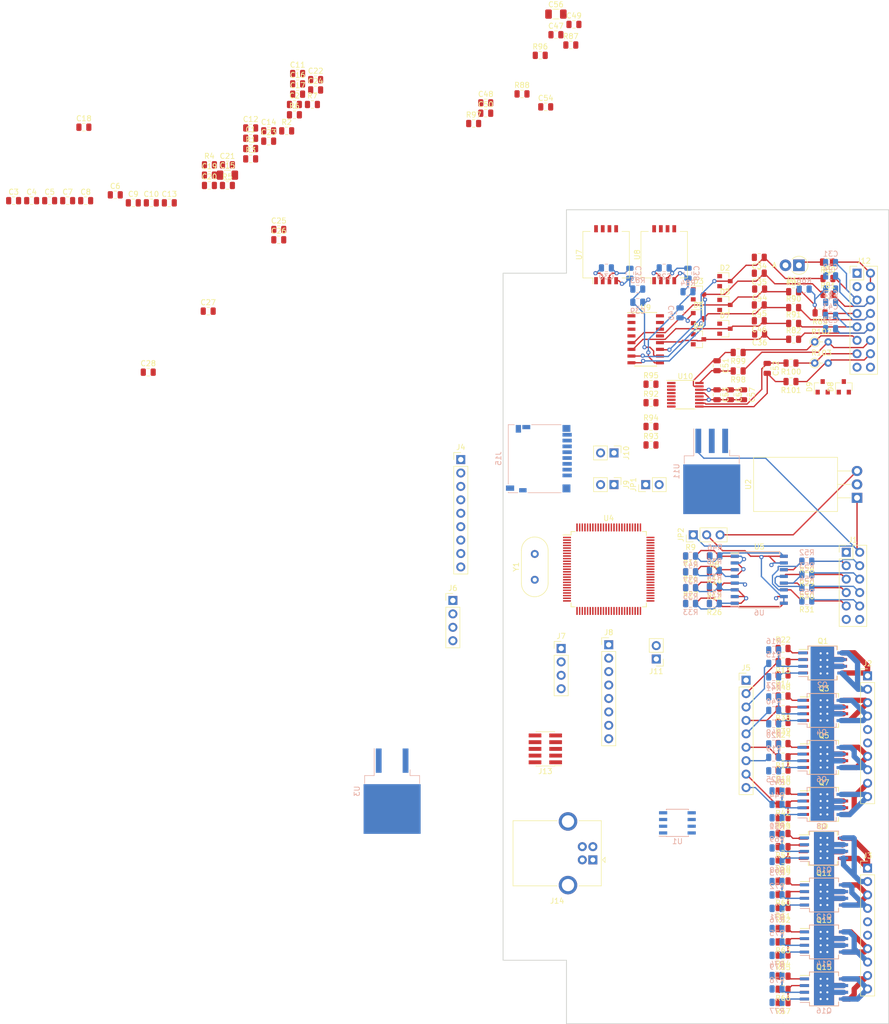
<source format=kicad_pcb>
(kicad_pcb (version 20171130) (host pcbnew 5.1.7+dfsg1-1)
  (layers (0 F.Cu signal) (1 In1.Cu signal hide) (2 In2.Cu signal hide) (31 B.Cu signal) (34 B.Paste user) (35 F.Paste user) (36 B.SilkS user) (37 F.SilkS user) (38 B.Mask user) (39 F.Mask user) (44 Edge.Cuts user))
  (net 0 "")
  (net 1 3v_main)
  (net 2 GND)
  (net 3 12v_switched)
  (net 4 5v_main)
  (net 5 "Net-(C18-Pad1)")
  (net 6 "Net-(C19-Pad1)")
  (net 7 /PH0)
  (net 8 /NRST)
  (net 9 "Net-(C24-Pad1)")
  (net 10 "Net-(C25-Pad1)")
  (net 11 5v_adc)
  (net 12 /Inputs/TPS-adc)
  (net 13 /Inputs/EGO-adc)
  (net 14 /Inputs/SPR-adc)
  (net 15 "Net-(C37-Pad1)")
  (net 16 "Net-(C38-Pad1)")
  (net 17 /Inputs/AAP-adc)
  (net 18 /Inputs/MAP-adc)
  (net 19 "Net-(C41-Pad1)")
  (net 20 /Inputs/BRV-adc)
  (net 21 /Inputs/CLT-adc)
  (net 22 /Inputs/IAT-adc)
  (net 23 "Net-(C51-Pad2)")
  (net 24 "Net-(C51-Pad1)")
  (net 25 "Net-(C52-Pad1)")
  (net 26 "Net-(C52-Pad2)")
  (net 27 /Inputs/DIG1-cpu)
  (net 28 /Inputs/DIG2-cpu)
  (net 29 /5v_out)
  (net 30 /INJ-GND)
  (net 31 /INJ1)
  (net 32 /INJ2)
  (net 33 /INJ3)
  (net 34 /INJ4)
  (net 35 /INJ5)
  (net 36 /INJ6)
  (net 37 /INJ7)
  (net 38 /INJ8)
  (net 39 /LSD-GND)
  (net 40 /LSD1)
  (net 41 /LSD2)
  (net 42 /LSD3)
  (net 43 /LSD4)
  (net 44 /LSD5)
  (net 45 /LSD6)
  (net 46 /LSD7)
  (net 47 /LSD8)
  (net 48 /CANL)
  (net 49 /IG1)
  (net 50 /IG2)
  (net 51 /IG3)
  (net 52 /IG4)
  (net 53 /IG8)
  (net 54 /IG7)
  (net 55 /IG6)
  (net 56 /IG5)
  (net 57 /CANH)
  (net 58 /Outputs/IG1)
  (net 59 /Outputs/IG2)
  (net 60 /Outputs/IG3)
  (net 61 /Outputs/IG4)
  (net 62 /Outputs/IG5)
  (net 63 /Outputs/IG6)
  (net 64 /Outputs/IG7)
  (net 65 /Outputs/IG8)
  (net 66 /Outputs/INJ1)
  (net 67 /Outputs/INJ2)
  (net 68 /Outputs/INJ3)
  (net 69 /Outputs/INJ4)
  (net 70 /Outputs/INJ5)
  (net 71 /Outputs/INJ6)
  (net 72 /Outputs/INJ7)
  (net 73 /Outputs/INJ8)
  (net 74 "Net-(J6-Pad4)")
  (net 75 "Net-(J6-Pad3)")
  (net 76 "Net-(J6-Pad2)")
  (net 77 "Net-(J6-Pad1)")
  (net 78 "Net-(J7-Pad1)")
  (net 79 "Net-(J7-Pad2)")
  (net 80 "Net-(J7-Pad3)")
  (net 81 "Net-(J7-Pad4)")
  (net 82 /PWM6)
  (net 83 /PWM5)
  (net 84 /CAN2_RX)
  (net 85 /CAN2_TX)
  (net 86 /TEST1)
  (net 87 /TEST2)
  (net 88 /SWDIO)
  (net 89 /SWDCLK)
  (net 90 /USB_DM)
  (net 91 /USB_DP)
  (net 92 /SDIO_D1)
  (net 93 /SDIO_D0)
  (net 94 /SDIO_CK)
  (net 95 /SDIO_CMD)
  (net 96 /SDIO_D3)
  (net 97 /SDIO_D2)
  (net 98 "Net-(JP1-Pad2)")
  (net 99 "Net-(Q1-Pad1)")
  (net 100 "Net-(Q1-Pad2)")
  (net 101 "Net-(Q2-Pad2)")
  (net 102 "Net-(Q2-Pad1)")
  (net 103 "Net-(Q3-Pad2)")
  (net 104 "Net-(Q3-Pad1)")
  (net 105 "Net-(Q4-Pad2)")
  (net 106 "Net-(Q4-Pad1)")
  (net 107 "Net-(Q5-Pad2)")
  (net 108 "Net-(Q5-Pad1)")
  (net 109 "Net-(Q6-Pad1)")
  (net 110 "Net-(Q6-Pad2)")
  (net 111 "Net-(Q7-Pad1)")
  (net 112 "Net-(Q7-Pad2)")
  (net 113 "Net-(Q8-Pad1)")
  (net 114 "Net-(Q8-Pad2)")
  (net 115 "Net-(Q9-Pad2)")
  (net 116 "Net-(Q9-Pad1)")
  (net 117 "Net-(Q10-Pad2)")
  (net 118 "Net-(Q10-Pad1)")
  (net 119 "Net-(Q11-Pad2)")
  (net 120 "Net-(Q11-Pad1)")
  (net 121 "Net-(Q12-Pad1)")
  (net 122 "Net-(Q12-Pad2)")
  (net 123 "Net-(Q13-Pad2)")
  (net 124 "Net-(Q13-Pad1)")
  (net 125 "Net-(Q14-Pad1)")
  (net 126 "Net-(Q14-Pad2)")
  (net 127 "Net-(Q15-Pad1)")
  (net 128 "Net-(Q15-Pad2)")
  (net 129 "Net-(Q16-Pad1)")
  (net 130 "Net-(Q16-Pad2)")
  (net 131 "Net-(R2-Pad1)")
  (net 132 "Net-(R4-Pad1)")
  (net 133 /USB_VBUS)
  (net 134 /PH1)
  (net 135 "Net-(R8-Pad1)")
  (net 136 "Net-(R10-Pad1)")
  (net 137 "Net-(R12-Pad1)")
  (net 138 "Net-(R26-Pad1)")
  (net 139 "Net-(R28-Pad2)")
  (net 140 "Net-(R29-Pad2)")
  (net 141 "Net-(R30-Pad2)")
  (net 142 "Net-(R31-Pad2)")
  (net 143 "Net-(R32-Pad1)")
  (net 144 "Net-(R34-Pad1)")
  (net 145 "Net-(R36-Pad1)")
  (net 146 "Net-(R46-Pad1)")
  (net 147 "Net-(R52-Pad2)")
  (net 148 "Net-(R53-Pad2)")
  (net 149 "Net-(R54-Pad2)")
  (net 150 "Net-(R55-Pad2)")
  (net 151 /GPIO1)
  (net 152 /GPIO3)
  (net 153 /PWM1)
  (net 154 /PWM3)
  (net 155 /GPIO2)
  (net 156 /GPIO4)
  (net 157 /PWM2)
  (net 158 /PWM4)
  (net 159 "Net-(R92-Pad1)")
  (net 160 /Inputs/TRIG1)
  (net 161 /Inputs/TRIG2)
  (net 162 "Net-(R93-Pad1)")
  (net 163 /CAN_TX)
  (net 164 /CAN_RX)
  (net 165 /Inputs/CS)
  (net 166 /Inputs/SCLK)
  (net 167 /Inputs/MISO)
  (net 168 /Inputs/MOSI)
  (net 169 "Net-(U7-Pad1)")
  (net 170 "Net-(U7-Pad8)")
  (net 171 "Net-(U7-Pad5)")
  (net 172 "Net-(U7-Pad6)")
  (net 173 "Net-(U7-Pad7)")
  (net 174 "Net-(U8-Pad7)")
  (net 175 "Net-(U8-Pad6)")
  (net 176 "Net-(U8-Pad5)")
  (net 177 "Net-(U8-Pad8)")
  (net 178 "Net-(U8-Pad1)")
  (net 179 "Net-(Q2-Pad4)")
  (net 180 "Net-(Q2-Pad3)")
  (net 181 "Net-(Q3-Pad4)")
  (net 182 "Net-(Q3-Pad3)")
  (net 183 "Net-(Q4-Pad4)")
  (net 184 "Net-(Q4-Pad3)")
  (net 185 "Net-(Q5-Pad4)")
  (net 186 "Net-(Q5-Pad3)")
  (net 187 "Net-(Q6-Pad3)")
  (net 188 "Net-(Q6-Pad4)")
  (net 189 "Net-(Q7-Pad3)")
  (net 190 "Net-(Q7-Pad4)")
  (net 191 "Net-(Q9-Pad4)")
  (net 192 "Net-(Q9-Pad3)")
  (net 193 "Net-(Q10-Pad4)")
  (net 194 "Net-(Q10-Pad3)")
  (net 195 "Net-(Q12-Pad3)")
  (net 196 "Net-(Q12-Pad4)")
  (net 197 "Net-(Q13-Pad4)")
  (net 198 "Net-(Q13-Pad3)")
  (net 199 "Net-(Q14-Pad3)")
  (net 200 "Net-(Q14-Pad4)")
  (net 201 "Net-(Q16-Pad3)")
  (net 202 "Net-(Q16-Pad4)")
  (net 203 "Net-(Q8-Pad3)")
  (net 204 "Net-(Q8-Pad4)")
  (net 205 "Net-(Q1-Pad3)")
  (net 206 "Net-(Q1-Pad4)")
  (net 207 "Net-(Q15-Pad3)")
  (net 208 "Net-(Q15-Pad4)")
  (net 209 "Net-(Q11-Pad4)")
  (net 210 "Net-(Q11-Pad3)")
  (net 211 "Net-(U10-Pad2)")
  (net 212 "Net-(U10-Pad7)")
  (net 213 "Net-(U10-Pad12)")
  (net 214 "Net-(U4-Pad7)")
  (net 215 "Net-(U4-Pad8)")
  (net 216 "Net-(U4-Pad9)")
  (net 217 "Net-(U4-Pad77)")
  (net 218 "Net-(U4-Pad81)")
  (net 219 "Net-(U4-Pad82)")
  (net 220 "Net-(U4-Pad84)")
  (net 221 "Net-(U4-Pad85)")
  (net 222 "Net-(U4-Pad86)")
  (net 223 "Net-(U4-Pad87)")
  (net 224 "Net-(U4-Pad88)")
  (net 225 "Net-(U4-Pad93)")
  (net 226 "Net-(J14-Pad1)")
  (net 227 "Net-(J8-Pad1)")
  (net 228 "Net-(J8-Pad2)")
  (net 229 "Net-(J8-Pad3)")
  (net 230 "Net-(J8-Pad4)")
  (net 231 "Net-(J8-Pad5)")
  (net 232 "Net-(J8-Pad6)")
  (net 233 "Net-(J8-Pad7)")
  (net 234 "Net-(J8-Pad8)")
  (net 235 "Net-(J13-Pad7)")
  (net 236 "Net-(J13-Pad8)")
  (net 237 "Net-(J15-Pad9)")
  (net 238 "Net-(J15-Pad10)")
  (net 239 /TPS)
  (net 240 /EGO)
  (net 241 /SPR)
  (net 242 /CLT)
  (net 243 /IAT)
  (net 244 /BRV)
  (net 245 /DIG1)
  (net 246 /DIG2)
  (net 247 /IN1+)
  (net 248 /IN1-)
  (net 249 /IN2-)
  (net 250 /IN2+)
  (module Package_SO:SOIC-16_3.9x9.9mm_P1.27mm (layer F.Cu) (at 125 62.5)
    (fp_text reference U9 (at 0 -6) (layer F.SilkS))
    (fp_text value AD7888)
    (pad 1 smd rect (at -2.7 -4.445) (size 1.5 0.6) (layers F.Cu F.Paste F.Mask) (net 165 /Inputs/CS))
    (pad 2 smd rect (at -2.7 -3.175) (size 1.5 0.6) (layers F.Cu F.Paste F.Mask) (net 11 5v_adc))
    (pad 3 smd rect (at -2.7 -1.905) (size 1.5 0.6) (layers F.Cu F.Paste F.Mask) (net 11 5v_adc))
    (pad 4 smd rect (at -2.7 -0.635) (size 1.5 0.6) (layers F.Cu F.Paste F.Mask) (net 2 GND))
    (pad 5 smd rect (at -2.7 0.635) (size 1.5 0.6) (layers F.Cu F.Paste F.Mask) (net 20 /Inputs/BRV-adc))
    (pad 6 smd rect (at -2.7 1.905) (size 1.5 0.6) (layers F.Cu F.Paste F.Mask) (net 22 /Inputs/IAT-adc))
    (pad 7 smd rect (at -2.7 3.175) (size 1.5 0.6) (layers F.Cu F.Paste F.Mask) (net 21 /Inputs/CLT-adc))
    (pad 8 smd rect (at -2.7 4.445) (size 1.5 0.6) (layers F.Cu F.Paste F.Mask) (net 13 /Inputs/EGO-adc))
    (pad 9 smd rect (at 2.7 4.445) (size 1.5 0.6) (layers F.Cu F.Paste F.Mask) (net 18 /Inputs/MAP-adc))
    (pad 10 smd rect (at 2.7 3.175) (size 1.5 0.6) (layers F.Cu F.Paste F.Mask) (net 17 /Inputs/AAP-adc))
    (pad 11 smd rect (at 2.7 1.905) (size 1.5 0.6) (layers F.Cu F.Paste F.Mask) (net 12 /Inputs/TPS-adc))
    (pad 12 smd rect (at 2.7 0.635) (size 1.5 0.6) (layers F.Cu F.Paste F.Mask) (net 14 /Inputs/SPR-adc))
    (pad 13 smd rect (at 2.7 -0.635) (size 1.5 0.6) (layers F.Cu F.Paste F.Mask) (net 2 GND))
    (pad 14 smd rect (at 2.7 -1.905) (size 1.5 0.6) (layers F.Cu F.Paste F.Mask) (net 168 /Inputs/MOSI))
    (pad 15 smd rect (at 2.7 -3.175) (size 1.5 0.6) (layers F.Cu F.Paste F.Mask) (net 167 /Inputs/MISO))
    (pad 16 smd rect (at 2.7 -4.445) (size 1.5 0.6) (layers F.Cu F.Paste F.Mask) (net 166 /Inputs/SCLK))
  )
  (module Capacitor_SMD:C_0805_2012Metric (layer F.Cu) (at 141 73 270)
    (fp_text reference C55 (at 0 -1.65 90) (layer F.SilkS))
    (fp_text value "0.1 uF")
    (pad 2 smd roundrect (at 0.9375 0 270) (size 0.975 1.4) (layers F.Cu F.Paste F.Mask) (net 2 GND))
    (pad 1 smd roundrect (at -0.9375 0 270) (size 0.975 1.4) (layers F.Cu F.Paste F.Mask) (net 4 5v_main))
  )
  (module Package_SO:QSOP-16_3.9x4.9mm_P0.635mm (layer F.Cu) (at 132.5 73)
    (fp_text reference U10 (at 0 -3.5) (layer F.SilkS))
    (fp_text value MAX9926UAEE+)
    (pad 1 smd rect (at -2.6543 -2.2225) (size 1.6 0.41) (layers F.Cu F.Paste F.Mask) (net 2 GND))
    (pad 2 smd rect (at -2.6543 -1.5875) (size 1.6 0.41) (layers F.Cu F.Paste F.Mask) (net 211 "Net-(U10-Pad2)"))
    (pad 3 smd rect (at -2.6543 -0.9525) (size 1.6 0.41) (layers F.Cu F.Paste F.Mask) (net 2 GND))
    (pad 4 smd rect (at -2.6543 -0.3175) (size 1.6 0.41) (layers F.Cu F.Paste F.Mask) (net 159 "Net-(R92-Pad1)"))
    (pad 5 smd rect (at -2.6543 0.3175) (size 1.6 0.41) (layers F.Cu F.Paste F.Mask) (net 162 "Net-(R93-Pad1)"))
    (pad 6 smd rect (at -2.6543 0.9525) (size 1.6 0.41) (layers F.Cu F.Paste F.Mask) (net 2 GND))
    (pad 7 smd rect (at -2.6543 1.5875) (size 1.6 0.41) (layers F.Cu F.Paste F.Mask) (net 212 "Net-(U10-Pad7)"))
    (pad 8 smd rect (at -2.6543 2.2225) (size 1.6 0.41) (layers F.Cu F.Paste F.Mask) (net 2 GND))
    (pad 9 smd rect (at 2.6543 2.2225) (size 1.6 0.41) (layers F.Cu F.Paste F.Mask) (net 26 "Net-(C52-Pad2)"))
    (pad 10 smd rect (at 2.6543 1.5875) (size 1.6 0.41) (layers F.Cu F.Paste F.Mask) (net 25 "Net-(C52-Pad1)"))
    (pad 11 smd rect (at 2.6543 0.9525) (size 1.6 0.41) (layers F.Cu F.Paste F.Mask) (net 2 GND))
    (pad 12 smd rect (at 2.6543 0.3175) (size 1.6 0.41) (layers F.Cu F.Paste F.Mask) (net 213 "Net-(U10-Pad12)"))
    (pad 13 smd rect (at 2.6543 -0.3175) (size 1.6 0.41) (layers F.Cu F.Paste F.Mask) (net 2 GND))
    (pad 14 smd rect (at 2.6543 -0.9525) (size 1.6 0.41) (layers F.Cu F.Paste F.Mask) (net 4 5v_main))
    (pad 15 smd rect (at 2.6543 -1.5875) (size 1.6 0.41) (layers F.Cu F.Paste F.Mask) (net 24 "Net-(C51-Pad1)"))
    (pad 16 smd rect (at 2.6543 -2.2225) (size 1.6 0.41) (layers F.Cu F.Paste F.Mask) (net 23 "Net-(C51-Pad2)"))
  )
  (module Capacitor_SMD:C_0805_2012Metric (layer F.Cu) (at 138.5 73 270)
    (fp_text reference C53 (at 0 -1.65 90) (layer F.SilkS))
    (fp_text value "0.01 uF")
    (pad 1 smd roundrect (at -0.9375 0 270) (size 0.975 1.4) (layers F.Cu F.Paste F.Mask) (net 4 5v_main))
    (pad 2 smd roundrect (at 0.9375 0 270) (size 0.975 1.4) (layers F.Cu F.Paste F.Mask) (net 2 GND))
  )
  (module Capacitor_SMD:C_0805_2012Metric (layer F.Cu) (at 143.5 73 270)
    (fp_text reference C57 (at 0 -1.65 90) (layer F.SilkS))
    (fp_text value "1 uF")
    (pad 2 smd roundrect (at 0.9375 0 270) (size 0.975 1.4) (layers F.Cu F.Paste F.Mask) (net 2 GND))
    (pad 1 smd roundrect (at -0.9375 0 270) (size 0.975 1.4) (layers F.Cu F.Paste F.Mask) (net 4 5v_main))
  )
  (module Resistor_THT:R_Axial_DIN0204_L3.6mm_D1.6mm_P2.54mm_Vertical (layer F.Cu) (at 157 67)
    (fp_text reference R103 (at 1.27 -1.92) (layer F.SilkS))
    (fp_text value 330)
    (pad 2 thru_hole oval (at 2.54 0) (size 1.4 1.4) (drill 0.7) (layers *.Cu *.Mask) (net 250 /IN2+))
    (pad 1 thru_hole circle (at 0 0) (size 1.4 1.4) (drill 0.7) (layers *.Cu *.Mask) (net 249 /IN2-))
  )
  (module Resistor_THT:R_Axial_DIN0204_L3.6mm_D1.6mm_P2.54mm_Vertical (layer F.Cu) (at 157 63)
    (fp_text reference R102 (at 1.27 -1.92) (layer F.SilkS))
    (fp_text value 330)
    (pad 2 thru_hole oval (at 2.54 0) (size 1.4 1.4) (drill 0.7) (layers *.Cu *.Mask) (net 247 /IN1+))
    (pad 1 thru_hole circle (at 0 0) (size 1.4 1.4) (drill 0.7) (layers *.Cu *.Mask) (net 248 /IN1-))
  )
  (module Diode_THT:D_DO-41_SOD81_P2.54mm_Vertical_AnodeUp (layer F.Cu) (at 154 48.5 180)
    (fp_text reference D1 (at 1.27 -2.750635) (layer F.SilkS))
    (fp_text value "5.6 V Zener")
    (fp_text user A (at 4.64 0) (layer F.SilkS))
    (pad 2 thru_hole oval (at 2.54 0 180) (size 2.2 2.2) (drill 1.1) (layers *.Cu *.Mask) (net 2 GND))
    (pad 1 thru_hole rect (at 0 0 180) (size 2.2 2.2) (drill 1.1) (layers *.Cu *.Mask) (net 11 5v_adc))
  )
  (module Resistor_SMD:R_0805_2012Metric (layer B.Cu) (at 149.86 158.75 180)
    (fp_text reference R69 (at 0 1.65 180) (layer B.SilkS) (effects (justify mirror)))
    (fp_text value 1k)
    (pad 2 smd roundrect (at 0.9375 0 180) (size 0.975 1.4) (layers B.Cu B.Paste B.Mask) (net 155 /GPIO2))
    (pad 1 smd roundrect (at -0.9375 0 180) (size 0.975 1.4) (layers B.Cu B.Paste B.Mask) (net 117 "Net-(Q10-Pad2)"))
  )
  (module Package_TO_SOT_THT:TO-220-3_Horizontal_TabDown (layer F.Cu) (at 165 92.5 90)
    (fp_text reference U2 (at 2.54 -20.58 90) (layer F.SilkS))
    (fp_text value LM2937-N)
    (pad "" np_thru_hole oval (at 2.54 -16.66 90) (size 3.5 3.5) (drill 3.5) (layers *.Cu *.Mask))
    (pad 1 thru_hole rect (at 0 0 90) (size 1.905 2) (drill 1.1) (layers *.Cu *.Mask) (net 3 12v_switched))
    (pad 2 thru_hole oval (at 2.54 0 90) (size 1.905 2) (drill 1.1) (layers *.Cu *.Mask) (net 2 GND))
    (pad 3 thru_hole oval (at 5.08 0 90) (size 1.905 2) (drill 1.1) (layers *.Cu *.Mask) (net 4 5v_main))
  )
  (module Connector_Card:microSD_HC_Hirose_DM3D-SF (layer B.Cu) (at 104.775 85.09 270)
    (fp_text reference J15 (at -0.025 7.625 270) (layer B.SilkS) (effects (justify mirror)))
    (fp_text value "Micro SD")
    (pad 8 smd rect (at -4.525 -5.35 270) (size 0.7 1.75) (layers B.Cu B.Paste B.Mask) (net 92 /SDIO_D1))
    (pad 11 smd rect (at -5.725 -5.225 270) (size 1.3 1.5) (layers B.Cu B.Paste B.Mask) (net 2 GND))
    (pad 11 smd rect (at -5.975 2.375 270) (size 0.8 1.5) (layers B.Cu B.Paste B.Mask) (net 2 GND))
    (pad 9 smd rect (at -5.65 3.875 270) (size 1.45 1) (layers B.Cu B.Paste B.Mask) (net 237 "Net-(J15-Pad9)"))
    (pad 11 smd rect (at 5.975 3.025 270) (size 0.8 1.4) (layers B.Cu B.Paste B.Mask) (net 2 GND))
    (pad 7 smd rect (at -3.425 -5.35 270) (size 0.7 1.75) (layers B.Cu B.Paste B.Mask) (net 93 /SDIO_D0))
    (pad 6 smd rect (at -2.325 -5.35 270) (size 0.7 1.75) (layers B.Cu B.Paste B.Mask) (net 2 GND))
    (pad 5 smd rect (at -1.225 -5.35 270) (size 0.7 1.75) (layers B.Cu B.Paste B.Mask) (net 94 /SDIO_CK))
    (pad 4 smd rect (at -0.125 -5.35 270) (size 0.7 1.75) (layers B.Cu B.Paste B.Mask) (net 1 3v_main))
    (pad 3 smd rect (at 0.975 -5.35 270) (size 0.7 1.75) (layers B.Cu B.Paste B.Mask) (net 95 /SDIO_CMD))
    (pad 2 smd rect (at 2.075 -5.35 270) (size 0.7 1.75) (layers B.Cu B.Paste B.Mask) (net 96 /SDIO_D3))
    (pad 1 smd rect (at 3.175 -5.35 270) (size 0.7 1.75) (layers B.Cu B.Paste B.Mask) (net 97 /SDIO_D2))
    (pad 11 smd rect (at 5.625 -5.225 270) (size 1.5 1.5) (layers B.Cu B.Paste B.Mask) (net 2 GND))
    (pad 10 smd rect (at 5.575 5.45 270) (size 1 1.55) (layers B.Cu B.Paste B.Mask) (net 238 "Net-(J15-Pad10)"))
  )
  (module Connector_PinHeader_1.27mm:PinHeader_2x05_P1.27mm_Vertical_SMD (layer F.Cu) (at 106 140 180)
    (fp_text reference J13 (at 0 -4.235 180) (layer F.SilkS))
    (fp_text value Debug)
    (pad 1 smd rect (at -1.95 -2.54 180) (size 2.4 0.74) (layers F.Cu F.Paste F.Mask) (net 1 3v_main))
    (pad 2 smd rect (at 1.95 -2.54 180) (size 2.4 0.74) (layers F.Cu F.Paste F.Mask) (net 88 /SWDIO))
    (pad 3 smd rect (at -1.95 -1.27 180) (size 2.4 0.74) (layers F.Cu F.Paste F.Mask) (net 2 GND))
    (pad 4 smd rect (at 1.95 -1.27 180) (size 2.4 0.74) (layers F.Cu F.Paste F.Mask) (net 89 /SWDCLK))
    (pad 5 smd rect (at -1.95 0 180) (size 2.4 0.74) (layers F.Cu F.Paste F.Mask) (net 2 GND))
    (pad 6 smd rect (at 1.95 0 180) (size 2.4 0.74) (layers F.Cu F.Paste F.Mask) (net 83 /PWM5))
    (pad 7 smd rect (at -1.95 1.27 180) (size 2.4 0.74) (layers F.Cu F.Paste F.Mask) (net 235 "Net-(J13-Pad7)"))
    (pad 8 smd rect (at 1.95 1.27 180) (size 2.4 0.74) (layers F.Cu F.Paste F.Mask) (net 236 "Net-(J13-Pad8)"))
    (pad 9 smd rect (at -1.95 2.54 180) (size 2.4 0.74) (layers F.Cu F.Paste F.Mask) (net 2 GND))
    (pad 10 smd rect (at 1.95 2.54 180) (size 2.4 0.74) (layers F.Cu F.Paste F.Mask) (net 8 /NRST))
  )
  (module Connector_PinHeader_2.54mm:PinHeader_1x02_P2.54mm_Vertical (layer F.Cu) (at 127 123 180)
    (fp_text reference J11 (at 0 -2.33 180) (layer F.SilkS))
    (fp_text value TEST)
    (pad 1 thru_hole rect (at 0 0 180) (size 1.7 1.7) (drill 1) (layers *.Cu *.Mask) (net 86 /TEST1))
    (pad 2 thru_hole oval (at 0 2.54 180) (size 1.7 1.7) (drill 1) (layers *.Cu *.Mask) (net 87 /TEST2))
  )
  (module Connector_PinHeader_2.54mm:PinHeader_1x04_P2.54mm_Vertical (layer F.Cu) (at 109 121)
    (fp_text reference J7 (at 0 -2.33) (layer F.SilkS))
    (fp_text value SPI1)
    (pad 1 thru_hole rect (at 0 0) (size 1.7 1.7) (drill 1) (layers *.Cu *.Mask) (net 78 "Net-(J7-Pad1)"))
    (pad 2 thru_hole oval (at 0 2.54) (size 1.7 1.7) (drill 1) (layers *.Cu *.Mask) (net 79 "Net-(J7-Pad2)"))
    (pad 3 thru_hole oval (at 0 5.08) (size 1.7 1.7) (drill 1) (layers *.Cu *.Mask) (net 80 "Net-(J7-Pad3)"))
    (pad 4 thru_hole oval (at 0 7.62) (size 1.7 1.7) (drill 1) (layers *.Cu *.Mask) (net 81 "Net-(J7-Pad4)"))
  )
  (module Connector_PinHeader_2.54mm:PinHeader_1x08_P2.54mm_Vertical (layer F.Cu) (at 118 120.3)
    (fp_text reference J8 (at 0 -2.33) (layer F.SilkS))
    (fp_text value PORTC)
    (pad 1 thru_hole rect (at 0 0) (size 1.7 1.7) (drill 1) (layers *.Cu *.Mask) (net 227 "Net-(J8-Pad1)"))
    (pad 2 thru_hole oval (at 0 2.54) (size 1.7 1.7) (drill 1) (layers *.Cu *.Mask) (net 228 "Net-(J8-Pad2)"))
    (pad 3 thru_hole oval (at 0 5.08) (size 1.7 1.7) (drill 1) (layers *.Cu *.Mask) (net 229 "Net-(J8-Pad3)"))
    (pad 4 thru_hole oval (at 0 7.62) (size 1.7 1.7) (drill 1) (layers *.Cu *.Mask) (net 230 "Net-(J8-Pad4)"))
    (pad 5 thru_hole oval (at 0 10.16) (size 1.7 1.7) (drill 1) (layers *.Cu *.Mask) (net 231 "Net-(J8-Pad5)"))
    (pad 6 thru_hole oval (at 0 12.7) (size 1.7 1.7) (drill 1) (layers *.Cu *.Mask) (net 232 "Net-(J8-Pad6)"))
    (pad 7 thru_hole oval (at 0 15.24) (size 1.7 1.7) (drill 1) (layers *.Cu *.Mask) (net 233 "Net-(J8-Pad7)"))
    (pad 8 thru_hole oval (at 0 17.78) (size 1.7 1.7) (drill 1) (layers *.Cu *.Mask) (net 234 "Net-(J8-Pad8)"))
  )
  (module Connector_PinHeader_2.54mm:PinHeader_1x09_P2.54mm_Vertical (layer F.Cu) (at 144 127)
    (fp_text reference J5 (at 0 -2.33 180) (layer F.SilkS))
    (fp_text value "Injector Trace")
    (pad 1 thru_hole rect (at 0 0) (size 1.7 1.7) (drill 1) (layers *.Cu *.Mask) (net 2 GND))
    (pad 2 thru_hole oval (at 0 2.54) (size 1.7 1.7) (drill 1) (layers *.Cu *.Mask) (net 66 /Outputs/INJ1))
    (pad 3 thru_hole oval (at 0 5.08) (size 1.7 1.7) (drill 1) (layers *.Cu *.Mask) (net 67 /Outputs/INJ2))
    (pad 4 thru_hole oval (at 0 7.62) (size 1.7 1.7) (drill 1) (layers *.Cu *.Mask) (net 68 /Outputs/INJ3))
    (pad 5 thru_hole oval (at 0 10.16) (size 1.7 1.7) (drill 1) (layers *.Cu *.Mask) (net 69 /Outputs/INJ4))
    (pad 6 thru_hole oval (at 0 12.7) (size 1.7 1.7) (drill 1) (layers *.Cu *.Mask) (net 70 /Outputs/INJ5))
    (pad 7 thru_hole oval (at 0 15.24) (size 1.7 1.7) (drill 1) (layers *.Cu *.Mask) (net 71 /Outputs/INJ6))
    (pad 8 thru_hole oval (at 0 17.78) (size 1.7 1.7) (drill 1) (layers *.Cu *.Mask) (net 72 /Outputs/INJ7))
    (pad 9 thru_hole oval (at 0 20.32) (size 1.7 1.7) (drill 1) (layers *.Cu *.Mask) (net 73 /Outputs/INJ8))
  )
  (module Connector_PinHeader_2.54mm:PinHeader_1x10_P2.54mm_Vertical (layer F.Cu) (at 167 162.56)
    (fp_text reference J3 (at 0 -2.33) (layer F.SilkS))
    (fp_text value LSD)
    (pad 10 thru_hole oval (at 0 22.86) (size 1.7 1.7) (drill 1) (layers *.Cu *.Mask) (net 47 /LSD8))
    (pad 9 thru_hole oval (at 0 20.32) (size 1.7 1.7) (drill 1) (layers *.Cu *.Mask) (net 46 /LSD7))
    (pad 8 thru_hole oval (at 0 17.78) (size 1.7 1.7) (drill 1) (layers *.Cu *.Mask) (net 45 /LSD6))
    (pad 7 thru_hole oval (at 0 15.24) (size 1.7 1.7) (drill 1) (layers *.Cu *.Mask) (net 44 /LSD5))
    (pad 6 thru_hole oval (at 0 12.7) (size 1.7 1.7) (drill 1) (layers *.Cu *.Mask) (net 39 /LSD-GND))
    (pad 5 thru_hole oval (at 0 10.16) (size 1.7 1.7) (drill 1) (layers *.Cu *.Mask) (net 39 /LSD-GND))
    (pad 4 thru_hole oval (at 0 7.62) (size 1.7 1.7) (drill 1) (layers *.Cu *.Mask) (net 43 /LSD4))
    (pad 3 thru_hole oval (at 0 5.08) (size 1.7 1.7) (drill 1) (layers *.Cu *.Mask) (net 42 /LSD3))
    (pad 2 thru_hole oval (at 0 2.54) (size 1.7 1.7) (drill 1) (layers *.Cu *.Mask) (net 41 /LSD2))
    (pad 1 thru_hole rect (at 0 0) (size 1.7 1.7) (drill 1) (layers *.Cu *.Mask) (net 40 /LSD1))
  )
  (module Connector_PinHeader_2.54mm:PinHeader_1x10_P2.54mm_Vertical (layer F.Cu) (at 167 126.175)
    (fp_text reference J2 (at 0 -2.33) (layer F.SilkS))
    (fp_text value Injectors)
    (pad 1 thru_hole rect (at 0 0) (size 1.7 1.7) (drill 1) (layers *.Cu *.Mask) (net 31 /INJ1))
    (pad 2 thru_hole oval (at 0 2.54) (size 1.7 1.7) (drill 1) (layers *.Cu *.Mask) (net 32 /INJ2))
    (pad 3 thru_hole oval (at 0 5.08) (size 1.7 1.7) (drill 1) (layers *.Cu *.Mask) (net 33 /INJ3))
    (pad 4 thru_hole oval (at 0 7.62) (size 1.7 1.7) (drill 1) (layers *.Cu *.Mask) (net 34 /INJ4))
    (pad 5 thru_hole oval (at 0 10.16) (size 1.7 1.7) (drill 1) (layers *.Cu *.Mask) (net 30 /INJ-GND))
    (pad 6 thru_hole oval (at 0 12.7) (size 1.7 1.7) (drill 1) (layers *.Cu *.Mask) (net 30 /INJ-GND))
    (pad 7 thru_hole oval (at 0 15.24) (size 1.7 1.7) (drill 1) (layers *.Cu *.Mask) (net 35 /INJ5))
    (pad 8 thru_hole oval (at 0 17.78) (size 1.7 1.7) (drill 1) (layers *.Cu *.Mask) (net 36 /INJ6))
    (pad 9 thru_hole oval (at 0 20.32) (size 1.7 1.7) (drill 1) (layers *.Cu *.Mask) (net 37 /INJ7))
    (pad 10 thru_hole oval (at 0 22.86) (size 1.7 1.7) (drill 1) (layers *.Cu *.Mask) (net 38 /INJ8))
  )
  (module Connector_PinHeader_2.54mm:PinHeader_2x06_P2.54mm_Vertical (layer F.Cu) (at 162.96 102.8)
    (fp_text reference J1 (at 1.27 -2.33) (layer F.SilkS))
    (fp_text value Primary)
    (pad 1 thru_hole rect (at 0 0) (size 1.7 1.7) (drill 1) (layers *.Cu *.Mask) (net 2 GND))
    (pad 2 thru_hole oval (at 2.54 0) (size 1.7 1.7) (drill 1) (layers *.Cu *.Mask) (net 3 12v_switched))
    (pad 3 thru_hole oval (at 0 2.54) (size 1.7 1.7) (drill 1) (layers *.Cu *.Mask) (net 49 /IG1))
    (pad 4 thru_hole oval (at 2.54 2.54) (size 1.7 1.7) (drill 1) (layers *.Cu *.Mask) (net 56 /IG5))
    (pad 5 thru_hole oval (at 0 5.08) (size 1.7 1.7) (drill 1) (layers *.Cu *.Mask) (net 50 /IG2))
    (pad 6 thru_hole oval (at 2.54 5.08) (size 1.7 1.7) (drill 1) (layers *.Cu *.Mask) (net 55 /IG6))
    (pad 7 thru_hole oval (at 0 7.62) (size 1.7 1.7) (drill 1) (layers *.Cu *.Mask) (net 51 /IG3))
    (pad 8 thru_hole oval (at 2.54 7.62) (size 1.7 1.7) (drill 1) (layers *.Cu *.Mask) (net 54 /IG7))
    (pad 9 thru_hole oval (at 0 10.16) (size 1.7 1.7) (drill 1) (layers *.Cu *.Mask) (net 52 /IG4))
    (pad 10 thru_hole oval (at 2.54 10.16) (size 1.7 1.7) (drill 1) (layers *.Cu *.Mask) (net 53 /IG8))
    (pad 11 thru_hole oval (at 0 12.7) (size 1.7 1.7) (drill 1) (layers *.Cu *.Mask) (net 48 /CANL))
    (pad 12 thru_hole oval (at 2.54 12.7) (size 1.7 1.7) (drill 1) (layers *.Cu *.Mask) (net 57 /CANH))
  )
  (module Connector_PinHeader_2.54mm:PinHeader_2x08_P2.54mm_Vertical (layer F.Cu) (at 165 50)
    (fp_text reference J12 (at 1.27 -2.33) (layer F.SilkS))
    (fp_text value Sensors)
    (pad 1 thru_hole rect (at 0 0) (size 1.7 1.7) (drill 1) (layers *.Cu *.Mask) (net 2 GND))
    (pad 2 thru_hole oval (at 2.54 0) (size 1.7 1.7) (drill 1) (layers *.Cu *.Mask) (net 29 /5v_out))
    (pad 3 thru_hole oval (at 0 2.54) (size 1.7 1.7) (drill 1) (layers *.Cu *.Mask) (net 2 GND))
    (pad 4 thru_hole oval (at 2.54 2.54) (size 1.7 1.7) (drill 1) (layers *.Cu *.Mask) (net 29 /5v_out))
    (pad 5 thru_hole oval (at 0 5.08) (size 1.7 1.7) (drill 1) (layers *.Cu *.Mask) (net 239 /TPS))
    (pad 6 thru_hole oval (at 2.54 5.08) (size 1.7 1.7) (drill 1) (layers *.Cu *.Mask) (net 240 /EGO))
    (pad 7 thru_hole oval (at 0 7.62) (size 1.7 1.7) (drill 1) (layers *.Cu *.Mask) (net 244 /BRV))
    (pad 8 thru_hole oval (at 2.54 7.62) (size 1.7 1.7) (drill 1) (layers *.Cu *.Mask) (net 242 /CLT))
    (pad 9 thru_hole oval (at 0 10.16) (size 1.7 1.7) (drill 1) (layers *.Cu *.Mask) (net 243 /IAT))
    (pad 10 thru_hole oval (at 2.54 10.16) (size 1.7 1.7) (drill 1) (layers *.Cu *.Mask) (net 241 /SPR))
    (pad 11 thru_hole oval (at 0 12.7) (size 1.7 1.7) (drill 1) (layers *.Cu *.Mask) (net 248 /IN1-))
    (pad 12 thru_hole oval (at 2.54 12.7) (size 1.7 1.7) (drill 1) (layers *.Cu *.Mask) (net 247 /IN1+))
    (pad 13 thru_hole oval (at 0 15.24) (size 1.7 1.7) (drill 1) (layers *.Cu *.Mask) (net 249 /IN2-))
    (pad 14 thru_hole oval (at 2.54 15.24) (size 1.7 1.7) (drill 1) (layers *.Cu *.Mask) (net 250 /IN2+))
    (pad 15 thru_hole oval (at 0 17.78) (size 1.7 1.7) (drill 1) (layers *.Cu *.Mask) (net 245 /DIG1))
    (pad 16 thru_hole oval (at 2.54 17.78) (size 1.7 1.7) (drill 1) (layers *.Cu *.Mask) (net 246 /DIG2))
  )
  (module Connector_USB:USB_B_OST_USB-B1HSxx_Horizontal (layer F.Cu) (at 115 161 180)
    (fp_text reference J14 (at 6.76 -7.77 180) (layer F.SilkS))
    (fp_text value USB_B)
    (pad 1 thru_hole rect (at 0 0 180) (size 1.7 1.7) (drill 0.92) (layers *.Cu *.Mask) (net 226 "Net-(J14-Pad1)"))
    (pad 2 thru_hole circle (at 0 2.5 180) (size 1.7 1.7) (drill 0.92) (layers *.Cu *.Mask) (net 90 /USB_DM))
    (pad 3 thru_hole circle (at 2 2.5 180) (size 1.7 1.7) (drill 0.92) (layers *.Cu *.Mask) (net 91 /USB_DP))
    (pad 4 thru_hole circle (at 2 0 180) (size 1.7 1.7) (drill 0.92) (layers *.Cu *.Mask) (net 2 GND))
    (pad 5 thru_hole circle (at 4.71 -4.77 180) (size 3.5 3.5) (drill 2.33) (layers *.Cu *.Mask) (net 2 GND))
    (pad 5 thru_hole circle (at 4.71 7.27 180) (size 3.5 3.5) (drill 2.33) (layers *.Cu *.Mask) (net 2 GND))
  )
  (module Capacitor_SMD:C_1206_3216Metric (layer F.Cu) (at 108.005001 0.975001)
    (fp_text reference C56 (at 0 -1.82) (layer F.SilkS))
    (fp_text value "47 uF")
    (pad 2 smd roundrect (at 1.4 0) (size 1.25 1.75) (layers F.Cu F.Paste F.Mask) (roundrect_rratio 0.2) (net 2 GND))
    (pad 1 smd roundrect (at -1.4 0) (size 1.25 1.75) (layers F.Cu F.Paste F.Mask) (roundrect_rratio 0.2) (net 11 5v_adc))
  )
  (module Capacitor_SMD:C_1206_3216Metric (layer F.Cu) (at 45.825001 31.445001)
    (fp_text reference C15 (at 0 -1.82) (layer F.SilkS))
    (fp_text value "47 uF")
    (pad 1 smd roundrect (at -1.4 0) (size 1.25 1.75) (layers F.Cu F.Paste F.Mask) (roundrect_rratio 0.2) (net 4 5v_main))
    (pad 2 smd roundrect (at 1.4 0) (size 1.25 1.75) (layers F.Cu F.Paste F.Mask) (roundrect_rratio 0.2) (net 2 GND))
  )
  (module Capacitor_SMD:C_0805_2012Metric (layer F.Cu) (at 50.225001 24.465001)
    (fp_text reference C1 (at 0 -1.65) (layer F.SilkS))
    (fp_text value "0.1 uF")
    (pad 1 smd roundrect (at -0.9375 0) (size 0.975 1.4) (layers F.Cu F.Paste F.Mask) (net 1 3v_main))
    (pad 2 smd roundrect (at 0.9375 0) (size 0.975 1.4) (layers F.Cu F.Paste F.Mask) (net 2 GND))
  )
  (module Capacitor_SMD:C_0805_2012Metric (layer F.Cu) (at 58.505001 18.075001)
    (fp_text reference C2 (at 0 -1.65) (layer F.SilkS))
    (fp_text value "0.1 uF")
    (pad 1 smd roundrect (at -0.9375 0) (size 0.975 1.4) (layers F.Cu F.Paste F.Mask) (net 1 3v_main))
    (pad 2 smd roundrect (at 0.9375 0) (size 0.975 1.4) (layers F.Cu F.Paste F.Mask) (net 2 GND))
  )
  (module Capacitor_SMD:C_0805_2012Metric (layer F.Cu) (at 5.355001 36.275001)
    (fp_text reference C3 (at 0 -1.65) (layer F.SilkS))
    (fp_text value "0.1 uF")
    (pad 2 smd roundrect (at 0.9375 0) (size 0.975 1.4) (layers F.Cu F.Paste F.Mask) (net 2 GND))
    (pad 1 smd roundrect (at -0.9375 0) (size 0.975 1.4) (layers F.Cu F.Paste F.Mask) (net 1 3v_main))
  )
  (module Capacitor_SMD:C_0805_2012Metric (layer F.Cu) (at 8.765001 36.275001)
    (fp_text reference C4 (at 0 -1.65) (layer F.SilkS))
    (fp_text value "10 uF")
    (pad 1 smd roundrect (at -0.9375 0) (size 0.975 1.4) (layers F.Cu F.Paste F.Mask) (net 3 12v_switched))
    (pad 2 smd roundrect (at 0.9375 0) (size 0.975 1.4) (layers F.Cu F.Paste F.Mask) (net 2 GND))
  )
  (module Capacitor_SMD:C_0805_2012Metric (layer F.Cu) (at 12.175001 36.275001)
    (fp_text reference C5 (at 0 -1.65) (layer F.SilkS))
    (fp_text value "0.1 uF")
    (pad 1 smd roundrect (at -0.9375 0) (size 0.975 1.4) (layers F.Cu F.Paste F.Mask) (net 1 3v_main))
    (pad 2 smd roundrect (at 0.9375 0) (size 0.975 1.4) (layers F.Cu F.Paste F.Mask) (net 2 GND))
  )
  (module Capacitor_SMD:C_0805_2012Metric (layer F.Cu) (at 24.595001 35.175001)
    (fp_text reference C6 (at 0 -1.65) (layer F.SilkS))
    (fp_text value "0.1 uF")
    (pad 2 smd roundrect (at 0.9375 0) (size 0.975 1.4) (layers F.Cu F.Paste F.Mask) (net 2 GND))
    (pad 1 smd roundrect (at -0.9375 0) (size 0.975 1.4) (layers F.Cu F.Paste F.Mask) (net 1 3v_main))
  )
  (module Capacitor_SMD:C_0805_2012Metric (layer F.Cu) (at 15.585001 36.275001)
    (fp_text reference C7 (at 0 -1.65) (layer F.SilkS))
    (fp_text value "0.1 uF")
    (pad 2 smd roundrect (at 0.9375 0) (size 0.975 1.4) (layers F.Cu F.Paste F.Mask) (net 2 GND))
    (pad 1 smd roundrect (at -0.9375 0) (size 0.975 1.4) (layers F.Cu F.Paste F.Mask) (net 3 12v_switched))
  )
  (module Capacitor_SMD:C_0805_2012Metric (layer F.Cu) (at 18.995001 36.275001)
    (fp_text reference C8 (at 0 -1.65) (layer F.SilkS))
    (fp_text value "0.1 uF")
    (pad 2 smd roundrect (at 0.9375 0) (size 0.975 1.4) (layers F.Cu F.Paste F.Mask) (net 2 GND))
    (pad 1 smd roundrect (at -0.9375 0) (size 0.975 1.4) (layers F.Cu F.Paste F.Mask) (net 4 5v_main))
  )
  (module Capacitor_SMD:C_0805_2012Metric (layer F.Cu) (at 28.005001 36.685001)
    (fp_text reference C9 (at 0 -1.65) (layer F.SilkS))
    (fp_text value "1 uF")
    (pad 1 smd roundrect (at -0.9375 0) (size 0.975 1.4) (layers F.Cu F.Paste F.Mask) (net 1 3v_main))
    (pad 2 smd roundrect (at 0.9375 0) (size 0.975 1.4) (layers F.Cu F.Paste F.Mask) (net 2 GND))
  )
  (module Capacitor_SMD:C_0805_2012Metric (layer F.Cu) (at 31.415001 36.685001)
    (fp_text reference C10 (at 0 -1.65) (layer F.SilkS))
    (fp_text value "0.1 uF")
    (pad 2 smd roundrect (at 0.9375 0) (size 0.975 1.4) (layers F.Cu F.Paste F.Mask) (net 2 GND))
    (pad 1 smd roundrect (at -0.9375 0) (size 0.975 1.4) (layers F.Cu F.Paste F.Mask) (net 1 3v_main))
  )
  (module Capacitor_SMD:C_0805_2012Metric (layer F.Cu) (at 59.115001 12.225001)
    (fp_text reference C11 (at 0 -1.65) (layer F.SilkS))
    (fp_text value "1 uF")
    (pad 1 smd roundrect (at -0.9375 0) (size 0.975 1.4) (layers F.Cu F.Paste F.Mask) (net 1 3v_main))
    (pad 2 smd roundrect (at 0.9375 0) (size 0.975 1.4) (layers F.Cu F.Paste F.Mask) (net 2 GND))
  )
  (module Capacitor_SMD:C_0805_2012Metric (layer F.Cu) (at 50.225001 22.515001)
    (fp_text reference C12 (at 0 -1.65) (layer F.SilkS))
    (fp_text value "0.1 uF")
    (pad 2 smd roundrect (at 0.9375 0) (size 0.975 1.4) (layers F.Cu F.Paste F.Mask) (net 2 GND))
    (pad 1 smd roundrect (at -0.9375 0) (size 0.975 1.4) (layers F.Cu F.Paste F.Mask) (net 1 3v_main))
  )
  (module Capacitor_SMD:C_0805_2012Metric (layer F.Cu) (at 34.825001 36.685001)
    (fp_text reference C13 (at 0 -1.65) (layer F.SilkS))
    (fp_text value "0.1 uF")
    (pad 2 smd roundrect (at 0.9375 0) (size 0.975 1.4) (layers F.Cu F.Paste F.Mask) (net 2 GND))
    (pad 1 smd roundrect (at -0.9375 0) (size 0.975 1.4) (layers F.Cu F.Paste F.Mask) (net 4 5v_main))
  )
  (module Capacitor_SMD:C_0805_2012Metric (layer F.Cu) (at 53.635001 23.065001)
    (fp_text reference C14 (at 0 -1.65) (layer F.SilkS))
    (fp_text value "4.7 uF")
    (pad 1 smd roundrect (at -0.9375 0) (size 0.975 1.4) (layers F.Cu F.Paste F.Mask) (net 1 3v_main))
    (pad 2 smd roundrect (at 0.9375 0) (size 0.975 1.4) (layers F.Cu F.Paste F.Mask) (net 2 GND))
  )
  (module Capacitor_SMD:C_0805_2012Metric (layer F.Cu) (at 59.115001 14.175001)
    (fp_text reference C16 (at 0 -1.65) (layer F.SilkS))
    (fp_text value "0.1 uF")
    (pad 2 smd roundrect (at 0.9375 0) (size 0.975 1.4) (layers F.Cu F.Paste F.Mask) (net 2 GND))
    (pad 1 smd roundrect (at -0.9375 0) (size 0.975 1.4) (layers F.Cu F.Paste F.Mask) (net 1 3v_main))
  )
  (module Capacitor_SMD:C_0805_2012Metric (layer F.Cu) (at 59.115001 16.125001)
    (fp_text reference C17 (at 0 -1.65) (layer F.SilkS))
    (fp_text value "1 uF")
    (pad 1 smd roundrect (at -0.9375 0) (size 0.975 1.4) (layers F.Cu F.Paste F.Mask) (net 1 3v_main))
    (pad 2 smd roundrect (at 0.9375 0) (size 0.975 1.4) (layers F.Cu F.Paste F.Mask) (net 2 GND))
  )
  (module Capacitor_SMD:C_0805_2012Metric (layer F.Cu) (at 18.655001 22.375001)
    (fp_text reference C18 (at 0 -1.65) (layer F.SilkS))
    (fp_text value "2.2 uF")
    (pad 1 smd roundrect (at -0.9375 0) (size 0.975 1.4) (layers F.Cu F.Paste F.Mask) (net 5 "Net-(C18-Pad1)"))
    (pad 2 smd roundrect (at 0.9375 0) (size 0.975 1.4) (layers F.Cu F.Paste F.Mask) (net 2 GND))
  )
  (module Capacitor_SMD:C_0805_2012Metric (layer F.Cu) (at 42.415001 31.445001)
    (fp_text reference C19 (at 0 -1.65) (layer F.SilkS))
    (fp_text value "2.2 uF")
    (pad 2 smd roundrect (at 0.9375 0) (size 0.975 1.4) (layers F.Cu F.Paste F.Mask) (net 2 GND))
    (pad 1 smd roundrect (at -0.9375 0) (size 0.975 1.4) (layers F.Cu F.Paste F.Mask) (net 6 "Net-(C19-Pad1)"))
  )
  (module Capacitor_SMD:C_0805_2012Metric (layer F.Cu) (at 42.415001 33.395001)
    (fp_text reference C20 (at 0 -1.65) (layer F.SilkS))
    (fp_text value "10 uF")
    (pad 2 smd roundrect (at 0.9375 0) (size 0.975 1.4) (layers F.Cu F.Paste F.Mask) (net 2 GND))
    (pad 1 smd roundrect (at -0.9375 0) (size 0.975 1.4) (layers F.Cu F.Paste F.Mask) (net 4 5v_main))
  )
  (module Capacitor_SMD:C_0805_2012Metric (layer F.Cu) (at 45.825001 29.495001)
    (fp_text reference C21 (at 0 -1.65) (layer F.SilkS))
    (fp_text value "4.7 uF")
    (pad 1 smd roundrect (at -0.9375 0) (size 0.975 1.4) (layers F.Cu F.Paste F.Mask) (net 1 3v_main))
    (pad 2 smd roundrect (at 0.9375 0) (size 0.975 1.4) (layers F.Cu F.Paste F.Mask) (net 2 GND))
  )
  (module Capacitor_SMD:C_0805_2012Metric (layer F.Cu) (at 62.525001 13.375001)
    (fp_text reference C22 (at 0 -1.65) (layer F.SilkS))
    (fp_text value "16 pF")
    (pad 1 smd roundrect (at -0.9375 0) (size 0.975 1.4) (layers F.Cu F.Paste F.Mask) (net 7 /PH0))
    (pad 2 smd roundrect (at 0.9375 0) (size 0.975 1.4) (layers F.Cu F.Paste F.Mask) (net 2 GND))
  )
  (module Capacitor_SMD:C_0805_2012Metric (layer F.Cu) (at 53.635001 25.015001)
    (fp_text reference C23 (at 0 -1.65) (layer F.SilkS))
    (fp_text value "0.1 uF")
    (pad 2 smd roundrect (at 0.9375 0) (size 0.975 1.4) (layers F.Cu F.Paste F.Mask) (net 2 GND))
    (pad 1 smd roundrect (at -0.9375 0) (size 0.975 1.4) (layers F.Cu F.Paste F.Mask) (net 8 /NRST))
  )
  (module Capacitor_SMD:C_0805_2012Metric (layer F.Cu) (at 62.525001 15.325001)
    (fp_text reference C24 (at 0 -1.65) (layer F.SilkS))
    (fp_text value "16 pF")
    (pad 2 smd roundrect (at 0.9375 0) (size 0.975 1.4) (layers F.Cu F.Paste F.Mask) (net 2 GND))
    (pad 1 smd roundrect (at -0.9375 0) (size 0.975 1.4) (layers F.Cu F.Paste F.Mask) (net 9 "Net-(C24-Pad1)"))
  )
  (module Capacitor_SMD:C_0805_2012Metric (layer F.Cu) (at 55.545001 41.725001)
    (fp_text reference C25 (at 0 -1.65) (layer F.SilkS))
    (fp_text value "0.1 uF")
    (pad 2 smd roundrect (at 0.9375 0) (size 0.975 1.4) (layers F.Cu F.Paste F.Mask) (net 2 GND))
    (pad 1 smd roundrect (at -0.9375 0) (size 0.975 1.4) (layers F.Cu F.Paste F.Mask) (net 10 "Net-(C25-Pad1)"))
  )
  (module Capacitor_SMD:C_0805_2012Metric (layer F.Cu) (at 55.545001 43.675001)
    (fp_text reference C26 (at 0 -1.65) (layer F.SilkS))
    (fp_text value "1 uF")
    (pad 1 smd roundrect (at -0.9375 0) (size 0.975 1.4) (layers F.Cu F.Paste F.Mask) (net 10 "Net-(C25-Pad1)"))
    (pad 2 smd roundrect (at 0.9375 0) (size 0.975 1.4) (layers F.Cu F.Paste F.Mask) (net 2 GND))
  )
  (module Capacitor_SMD:C_0805_2012Metric (layer F.Cu) (at 42.185001 57.175001)
    (fp_text reference C27 (at 0 -1.65) (layer F.SilkS))
    (fp_text value "0.1 uF")
    (pad 2 smd roundrect (at 0.9375 0) (size 0.975 1.4) (layers F.Cu F.Paste F.Mask) (net 2 GND))
    (pad 1 smd roundrect (at -0.9375 0) (size 0.975 1.4) (layers F.Cu F.Paste F.Mask) (net 10 "Net-(C25-Pad1)"))
  )
  (module Capacitor_SMD:C_0805_2012Metric (layer F.Cu) (at 30.835001 68.725001)
    (fp_text reference C28 (at 0 -1.65) (layer F.SilkS))
    (fp_text value "1 uF")
    (pad 1 smd roundrect (at -0.9375 0) (size 0.975 1.4) (layers F.Cu F.Paste F.Mask) (net 10 "Net-(C25-Pad1)"))
    (pad 2 smd roundrect (at 0.9375 0) (size 0.975 1.4) (layers F.Cu F.Paste F.Mask) (net 2 GND))
  )
  (module Capacitor_SMD:C_0805_2012Metric (layer B.Cu) (at 128.5 49)
    (fp_text reference C29 (at 0 1.65 180) (layer B.SilkS) (effects (justify mirror)))
    (fp_text value "0.1 uF")
    (pad 2 smd roundrect (at 0.9375 0) (size 0.975 1.4) (layers B.Cu B.Paste B.Mask) (net 2 GND))
    (pad 1 smd roundrect (at -0.9375 0) (size 0.975 1.4) (layers B.Cu B.Paste B.Mask) (net 11 5v_adc))
  )
  (module Capacitor_SMD:C_0805_2012Metric (layer B.Cu) (at 117.5625 49)
    (fp_text reference C30 (at 0 1.65) (layer B.SilkS) (effects (justify mirror)))
    (fp_text value "0.1 uF")
    (pad 1 smd roundrect (at -0.9375 0) (size 0.975 1.4) (layers B.Cu B.Paste B.Mask) (net 11 5v_adc))
    (pad 2 smd roundrect (at 0.9375 0) (size 0.975 1.4) (layers B.Cu B.Paste B.Mask) (net 2 GND))
  )
  (module Capacitor_SMD:C_0805_2012Metric (layer B.Cu) (at 160 48 180)
    (fp_text reference C31 (at 0 1.65) (layer B.SilkS) (effects (justify mirror)))
    (fp_text value "0.1 uF")
    (pad 1 smd roundrect (at -0.9375 0 180) (size 0.975 1.4) (layers B.Cu B.Paste B.Mask) (net 239 /TPS))
    (pad 2 smd roundrect (at 0.9375 0 180) (size 0.975 1.4) (layers B.Cu B.Paste B.Mask) (net 2 GND))
  )
  (module Capacitor_SMD:C_0805_2012Metric (layer B.Cu) (at 160 50.5 180)
    (fp_text reference C32 (at 0 1.65) (layer B.SilkS) (effects (justify mirror)))
    (fp_text value "0.1 uF")
    (pad 1 smd roundrect (at -0.9375 0 180) (size 0.975 1.4) (layers B.Cu B.Paste B.Mask) (net 240 /EGO))
    (pad 2 smd roundrect (at 0.9375 0 180) (size 0.975 1.4) (layers B.Cu B.Paste B.Mask) (net 2 GND))
  )
  (module Capacitor_SMD:C_0805_2012Metric (layer B.Cu) (at 160 60.5 180)
    (fp_text reference C33 (at 0 1.65) (layer B.SilkS) (effects (justify mirror)))
    (fp_text value "0.1 uF")
    (pad 1 smd roundrect (at -0.9375 0 180) (size 0.975 1.4) (layers B.Cu B.Paste B.Mask) (net 241 /SPR))
    (pad 2 smd roundrect (at 0.9375 0 180) (size 0.975 1.4) (layers B.Cu B.Paste B.Mask) (net 2 GND))
  )
  (module Capacitor_SMD:C_0805_2012Metric (layer F.Cu) (at 146.5 47 180)
    (fp_text reference C34 (at 0 -1.65) (layer F.SilkS))
    (fp_text value "0.47 uF")
    (pad 2 smd roundrect (at 0.9375 0 180) (size 0.975 1.4) (layers F.Cu F.Paste F.Mask) (net 2 GND))
    (pad 1 smd roundrect (at -0.9375 0 180) (size 0.975 1.4) (layers F.Cu F.Paste F.Mask) (net 12 /Inputs/TPS-adc))
  )
  (module Capacitor_SMD:C_0805_2012Metric (layer F.Cu) (at 146.5 50 180)
    (fp_text reference C35 (at 0 -1.65) (layer F.SilkS))
    (fp_text value "0.47 uF")
    (pad 2 smd roundrect (at 0.9375 0 180) (size 0.975 1.4) (layers F.Cu F.Paste F.Mask) (net 2 GND))
    (pad 1 smd roundrect (at -0.9375 0 180) (size 0.975 1.4) (layers F.Cu F.Paste F.Mask) (net 13 /Inputs/EGO-adc))
  )
  (module Capacitor_SMD:C_0805_2012Metric (layer F.Cu) (at 146.5625 61.5 180)
    (fp_text reference C36 (at 0 -1.65) (layer F.SilkS))
    (fp_text value "0.47 uF")
    (pad 1 smd roundrect (at -0.9375 0 180) (size 0.975 1.4) (layers F.Cu F.Paste F.Mask) (net 14 /Inputs/SPR-adc))
    (pad 2 smd roundrect (at 0.9375 0 180) (size 0.975 1.4) (layers F.Cu F.Paste F.Mask) (net 2 GND))
  )
  (module Capacitor_SMD:C_0805_2012Metric (layer B.Cu) (at 122 50 90)
    (fp_text reference C37 (at 0 1.65 270) (layer B.SilkS) (effects (justify mirror)))
    (fp_text value "47 pF")
    (pad 1 smd roundrect (at -0.9375 0 90) (size 0.975 1.4) (layers B.Cu B.Paste B.Mask) (net 15 "Net-(C37-Pad1)"))
    (pad 2 smd roundrect (at 0.9375 0 90) (size 0.975 1.4) (layers B.Cu B.Paste B.Mask) (net 2 GND))
  )
  (module Capacitor_SMD:C_0805_2012Metric (layer B.Cu) (at 133 50 90)
    (fp_text reference C38 (at 0 1.65 90) (layer B.SilkS) (effects (justify mirror)))
    (fp_text value "47 pF")
    (pad 2 smd roundrect (at 0.9375 0 90) (size 0.975 1.4) (layers B.Cu B.Paste B.Mask) (net 2 GND))
    (pad 1 smd roundrect (at -0.9375 0 90) (size 0.975 1.4) (layers B.Cu B.Paste B.Mask) (net 16 "Net-(C38-Pad1)"))
  )
  (module Capacitor_SMD:C_0805_2012Metric (layer B.Cu) (at 123.5 55.5)
    (fp_text reference C39 (at 0 1.65) (layer B.SilkS) (effects (justify mirror)))
    (fp_text value "0.47 uF")
    (pad 2 smd roundrect (at 0.9375 0) (size 0.975 1.4) (layers B.Cu B.Paste B.Mask) (net 2 GND))
    (pad 1 smd roundrect (at -0.9375 0) (size 0.975 1.4) (layers B.Cu B.Paste B.Mask) (net 17 /Inputs/AAP-adc))
  )
  (module Capacitor_SMD:C_0805_2012Metric (layer B.Cu) (at 131.5 57.5 270)
    (fp_text reference C40 (at 0 1.65 270) (layer B.SilkS) (effects (justify mirror)))
    (fp_text value "0.22 uF")
    (pad 2 smd roundrect (at 0.9375 0 270) (size 0.975 1.4) (layers B.Cu B.Paste B.Mask) (net 2 GND))
    (pad 1 smd roundrect (at -0.9375 0 270) (size 0.975 1.4) (layers B.Cu B.Paste B.Mask) (net 18 /Inputs/MAP-adc))
  )
  (module Capacitor_SMD:C_0805_2012Metric (layer B.Cu) (at 160 53)
    (fp_text reference C41 (at 0 1.65) (layer B.SilkS) (effects (justify mirror)))
    (fp_text value "0.1 uF")
    (pad 1 smd roundrect (at -0.9375 0) (size 0.975 1.4) (layers B.Cu B.Paste B.Mask) (net 19 "Net-(C41-Pad1)"))
    (pad 2 smd roundrect (at 0.9375 0) (size 0.975 1.4) (layers B.Cu B.Paste B.Mask) (net 2 GND))
  )
  (module Capacitor_SMD:C_0805_2012Metric (layer B.Cu) (at 160 55.5 180)
    (fp_text reference C42 (at 0 1.65) (layer B.SilkS) (effects (justify mirror)))
    (fp_text value "0.1 uF")
    (pad 1 smd roundrect (at -0.9375 0 180) (size 0.975 1.4) (layers B.Cu B.Paste B.Mask) (net 242 /CLT))
    (pad 2 smd roundrect (at 0.9375 0 180) (size 0.975 1.4) (layers B.Cu B.Paste B.Mask) (net 2 GND))
  )
  (module Capacitor_SMD:C_0805_2012Metric (layer B.Cu) (at 160 58 180)
    (fp_text reference C43 (at 0 1.65) (layer B.SilkS) (effects (justify mirror)))
    (fp_text value "0.1 uF")
    (pad 1 smd roundrect (at -0.9375 0 180) (size 0.975 1.4) (layers B.Cu B.Paste B.Mask) (net 243 /IAT))
    (pad 2 smd roundrect (at 0.9375 0 180) (size 0.975 1.4) (layers B.Cu B.Paste B.Mask) (net 2 GND))
  )
  (module Capacitor_SMD:C_0805_2012Metric (layer F.Cu) (at 146.5625 53 180)
    (fp_text reference C44 (at 0 -1.65) (layer F.SilkS))
    (fp_text value "0.47 uF")
    (pad 2 smd roundrect (at 0.9375 0 180) (size 0.975 1.4) (layers F.Cu F.Paste F.Mask) (net 2 GND))
    (pad 1 smd roundrect (at -0.9375 0 180) (size 0.975 1.4) (layers F.Cu F.Paste F.Mask) (net 20 /Inputs/BRV-adc))
  )
  (module Capacitor_SMD:C_0805_2012Metric (layer F.Cu) (at 146.5 56 180)
    (fp_text reference C45 (at 0 -1.65) (layer F.SilkS))
    (fp_text value "0.47 uF")
    (pad 2 smd roundrect (at 0.9375 0 180) (size 0.975 1.4) (layers F.Cu F.Paste F.Mask) (net 2 GND))
    (pad 1 smd roundrect (at -0.9375 0 180) (size 0.975 1.4) (layers F.Cu F.Paste F.Mask) (net 21 /Inputs/CLT-adc))
  )
  (module Capacitor_SMD:C_0805_2012Metric (layer F.Cu) (at 146.5 59 180)
    (fp_text reference C46 (at 0 -1.65) (layer F.SilkS))
    (fp_text value "0.47 uF")
    (pad 2 smd roundrect (at 0.9375 0 180) (size 0.975 1.4) (layers F.Cu F.Paste F.Mask) (net 2 GND))
    (pad 1 smd roundrect (at -0.9375 0 180) (size 0.975 1.4) (layers F.Cu F.Paste F.Mask) (net 22 /Inputs/IAT-adc))
  )
  (module Capacitor_SMD:C_0805_2012Metric (layer F.Cu) (at 108.005001 4.875001)
    (fp_text reference C47 (at 0 -1.65) (layer F.SilkS))
    (fp_text value "0.1 uF")
    (pad 1 smd roundrect (at -0.9375 0) (size 0.975 1.4) (layers F.Cu F.Paste F.Mask) (net 11 5v_adc))
    (pad 2 smd roundrect (at 0.9375 0) (size 0.975 1.4) (layers F.Cu F.Paste F.Mask) (net 2 GND))
  )
  (module Capacitor_SMD:C_0805_2012Metric (layer F.Cu) (at 94.725001 17.775001)
    (fp_text reference C48 (at 0 -1.65) (layer F.SilkS))
    (fp_text value "10 uF")
    (pad 1 smd roundrect (at -0.9375 0) (size 0.975 1.4) (layers F.Cu F.Paste F.Mask) (net 11 5v_adc))
    (pad 2 smd roundrect (at 0.9375 0) (size 0.975 1.4) (layers F.Cu F.Paste F.Mask) (net 2 GND))
  )
  (module Capacitor_SMD:C_0805_2012Metric (layer F.Cu) (at 111.415001 2.925001)
    (fp_text reference C49 (at 0 -1.65) (layer F.SilkS))
    (fp_text value "10 uF")
    (pad 2 smd roundrect (at 0.9375 0) (size 0.975 1.4) (layers F.Cu F.Paste F.Mask) (net 2 GND))
    (pad 1 smd roundrect (at -0.9375 0) (size 0.975 1.4) (layers F.Cu F.Paste F.Mask) (net 3 12v_switched))
  )
  (module Capacitor_SMD:C_0805_2012Metric (layer F.Cu) (at 94.725001 19.725001)
    (fp_text reference C50 (at 0 -1.65) (layer F.SilkS))
    (fp_text value "0.1 uF")
    (pad 1 smd roundrect (at -0.9375 0) (size 0.975 1.4) (layers F.Cu F.Paste F.Mask) (net 3 12v_switched))
    (pad 2 smd roundrect (at 0.9375 0) (size 0.975 1.4) (layers F.Cu F.Paste F.Mask) (net 2 GND))
  )
  (module Capacitor_SMD:C_0805_2012Metric (layer F.Cu) (at 138.5 67.5 270)
    (fp_text reference C51 (at 0 -1.65 90) (layer F.SilkS))
    (fp_text value "1 nF")
    (pad 2 smd roundrect (at 0.9375 0 270) (size 0.975 1.4) (layers F.Cu F.Paste F.Mask) (net 23 "Net-(C51-Pad2)"))
    (pad 1 smd roundrect (at -0.9375 0 270) (size 0.975 1.4) (layers F.Cu F.Paste F.Mask) (net 24 "Net-(C51-Pad1)"))
  )
  (module Capacitor_SMD:C_0805_2012Metric (layer F.Cu) (at 148 68 270)
    (fp_text reference C52 (at 0 -1.65 90) (layer F.SilkS))
    (fp_text value "1 nF")
    (pad 1 smd roundrect (at -0.9375 0 270) (size 0.975 1.4) (layers F.Cu F.Paste F.Mask) (net 25 "Net-(C52-Pad1)"))
    (pad 2 smd roundrect (at 0.9375 0 270) (size 0.975 1.4) (layers F.Cu F.Paste F.Mask) (net 26 "Net-(C52-Pad2)"))
  )
  (module Capacitor_SMD:C_0805_2012Metric (layer F.Cu) (at 106.075001 18.525001)
    (fp_text reference C54 (at 0 -1.65) (layer F.SilkS))
    (fp_text value "0.1 uF")
    (pad 1 smd roundrect (at -0.9375 0) (size 0.975 1.4) (layers F.Cu F.Paste F.Mask) (net 11 5v_adc))
    (pad 2 smd roundrect (at 0.9375 0) (size 0.975 1.4) (layers F.Cu F.Paste F.Mask) (net 2 GND))
  )
  (module Package_TO_SOT_SMD:SOT-23 (layer F.Cu) (at 140 51.5)
    (fp_text reference D2 (at 0 -2.5) (layer F.SilkS))
    (fp_text value BAT854S)
    (pad 1 smd rect (at -1 -0.95) (size 0.9 0.8) (layers F.Cu F.Paste F.Mask) (net 2 GND))
    (pad 2 smd rect (at -1 0.95) (size 0.9 0.8) (layers F.Cu F.Paste F.Mask) (net 11 5v_adc))
    (pad 3 smd rect (at 1 0) (size 0.9 0.8) (layers F.Cu F.Paste F.Mask) (net 12 /Inputs/TPS-adc))
  )
  (module Package_TO_SOT_SMD:SOT-23 (layer F.Cu) (at 135 54)
    (fp_text reference D3 (at 0 -2.5) (layer F.SilkS))
    (fp_text value BAT854S)
    (pad 3 smd rect (at 1 0) (size 0.9 0.8) (layers F.Cu F.Paste F.Mask) (net 13 /Inputs/EGO-adc))
    (pad 2 smd rect (at -1 0.95) (size 0.9 0.8) (layers F.Cu F.Paste F.Mask) (net 11 5v_adc))
    (pad 1 smd rect (at -1 -0.95) (size 0.9 0.8) (layers F.Cu F.Paste F.Mask) (net 2 GND))
  )
  (module Package_TO_SOT_SMD:SOT-23 (layer F.Cu) (at 135 62.5)
    (fp_text reference D4 (at 0 -2.5) (layer F.SilkS))
    (fp_text value BAT854S)
    (pad 1 smd rect (at -1 -0.95) (size 0.9 0.8) (layers F.Cu F.Paste F.Mask) (net 2 GND))
    (pad 2 smd rect (at -1 0.95) (size 0.9 0.8) (layers F.Cu F.Paste F.Mask) (net 11 5v_adc))
    (pad 3 smd rect (at 1 0) (size 0.9 0.8) (layers F.Cu F.Paste F.Mask) (net 14 /Inputs/SPR-adc))
  )
  (module Package_TO_SOT_SMD:SOT-23 (layer F.Cu) (at 140 56)
    (fp_text reference D5 (at 0 -2.5) (layer F.SilkS))
    (fp_text value BAT854S)
    (pad 1 smd rect (at -1 -0.95) (size 0.9 0.8) (layers F.Cu F.Paste F.Mask) (net 2 GND))
    (pad 2 smd rect (at -1 0.95) (size 0.9 0.8) (layers F.Cu F.Paste F.Mask) (net 11 5v_adc))
    (pad 3 smd rect (at 1 0) (size 0.9 0.8) (layers F.Cu F.Paste F.Mask) (net 20 /Inputs/BRV-adc))
  )
  (module Package_TO_SOT_SMD:SOT-23 (layer F.Cu) (at 135 58.5)
    (fp_text reference D6 (at 0 -2.5) (layer F.SilkS))
    (fp_text value BAT854S)
    (pad 1 smd rect (at -1 -0.95) (size 0.9 0.8) (layers F.Cu F.Paste F.Mask) (net 2 GND))
    (pad 2 smd rect (at -1 0.95) (size 0.9 0.8) (layers F.Cu F.Paste F.Mask) (net 11 5v_adc))
    (pad 3 smd rect (at 1 0) (size 0.9 0.8) (layers F.Cu F.Paste F.Mask) (net 21 /Inputs/CLT-adc))
  )
  (module Package_TO_SOT_SMD:SOT-23 (layer F.Cu) (at 140 60.5)
    (fp_text reference D7 (at 0 -2.5) (layer F.SilkS))
    (fp_text value BAT854S)
    (pad 3 smd rect (at 1 0) (size 0.9 0.8) (layers F.Cu F.Paste F.Mask) (net 22 /Inputs/IAT-adc))
    (pad 2 smd rect (at -1 0.95) (size 0.9 0.8) (layers F.Cu F.Paste F.Mask) (net 11 5v_adc))
    (pad 1 smd rect (at -1 -0.95) (size 0.9 0.8) (layers F.Cu F.Paste F.Mask) (net 2 GND))
  )
  (module Package_TO_SOT_SMD:SOT-23 (layer F.Cu) (at 162.5 71.5 90)
    (fp_text reference D8 (at 0 -2.5 90) (layer F.SilkS))
    (fp_text value BAT854S)
    (pad 3 smd rect (at 1 0 90) (size 0.9 0.8) (layers F.Cu F.Paste F.Mask) (net 27 /Inputs/DIG1-cpu))
    (pad 2 smd rect (at -1 0.95 90) (size 0.9 0.8) (layers F.Cu F.Paste F.Mask) (net 4 5v_main))
    (pad 1 smd rect (at -1 -0.95 90) (size 0.9 0.8) (layers F.Cu F.Paste F.Mask) (net 2 GND))
  )
  (module Package_TO_SOT_SMD:SOT-23 (layer F.Cu) (at 158.5 71.5 90)
    (fp_text reference D9 (at 0 -2.5 90) (layer F.SilkS))
    (fp_text value BAT854S)
    (pad 3 smd rect (at 1 0 90) (size 0.9 0.8) (layers F.Cu F.Paste F.Mask) (net 28 /Inputs/DIG2-cpu))
    (pad 2 smd rect (at -1 0.95 90) (size 0.9 0.8) (layers F.Cu F.Paste F.Mask) (net 4 5v_main))
    (pad 1 smd rect (at -1 -0.95 90) (size 0.9 0.8) (layers F.Cu F.Paste F.Mask) (net 2 GND))
  )
  (module Fuse:Fuse_0805_2012Metric (layer F.Cu) (at 159.4 47.9 180)
    (fp_text reference F1 (at 0 -1.65) (layer F.SilkS))
    (fp_text value "Polyfuse 100 mA")
    (pad 1 smd roundrect (at -0.9375 0 180) (size 0.975 1.4) (layers F.Cu F.Paste F.Mask) (net 29 /5v_out))
    (pad 2 smd roundrect (at 0.9375 0 180) (size 0.975 1.4) (layers F.Cu F.Paste F.Mask) (net 11 5v_adc))
  )
  (module Connector_PinHeader_2.54mm:PinHeader_1x09_P2.54mm_Vertical (layer F.Cu) (at 90 85.26)
    (fp_text reference J4 (at 0 -2.33) (layer F.SilkS))
    (fp_text value "Ignition Trace")
    (pad 1 thru_hole rect (at 0 0) (size 1.7 1.7) (drill 1) (layers *.Cu *.Mask) (net 2 GND))
    (pad 2 thru_hole oval (at 0 2.54) (size 1.7 1.7) (drill 1) (layers *.Cu *.Mask) (net 65 /Outputs/IG8))
    (pad 3 thru_hole oval (at 0 5.08) (size 1.7 1.7) (drill 1) (layers *.Cu *.Mask) (net 64 /Outputs/IG7))
    (pad 4 thru_hole oval (at 0 7.62) (size 1.7 1.7) (drill 1) (layers *.Cu *.Mask) (net 63 /Outputs/IG6))
    (pad 5 thru_hole oval (at 0 10.16) (size 1.7 1.7) (drill 1) (layers *.Cu *.Mask) (net 62 /Outputs/IG5))
    (pad 6 thru_hole oval (at 0 12.7) (size 1.7 1.7) (drill 1) (layers *.Cu *.Mask) (net 61 /Outputs/IG4))
    (pad 7 thru_hole oval (at 0 15.24) (size 1.7 1.7) (drill 1) (layers *.Cu *.Mask) (net 60 /Outputs/IG3))
    (pad 8 thru_hole oval (at 0 17.78) (size 1.7 1.7) (drill 1) (layers *.Cu *.Mask) (net 59 /Outputs/IG2))
    (pad 9 thru_hole oval (at 0 20.32) (size 1.7 1.7) (drill 1) (layers *.Cu *.Mask) (net 58 /Outputs/IG1))
  )
  (module Connector_PinHeader_2.54mm:PinHeader_1x04_P2.54mm_Vertical (layer F.Cu) (at 88.5 111.92)
    (fp_text reference J6 (at 0 -2.33) (layer F.SilkS))
    (fp_text value GPIO58)
    (pad 4 thru_hole oval (at 0 7.62) (size 1.7 1.7) (drill 1) (layers *.Cu *.Mask) (net 74 "Net-(J6-Pad4)"))
    (pad 3 thru_hole oval (at 0 5.08) (size 1.7 1.7) (drill 1) (layers *.Cu *.Mask) (net 75 "Net-(J6-Pad3)"))
    (pad 2 thru_hole oval (at 0 2.54) (size 1.7 1.7) (drill 1) (layers *.Cu *.Mask) (net 76 "Net-(J6-Pad2)"))
    (pad 1 thru_hole rect (at 0 0) (size 1.7 1.7) (drill 1) (layers *.Cu *.Mask) (net 77 "Net-(J6-Pad1)"))
  )
  (module Connector_PinHeader_2.54mm:PinHeader_1x02_P2.54mm_Vertical (layer F.Cu) (at 119 90 270)
    (fp_text reference J9 (at 0 -2.33 270) (layer F.SilkS))
    (fp_text value PWM56)
    (pad 1 thru_hole rect (at 0 0 270) (size 1.7 1.7) (drill 1) (layers *.Cu *.Mask) (net 83 /PWM5))
    (pad 2 thru_hole oval (at 0 2.54 270) (size 1.7 1.7) (drill 1) (layers *.Cu *.Mask) (net 82 /PWM6))
  )
  (module Connector_PinHeader_2.54mm:PinHeader_1x02_P2.54mm_Vertical (layer F.Cu) (at 119 84 270)
    (fp_text reference J10 (at 0 -2.33 270) (layer F.SilkS))
    (fp_text value CAN2)
    (pad 1 thru_hole rect (at 0 0 270) (size 1.7 1.7) (drill 1) (layers *.Cu *.Mask) (net 84 /CAN2_RX))
    (pad 2 thru_hole oval (at 0 2.54 270) (size 1.7 1.7) (drill 1) (layers *.Cu *.Mask) (net 85 /CAN2_TX))
  )
  (module Connector_PinHeader_2.54mm:PinHeader_1x02_P2.54mm_Vertical (layer F.Cu) (at 125 90 90)
    (fp_text reference JP1 (at 0 -2.33 90) (layer F.SilkS))
    (fp_text value LOAD)
    (pad 2 thru_hole oval (at 0 2.54 90) (size 1.7 1.7) (drill 1) (layers *.Cu *.Mask) (net 98 "Net-(JP1-Pad2)"))
    (pad 1 thru_hole rect (at 0 0 90) (size 1.7 1.7) (drill 1) (layers *.Cu *.Mask) (net 1 3v_main))
  )
  (module Connector_PinHeader_2.54mm:PinHeader_1x03_P2.54mm_Vertical (layer F.Cu) (at 134 99.5 90)
    (fp_text reference JP2 (at 0 -2.33 90) (layer F.SilkS))
    (fp_text value Jumper_NC_Dual)
    (pad 1 thru_hole rect (at 0 0 90) (size 1.7 1.7) (drill 1) (layers *.Cu *.Mask) (net 3 12v_switched))
    (pad 2 thru_hole oval (at 0 2.54 90) (size 1.7 1.7) (drill 1) (layers *.Cu *.Mask) (net 10 "Net-(C25-Pad1)"))
    (pad 3 thru_hole oval (at 0 5.08 90) (size 1.7 1.7) (drill 1) (layers *.Cu *.Mask) (net 4 5v_main))
  )
  (module Package_SO:SO-8_5.3x6.2mm_P1.27mm (layer F.Cu) (at 158.54 123.73)
    (fp_text reference Q1 (at 0 -4.13) (layer F.SilkS))
    (fp_text value VNL5090S5-E)
    (pad 1 smd rect (at -3.7 -1.905) (size 1.75 0.55) (layers F.Cu F.Paste F.Mask) (net 99 "Net-(Q1-Pad1)"))
    (pad 2 smd rect (at -3.7 -0.635) (size 1.75 0.55) (layers F.Cu F.Paste F.Mask) (net 100 "Net-(Q1-Pad2)"))
    (pad 3 smd rect (at -3.7 0.635) (size 1.75 0.55) (layers F.Cu F.Paste F.Mask) (net 205 "Net-(Q1-Pad3)"))
    (pad 4 smd rect (at -3.7 1.905) (size 1.75 0.55) (layers F.Cu F.Paste F.Mask) (net 206 "Net-(Q1-Pad4)"))
    (pad 5 smd rect (at 3.7 1.905) (size 1.75 0.55) (layers F.Cu F.Paste F.Mask) (net 31 /INJ1))
    (pad 6 smd rect (at 3.7 0.635) (size 1.75 0.55) (layers F.Cu F.Paste F.Mask) (net 30 /INJ-GND))
    (pad 7 smd rect (at 3.7 -0.635) (size 1.75 0.55) (layers F.Cu F.Paste F.Mask) (net 30 /INJ-GND))
    (pad 8 smd rect (at 3.7 -1.905) (size 1.75 0.55) (layers F.Cu F.Paste F.Mask) (net 31 /INJ1))
  )
  (module Package_SO:SO-8_5.3x6.2mm_P1.27mm (layer B.Cu) (at 158.44415 123.74905)
    (fp_text reference Q2 (at 0 4.13) (layer B.SilkS) (effects (justify mirror)))
    (fp_text value VNL5090S5-E)
    (pad 8 smd rect (at 3.7 1.905) (size 1.75 0.55) (layers B.Cu B.Paste B.Mask) (net 32 /INJ2))
    (pad 7 smd rect (at 3.7 0.635) (size 1.75 0.55) (layers B.Cu B.Paste B.Mask) (net 30 /INJ-GND))
    (pad 6 smd rect (at 3.7 -0.635) (size 1.75 0.55) (layers B.Cu B.Paste B.Mask) (net 30 /INJ-GND))
    (pad 5 smd rect (at 3.7 -1.905) (size 1.75 0.55) (layers B.Cu B.Paste B.Mask) (net 32 /INJ2))
    (pad 4 smd rect (at -3.7 -1.905) (size 1.75 0.55) (layers B.Cu B.Paste B.Mask) (net 179 "Net-(Q2-Pad4)"))
    (pad 3 smd rect (at -3.7 -0.635) (size 1.75 0.55) (layers B.Cu B.Paste B.Mask) (net 180 "Net-(Q2-Pad3)"))
    (pad 2 smd rect (at -3.7 0.635) (size 1.75 0.55) (layers B.Cu B.Paste B.Mask) (net 101 "Net-(Q2-Pad2)"))
    (pad 1 smd rect (at -3.7 1.905) (size 1.75 0.55) (layers B.Cu B.Paste B.Mask) (net 102 "Net-(Q2-Pad1)"))
  )
  (module Package_SO:SO-8_5.3x6.2mm_P1.27mm (layer F.Cu) (at 158.75 132.715)
    (fp_text reference Q3 (at 0 -4.13) (layer F.SilkS))
    (fp_text value VNL5090S5-E)
    (pad 8 smd rect (at 3.7 -1.905) (size 1.75 0.55) (layers F.Cu F.Paste F.Mask) (net 33 /INJ3))
    (pad 7 smd rect (at 3.7 -0.635) (size 1.75 0.55) (layers F.Cu F.Paste F.Mask) (net 30 /INJ-GND))
    (pad 6 smd rect (at 3.7 0.635) (size 1.75 0.55) (layers F.Cu F.Paste F.Mask) (net 30 /INJ-GND))
    (pad 5 smd rect (at 3.7 1.905) (size 1.75 0.55) (layers F.Cu F.Paste F.Mask) (net 33 /INJ3))
    (pad 4 smd rect (at -3.7 1.905) (size 1.75 0.55) (layers F.Cu F.Paste F.Mask) (net 181 "Net-(Q3-Pad4)"))
    (pad 3 smd rect (at -3.7 0.635) (size 1.75 0.55) (layers F.Cu F.Paste F.Mask) (net 182 "Net-(Q3-Pad3)"))
    (pad 2 smd rect (at -3.7 -0.635) (size 1.75 0.55) (layers F.Cu F.Paste F.Mask) (net 103 "Net-(Q3-Pad2)"))
    (pad 1 smd rect (at -3.7 -1.905) (size 1.75 0.55) (layers F.Cu F.Paste F.Mask) (net 104 "Net-(Q3-Pad1)"))
  )
  (module Package_SO:SO-8_5.3x6.2mm_P1.27mm (layer B.Cu) (at 158.29915 132.73405)
    (fp_text reference Q4 (at 0 4.13) (layer B.SilkS) (effects (justify mirror)))
    (fp_text value VNL5090S5-E)
    (pad 8 smd rect (at 3.7 1.905) (size 1.75 0.55) (layers B.Cu B.Paste B.Mask) (net 34 /INJ4))
    (pad 7 smd rect (at 3.7 0.635) (size 1.75 0.55) (layers B.Cu B.Paste B.Mask) (net 30 /INJ-GND))
    (pad 6 smd rect (at 3.7 -0.635) (size 1.75 0.55) (layers B.Cu B.Paste B.Mask) (net 30 /INJ-GND))
    (pad 5 smd rect (at 3.7 -1.905) (size 1.75 0.55) (layers B.Cu B.Paste B.Mask) (net 34 /INJ4))
    (pad 4 smd rect (at -3.7 -1.905) (size 1.75 0.55) (layers B.Cu B.Paste B.Mask) (net 183 "Net-(Q4-Pad4)"))
    (pad 3 smd rect (at -3.7 -0.635) (size 1.75 0.55) (layers B.Cu B.Paste B.Mask) (net 184 "Net-(Q4-Pad3)"))
    (pad 2 smd rect (at -3.7 0.635) (size 1.75 0.55) (layers B.Cu B.Paste B.Mask) (net 105 "Net-(Q4-Pad2)"))
    (pad 1 smd rect (at -3.7 1.905) (size 1.75 0.55) (layers B.Cu B.Paste B.Mask) (net 106 "Net-(Q4-Pad1)"))
  )
  (module Package_SO:SO-8_5.3x6.2mm_P1.27mm (layer F.Cu) (at 158.75 141.605)
    (fp_text reference Q5 (at 0 -4.13) (layer F.SilkS))
    (fp_text value VNL5090S5-E)
    (pad 8 smd rect (at 3.7 -1.905) (size 1.75 0.55) (layers F.Cu F.Paste F.Mask) (net 35 /INJ5))
    (pad 7 smd rect (at 3.7 -0.635) (size 1.75 0.55) (layers F.Cu F.Paste F.Mask) (net 30 /INJ-GND))
    (pad 6 smd rect (at 3.7 0.635) (size 1.75 0.55) (layers F.Cu F.Paste F.Mask) (net 30 /INJ-GND))
    (pad 5 smd rect (at 3.7 1.905) (size 1.75 0.55) (layers F.Cu F.Paste F.Mask) (net 35 /INJ5))
    (pad 4 smd rect (at -3.7 1.905) (size 1.75 0.55) (layers F.Cu F.Paste F.Mask) (net 185 "Net-(Q5-Pad4)"))
    (pad 3 smd rect (at -3.7 0.635) (size 1.75 0.55) (layers F.Cu F.Paste F.Mask) (net 186 "Net-(Q5-Pad3)"))
    (pad 2 smd rect (at -3.7 -0.635) (size 1.75 0.55) (layers F.Cu F.Paste F.Mask) (net 107 "Net-(Q5-Pad2)"))
    (pad 1 smd rect (at -3.7 -1.905) (size 1.75 0.55) (layers F.Cu F.Paste F.Mask) (net 108 "Net-(Q5-Pad1)"))
  )
  (module Package_SO:SO-8_5.3x6.2mm_P1.27mm (layer B.Cu) (at 158.29915 141.62405)
    (fp_text reference Q6 (at 0 4.13) (layer B.SilkS) (effects (justify mirror)))
    (fp_text value VNL5090S5-E)
    (pad 1 smd rect (at -3.7 1.905) (size 1.75 0.55) (layers B.Cu B.Paste B.Mask) (net 109 "Net-(Q6-Pad1)"))
    (pad 2 smd rect (at -3.7 0.635) (size 1.75 0.55) (layers B.Cu B.Paste B.Mask) (net 110 "Net-(Q6-Pad2)"))
    (pad 3 smd rect (at -3.7 -0.635) (size 1.75 0.55) (layers B.Cu B.Paste B.Mask) (net 187 "Net-(Q6-Pad3)"))
    (pad 4 smd rect (at -3.7 -1.905) (size 1.75 0.55) (layers B.Cu B.Paste B.Mask) (net 188 "Net-(Q6-Pad4)"))
    (pad 5 smd rect (at 3.7 -1.905) (size 1.75 0.55) (layers B.Cu B.Paste B.Mask) (net 36 /INJ6))
    (pad 6 smd rect (at 3.7 -0.635) (size 1.75 0.55) (layers B.Cu B.Paste B.Mask) (net 30 /INJ-GND))
    (pad 7 smd rect (at 3.7 0.635) (size 1.75 0.55) (layers B.Cu B.Paste B.Mask) (net 30 /INJ-GND))
    (pad 8 smd rect (at 3.7 1.905) (size 1.75 0.55) (layers B.Cu B.Paste B.Mask) (net 36 /INJ6))
  )
  (module Package_SO:SO-8_5.3x6.2mm_P1.27mm (layer F.Cu) (at 158.75 150.495)
    (fp_text reference Q7 (at 0 -4.13) (layer F.SilkS))
    (fp_text value VNL5090S5-E)
    (pad 1 smd rect (at -3.7 -1.905) (size 1.75 0.55) (layers F.Cu F.Paste F.Mask) (net 111 "Net-(Q7-Pad1)"))
    (pad 2 smd rect (at -3.7 -0.635) (size 1.75 0.55) (layers F.Cu F.Paste F.Mask) (net 112 "Net-(Q7-Pad2)"))
    (pad 3 smd rect (at -3.7 0.635) (size 1.75 0.55) (layers F.Cu F.Paste F.Mask) (net 189 "Net-(Q7-Pad3)"))
    (pad 4 smd rect (at -3.7 1.905) (size 1.75 0.55) (layers F.Cu F.Paste F.Mask) (net 190 "Net-(Q7-Pad4)"))
    (pad 5 smd rect (at 3.7 1.905) (size 1.75 0.55) (layers F.Cu F.Paste F.Mask) (net 37 /INJ7))
    (pad 6 smd rect (at 3.7 0.635) (size 1.75 0.55) (layers F.Cu F.Paste F.Mask) (net 30 /INJ-GND))
    (pad 7 smd rect (at 3.7 -0.635) (size 1.75 0.55) (layers F.Cu F.Paste F.Mask) (net 30 /INJ-GND))
    (pad 8 smd rect (at 3.7 -1.905) (size 1.75 0.55) (layers F.Cu F.Paste F.Mask) (net 37 /INJ7))
  )
  (module Package_SO:SO-8_5.3x6.2mm_P1.27mm (layer B.Cu) (at 158.29915 150.51405)
    (fp_text reference Q8 (at 0 4.13) (layer B.SilkS) (effects (justify mirror)))
    (fp_text value VNL5090S5-E)
    (pad 1 smd rect (at -3.7 1.905) (size 1.75 0.55) (layers B.Cu B.Paste B.Mask) (net 113 "Net-(Q8-Pad1)"))
    (pad 2 smd rect (at -3.7 0.635) (size 1.75 0.55) (layers B.Cu B.Paste B.Mask) (net 114 "Net-(Q8-Pad2)"))
    (pad 3 smd rect (at -3.7 -0.635) (size 1.75 0.55) (layers B.Cu B.Paste B.Mask) (net 203 "Net-(Q8-Pad3)"))
    (pad 4 smd rect (at -3.7 -1.905) (size 1.75 0.55) (layers B.Cu B.Paste B.Mask) (net 204 "Net-(Q8-Pad4)"))
    (pad 5 smd rect (at 3.7 -1.905) (size 1.75 0.55) (layers B.Cu B.Paste B.Mask) (net 38 /INJ8))
    (pad 6 smd rect (at 3.7 -0.635) (size 1.75 0.55) (layers B.Cu B.Paste B.Mask) (net 30 /INJ-GND))
    (pad 7 smd rect (at 3.7 0.635) (size 1.75 0.55) (layers B.Cu B.Paste B.Mask) (net 30 /INJ-GND))
    (pad 8 smd rect (at 3.7 1.905) (size 1.75 0.55) (layers B.Cu B.Paste B.Mask) (net 38 /INJ8))
  )
  (module Package_SO:SO-8_5.3x6.2mm_P1.27mm (layer F.Cu) (at 158.54 158.825)
    (fp_text reference Q9 (at 0 -4.13) (layer F.SilkS))
    (fp_text value VNL5090S5-E)
    (pad 8 smd rect (at 3.7 -1.905) (size 1.75 0.55) (layers F.Cu F.Paste F.Mask) (net 40 /LSD1))
    (pad 7 smd rect (at 3.7 -0.635) (size 1.75 0.55) (layers F.Cu F.Paste F.Mask) (net 39 /LSD-GND))
    (pad 6 smd rect (at 3.7 0.635) (size 1.75 0.55) (layers F.Cu F.Paste F.Mask) (net 39 /LSD-GND))
    (pad 5 smd rect (at 3.7 1.905) (size 1.75 0.55) (layers F.Cu F.Paste F.Mask) (net 40 /LSD1))
    (pad 4 smd rect (at -3.7 1.905) (size 1.75 0.55) (layers F.Cu F.Paste F.Mask) (net 191 "Net-(Q9-Pad4)"))
    (pad 3 smd rect (at -3.7 0.635) (size 1.75 0.55) (layers F.Cu F.Paste F.Mask) (net 192 "Net-(Q9-Pad3)"))
    (pad 2 smd rect (at -3.7 -0.635) (size 1.75 0.55) (layers F.Cu F.Paste F.Mask) (net 115 "Net-(Q9-Pad2)"))
    (pad 1 smd rect (at -3.7 -1.905) (size 1.75 0.55) (layers F.Cu F.Paste F.Mask) (net 116 "Net-(Q9-Pad1)"))
  )
  (module Package_SO:SO-8_5.3x6.2mm_P1.27mm (layer B.Cu) (at 158.75 158.75)
    (fp_text reference Q10 (at 0 4.13) (layer B.SilkS) (effects (justify mirror)))
    (fp_text value VNL5090S5-E)
    (pad 1 smd rect (at -3.7 1.905) (size 1.75 0.55) (layers B.Cu B.Paste B.Mask) (net 118 "Net-(Q10-Pad1)"))
    (pad 2 smd rect (at -3.7 0.635) (size 1.75 0.55) (layers B.Cu B.Paste B.Mask) (net 117 "Net-(Q10-Pad2)"))
    (pad 3 smd rect (at -3.7 -0.635) (size 1.75 0.55) (layers B.Cu B.Paste B.Mask) (net 194 "Net-(Q10-Pad3)"))
    (pad 4 smd rect (at -3.7 -1.905) (size 1.75 0.55) (layers B.Cu B.Paste B.Mask) (net 193 "Net-(Q10-Pad4)"))
    (pad 5 smd rect (at 3.7 -1.905) (size 1.75 0.55) (layers B.Cu B.Paste B.Mask) (net 41 /LSD2))
    (pad 6 smd rect (at 3.7 -0.635) (size 1.75 0.55) (layers B.Cu B.Paste B.Mask) (net 39 /LSD-GND))
    (pad 7 smd rect (at 3.7 0.635) (size 1.75 0.55) (layers B.Cu B.Paste B.Mask) (net 39 /LSD-GND))
    (pad 8 smd rect (at 3.7 1.905) (size 1.75 0.55) (layers B.Cu B.Paste B.Mask) (net 41 /LSD2))
  )
  (module Package_SO:SO-8_5.3x6.2mm_P1.27mm (layer F.Cu) (at 158.75 167.64)
    (fp_text reference Q11 (at 0 -4.13) (layer F.SilkS))
    (fp_text value VNL5090S5-E)
    (pad 8 smd rect (at 3.7 -1.905) (size 1.75 0.55) (layers F.Cu F.Paste F.Mask) (net 42 /LSD3))
    (pad 7 smd rect (at 3.7 -0.635) (size 1.75 0.55) (layers F.Cu F.Paste F.Mask) (net 39 /LSD-GND))
    (pad 6 smd rect (at 3.7 0.635) (size 1.75 0.55) (layers F.Cu F.Paste F.Mask) (net 39 /LSD-GND))
    (pad 5 smd rect (at 3.7 1.905) (size 1.75 0.55) (layers F.Cu F.Paste F.Mask) (net 42 /LSD3))
    (pad 4 smd rect (at -3.7 1.905) (size 1.75 0.55) (layers F.Cu F.Paste F.Mask) (net 209 "Net-(Q11-Pad4)"))
    (pad 3 smd rect (at -3.7 0.635) (size 1.75 0.55) (layers F.Cu F.Paste F.Mask) (net 210 "Net-(Q11-Pad3)"))
    (pad 2 smd rect (at -3.7 -0.635) (size 1.75 0.55) (layers F.Cu F.Paste F.Mask) (net 119 "Net-(Q11-Pad2)"))
    (pad 1 smd rect (at -3.7 -1.905) (size 1.75 0.55) (layers F.Cu F.Paste F.Mask) (net 120 "Net-(Q11-Pad1)"))
  )
  (module Package_SO:SO-8_5.3x6.2mm_P1.27mm (layer B.Cu) (at 158.75 167.64)
    (fp_text reference Q12 (at 0 4.13) (layer B.SilkS) (effects (justify mirror)))
    (fp_text value VNL5090S5-E)
    (pad 1 smd rect (at -3.7 1.905) (size 1.75 0.55) (layers B.Cu B.Paste B.Mask) (net 121 "Net-(Q12-Pad1)"))
    (pad 2 smd rect (at -3.7 0.635) (size 1.75 0.55) (layers B.Cu B.Paste B.Mask) (net 122 "Net-(Q12-Pad2)"))
    (pad 3 smd rect (at -3.7 -0.635) (size 1.75 0.55) (layers B.Cu B.Paste B.Mask) (net 195 "Net-(Q12-Pad3)"))
    (pad 4 smd rect (at -3.7 -1.905) (size 1.75 0.55) (layers B.Cu B.Paste B.Mask) (net 196 "Net-(Q12-Pad4)"))
    (pad 5 smd rect (at 3.7 -1.905) (size 1.75 0.55) (layers B.Cu B.Paste B.Mask) (net 43 /LSD4))
    (pad 6 smd rect (at 3.7 -0.635) (size 1.75 0.55) (layers B.Cu B.Paste B.Mask) (net 39 /LSD-GND))
    (pad 7 smd rect (at 3.7 0.635) (size 1.75 0.55) (layers B.Cu B.Paste B.Mask) (net 39 /LSD-GND))
    (pad 8 smd rect (at 3.7 1.905) (size 1.75 0.55) (layers B.Cu B.Paste B.Mask) (net 43 /LSD4))
  )
  (module Package_SO:SO-8_5.3x6.2mm_P1.27mm (layer F.Cu) (at 158.75 176.53)
    (fp_text reference Q13 (at 0 -4.13) (layer F.SilkS))
    (fp_text value VNL5090S5-E)
    (pad 1 smd rect (at -3.7 -1.905) (size 1.75 0.55) (layers F.Cu F.Paste F.Mask) (net 124 "Net-(Q13-Pad1)"))
    (pad 2 smd rect (at -3.7 -0.635) (size 1.75 0.55) (layers F.Cu F.Paste F.Mask) (net 123 "Net-(Q13-Pad2)"))
    (pad 3 smd rect (at -3.7 0.635) (size 1.75 0.55) (layers F.Cu F.Paste F.Mask) (net 198 "Net-(Q13-Pad3)"))
    (pad 4 smd rect (at -3.7 1.905) (size 1.75 0.55) (layers F.Cu F.Paste F.Mask) (net 197 "Net-(Q13-Pad4)"))
    (pad 5 smd rect (at 3.7 1.905) (size 1.75 0.55) (layers F.Cu F.Paste F.Mask) (net 44 /LSD5))
    (pad 6 smd rect (at 3.7 0.635) (size 1.75 0.55) (layers F.Cu F.Paste F.Mask) (net 39 /LSD-GND))
    (pad 7 smd rect (at 3.7 -0.635) (size 1.75 0.55) (layers F.Cu F.Paste F.Mask) (net 39 /LSD-GND))
    (pad 8 smd rect (at 3.7 -1.905) (size 1.75 0.55) (layers F.Cu F.Paste F.Mask) (net 44 /LSD5))
  )
  (module Package_SO:SO-8_5.3x6.2mm_P1.27mm (layer B.Cu) (at 158.75 176.53)
    (fp_text reference Q14 (at 0 4.13) (layer B.SilkS) (effects (justify mirror)))
    (fp_text value VNL5090S5-E)
    (pad 8 smd rect (at 3.7 1.905) (size 1.75 0.55) (layers B.Cu B.Paste B.Mask) (net 45 /LSD6))
    (pad 7 smd rect (at 3.7 0.635) (size 1.75 0.55) (layers B.Cu B.Paste B.Mask) (net 39 /LSD-GND))
    (pad 6 smd rect (at 3.7 -0.635) (size 1.75 0.55) (layers B.Cu B.Paste B.Mask) (net 39 /LSD-GND))
    (pad 5 smd rect (at 3.7 -1.905) (size 1.75 0.55) (layers B.Cu B.Paste B.Mask) (net 45 /LSD6))
    (pad 4 smd rect (at -3.7 -1.905) (size 1.75 0.55) (layers B.Cu B.Paste B.Mask) (net 200 "Net-(Q14-Pad4)"))
    (pad 3 smd rect (at -3.7 -0.635) (size 1.75 0.55) (layers B.Cu B.Paste B.Mask) (net 199 "Net-(Q14-Pad3)"))
    (pad 2 smd rect (at -3.7 0.635) (size 1.75 0.55) (layers B.Cu B.Paste B.Mask) (net 126 "Net-(Q14-Pad2)"))
    (pad 1 smd rect (at -3.7 1.905) (size 1.75 0.55) (layers B.Cu B.Paste B.Mask) (net 125 "Net-(Q14-Pad1)"))
  )
  (module Package_SO:SO-8_5.3x6.2mm_P1.27mm (layer F.Cu) (at 158.75 185.42)
    (fp_text reference Q15 (at 0 -4.13) (layer F.SilkS))
    (fp_text value VNL5090S5-E)
    (pad 1 smd rect (at -3.7 -1.905) (size 1.75 0.55) (layers F.Cu F.Paste F.Mask) (net 127 "Net-(Q15-Pad1)"))
    (pad 2 smd rect (at -3.7 -0.635) (size 1.75 0.55) (layers F.Cu F.Paste F.Mask) (net 128 "Net-(Q15-Pad2)"))
    (pad 3 smd rect (at -3.7 0.635) (size 1.75 0.55) (layers F.Cu F.Paste F.Mask) (net 207 "Net-(Q15-Pad3)"))
    (pad 4 smd rect (at -3.7 1.905) (size 1.75 0.55) (layers F.Cu F.Paste F.Mask) (net 208 "Net-(Q15-Pad4)"))
    (pad 5 smd rect (at 3.7 1.905) (size 1.75 0.55) (layers F.Cu F.Paste F.Mask) (net 46 /LSD7))
    (pad 6 smd rect (at 3.7 0.635) (size 1.75 0.55) (layers F.Cu F.Paste F.Mask) (net 39 /LSD-GND))
    (pad 7 smd rect (at 3.7 -0.635) (size 1.75 0.55) (layers F.Cu F.Paste F.Mask) (net 39 /LSD-GND))
    (pad 8 smd rect (at 3.7 -1.905) (size 1.75 0.55) (layers F.Cu F.Paste F.Mask) (net 46 /LSD7))
  )
  (module Package_SO:SO-8_5.3x6.2mm_P1.27mm (layer B.Cu) (at 158.75 185.42)
    (fp_text reference Q16 (at 0 4.13) (layer B.SilkS) (effects (justify mirror)))
    (fp_text value VNL5090S5-E)
    (pad 1 smd rect (at -3.7 1.905) (size 1.75 0.55) (layers B.Cu B.Paste B.Mask) (net 129 "Net-(Q16-Pad1)"))
    (pad 2 smd rect (at -3.7 0.635) (size 1.75 0.55) (layers B.Cu B.Paste B.Mask) (net 130 "Net-(Q16-Pad2)"))
    (pad 3 smd rect (at -3.7 -0.635) (size 1.75 0.55) (layers B.Cu B.Paste B.Mask) (net 201 "Net-(Q16-Pad3)"))
    (pad 4 smd rect (at -3.7 -1.905) (size 1.75 0.55) (layers B.Cu B.Paste B.Mask) (net 202 "Net-(Q16-Pad4)"))
    (pad 5 smd rect (at 3.7 -1.905) (size 1.75 0.55) (layers B.Cu B.Paste B.Mask) (net 47 /LSD8))
    (pad 6 smd rect (at 3.7 -0.635) (size 1.75 0.55) (layers B.Cu B.Paste B.Mask) (net 39 /LSD-GND))
    (pad 7 smd rect (at 3.7 0.635) (size 1.75 0.55) (layers B.Cu B.Paste B.Mask) (net 39 /LSD-GND))
    (pad 8 smd rect (at 3.7 1.905) (size 1.75 0.55) (layers B.Cu B.Paste B.Mask) (net 47 /LSD8))
  )
  (module Resistor_SMD:R_0805_2012Metric (layer F.Cu) (at 50.225001 26.415001)
    (fp_text reference R1 (at 0 -1.65) (layer F.SilkS))
    (fp_text value 120)
    (pad 1 smd roundrect (at -0.9375 0) (size 0.975 1.4) (layers F.Cu F.Paste F.Mask) (net 57 /CANH))
    (pad 2 smd roundrect (at 0.9375 0) (size 0.975 1.4) (layers F.Cu F.Paste F.Mask) (net 48 /CANL))
  )
  (module Resistor_SMD:R_0805_2012Metric (layer F.Cu) (at 57.045001 23.065001)
    (fp_text reference R2 (at 0 -1.65) (layer F.SilkS))
    (fp_text value 1k)
    (pad 1 smd roundrect (at -0.9375 0) (size 0.975 1.4) (layers F.Cu F.Paste F.Mask) (net 131 "Net-(R2-Pad1)"))
    (pad 2 smd roundrect (at 0.9375 0) (size 0.975 1.4) (layers F.Cu F.Paste F.Mask) (net 98 "Net-(JP1-Pad2)"))
  )
  (module Resistor_SMD:R_0805_2012Metric (layer F.Cu) (at 50.225001 28.365001)
    (fp_text reference R3 (at 0 -1.65) (layer F.SilkS))
    (fp_text value 100k)
    (pad 2 smd roundrect (at 0.9375 0) (size 0.975 1.4) (layers F.Cu F.Paste F.Mask) (net 2 GND))
    (pad 1 smd roundrect (at -0.9375 0) (size 0.975 1.4) (layers F.Cu F.Paste F.Mask) (net 131 "Net-(R2-Pad1)"))
  )
  (module Resistor_SMD:R_0805_2012Metric (layer F.Cu) (at 42.415001 29.495001)
    (fp_text reference R4 (at 0 -1.65) (layer F.SilkS))
    (fp_text value 100k)
    (pad 2 smd roundrect (at 0.9375 0) (size 0.975 1.4) (layers F.Cu F.Paste F.Mask) (net 2 GND))
    (pad 1 smd roundrect (at -0.9375 0) (size 0.975 1.4) (layers F.Cu F.Paste F.Mask) (net 132 "Net-(R4-Pad1)"))
  )
  (module Resistor_SMD:R_0805_2012Metric (layer F.Cu) (at 45.825001 33.395001)
    (fp_text reference R5 (at 0 -1.65) (layer F.SilkS))
    (fp_text value 4.7k)
    (pad 1 smd roundrect (at -0.9375 0) (size 0.975 1.4) (layers F.Cu F.Paste F.Mask) (net 133 /USB_VBUS))
    (pad 2 smd roundrect (at 0.9375 0) (size 0.975 1.4) (layers F.Cu F.Paste F.Mask) (net 226 "Net-(J14-Pad1)"))
  )
  (module Resistor_SMD:R_0805_2012Metric (layer F.Cu) (at 58.505001 20.025001)
    (fp_text reference R6 (at 0 -1.65) (layer F.SilkS))
    (fp_text value 10k)
    (pad 2 smd roundrect (at 0.9375 0) (size 0.975 1.4) (layers F.Cu F.Paste F.Mask) (net 133 /USB_VBUS))
    (pad 1 smd roundrect (at -0.9375 0) (size 0.975 1.4) (layers F.Cu F.Paste F.Mask) (net 2 GND))
  )
  (module Resistor_SMD:R_0805_2012Metric (layer F.Cu) (at 61.915001 18.075001)
    (fp_text reference R7 (at 0 -1.65) (layer F.SilkS))
    (fp_text value 220)
    (pad 1 smd roundrect (at -0.9375 0) (size 0.975 1.4) (layers F.Cu F.Paste F.Mask) (net 134 /PH1))
    (pad 2 smd roundrect (at 0.9375 0) (size 0.975 1.4) (layers F.Cu F.Paste F.Mask) (net 9 "Net-(C24-Pad1)"))
  )
  (module Resistor_SMD:R_0805_2012Metric (layer F.Cu) (at 138 103.5 180)
    (fp_text reference R8 (at 0 -1.65) (layer F.SilkS))
    (fp_text value 100k)
    (pad 1 smd roundrect (at -0.9375 0 180) (size 0.975 1.4) (layers F.Cu F.Paste F.Mask) (net 135 "Net-(R8-Pad1)"))
    (pad 2 smd roundrect (at 0.9375 0 180) (size 0.975 1.4) (layers F.Cu F.Paste F.Mask) (net 2 GND))
  )
  (module Resistor_SMD:R_0805_2012Metric (layer F.Cu) (at 133.5 103.5)
    (fp_text reference R9 (at 0 -1.65) (layer F.SilkS))
    (fp_text value 1k)
    (pad 1 smd roundrect (at -0.9375 0) (size 0.975 1.4) (layers F.Cu F.Paste F.Mask) (net 58 /Outputs/IG1))
    (pad 2 smd roundrect (at 0.9375 0) (size 0.975 1.4) (layers F.Cu F.Paste F.Mask) (net 135 "Net-(R8-Pad1)"))
  )
  (module Resistor_SMD:R_0805_2012Metric (layer F.Cu) (at 138 106.5 180)
    (fp_text reference R10 (at 0 -1.65) (layer F.SilkS))
    (fp_text value 100k)
    (pad 1 smd roundrect (at -0.9375 0 180) (size 0.975 1.4) (layers F.Cu F.Paste F.Mask) (net 136 "Net-(R10-Pad1)"))
    (pad 2 smd roundrect (at 0.9375 0 180) (size 0.975 1.4) (layers F.Cu F.Paste F.Mask) (net 2 GND))
  )
  (module Resistor_SMD:R_0805_2012Metric (layer F.Cu) (at 133.5 106.5)
    (fp_text reference R11 (at 0 -1.65) (layer F.SilkS))
    (fp_text value 1k)
    (pad 2 smd roundrect (at 0.9375 0) (size 0.975 1.4) (layers F.Cu F.Paste F.Mask) (net 136 "Net-(R10-Pad1)"))
    (pad 1 smd roundrect (at -0.9375 0) (size 0.975 1.4) (layers F.Cu F.Paste F.Mask) (net 59 /Outputs/IG2))
  )
  (module Resistor_SMD:R_0805_2012Metric (layer F.Cu) (at 138 109.5 180)
    (fp_text reference R12 (at 0 -1.65) (layer F.SilkS))
    (fp_text value 100k)
    (pad 2 smd roundrect (at 0.9375 0 180) (size 0.975 1.4) (layers F.Cu F.Paste F.Mask) (net 2 GND))
    (pad 1 smd roundrect (at -0.9375 0 180) (size 0.975 1.4) (layers F.Cu F.Paste F.Mask) (net 137 "Net-(R12-Pad1)"))
  )
  (module Resistor_SMD:R_0805_2012Metric (layer F.Cu) (at 151 123.5 180)
    (fp_text reference R13 (at 0 -1.65 180) (layer F.SilkS))
    (fp_text value 1k)
    (pad 1 smd roundrect (at -0.9375 0 180) (size 0.975 1.4) (layers F.Cu F.Paste F.Mask) (net 100 "Net-(Q1-Pad2)"))
    (pad 2 smd roundrect (at 0.9375 0 180) (size 0.975 1.4) (layers F.Cu F.Paste F.Mask) (net 66 /Outputs/INJ1))
  )
  (module Resistor_SMD:R_0805_2012Metric (layer F.Cu) (at 151 126 180)
    (fp_text reference R14 (at 0 -1.65 180) (layer F.SilkS))
    (fp_text value 100k)
    (pad 2 smd roundrect (at 0.9375 0 180) (size 0.975 1.4) (layers F.Cu F.Paste F.Mask) (net 2 GND))
    (pad 1 smd roundrect (at -0.9375 0 180) (size 0.975 1.4) (layers F.Cu F.Paste F.Mask) (net 100 "Net-(Q1-Pad2)"))
  )
  (module Resistor_SMD:R_0805_2012Metric (layer B.Cu) (at 149.225 123.825 180)
    (fp_text reference R15 (at 0 1.65 180) (layer B.SilkS) (effects (justify mirror)))
    (fp_text value 1k)
    (pad 1 smd roundrect (at -0.9375 0 180) (size 0.975 1.4) (layers B.Cu B.Paste B.Mask) (net 101 "Net-(Q2-Pad2)"))
    (pad 2 smd roundrect (at 0.9375 0 180) (size 0.975 1.4) (layers B.Cu B.Paste B.Mask) (net 67 /Outputs/INJ2))
  )
  (module Resistor_SMD:R_0805_2012Metric (layer B.Cu) (at 149.225 121.285 180)
    (fp_text reference R16 (at 0 1.65 180) (layer B.SilkS) (effects (justify mirror)))
    (fp_text value 100k)
    (pad 2 smd roundrect (at 0.9375 0 180) (size 0.975 1.4) (layers B.Cu B.Paste B.Mask) (net 2 GND))
    (pad 1 smd roundrect (at -0.9375 0 180) (size 0.975 1.4) (layers B.Cu B.Paste B.Mask) (net 101 "Net-(Q2-Pad2)"))
  )
  (module Resistor_SMD:R_0805_2012Metric (layer F.Cu) (at 151 141.5 180)
    (fp_text reference R17 (at 0 -1.65) (layer F.SilkS))
    (fp_text value 1k)
    (pad 1 smd roundrect (at -0.9375 0 180) (size 0.975 1.4) (layers F.Cu F.Paste F.Mask) (net 107 "Net-(Q5-Pad2)"))
    (pad 2 smd roundrect (at 0.9375 0 180) (size 0.975 1.4) (layers F.Cu F.Paste F.Mask) (net 70 /Outputs/INJ5))
  )
  (module Resistor_SMD:R_0805_2012Metric (layer F.Cu) (at 151 144 180)
    (fp_text reference R18 (at 0 -1.65) (layer F.SilkS))
    (fp_text value 100k)
    (pad 2 smd roundrect (at 0.9375 0 180) (size 0.975 1.4) (layers F.Cu F.Paste F.Mask) (net 2 GND))
    (pad 1 smd roundrect (at -0.9375 0 180) (size 0.975 1.4) (layers F.Cu F.Paste F.Mask) (net 107 "Net-(Q5-Pad2)"))
  )
  (module Resistor_SMD:R_0805_2012Metric (layer B.Cu) (at 149.225 141.605 180)
    (fp_text reference R19 (at 0 1.65 180) (layer B.SilkS) (effects (justify mirror)))
    (fp_text value 1k)
    (pad 2 smd roundrect (at 0.9375 0 180) (size 0.975 1.4) (layers B.Cu B.Paste B.Mask) (net 71 /Outputs/INJ6))
    (pad 1 smd roundrect (at -0.9375 0 180) (size 0.975 1.4) (layers B.Cu B.Paste B.Mask) (net 110 "Net-(Q6-Pad2)"))
  )
  (module Resistor_SMD:R_0805_2012Metric (layer B.Cu) (at 149.225 139.065 180)
    (fp_text reference R20 (at 0 1.65 180) (layer B.SilkS) (effects (justify mirror)))
    (fp_text value 100k)
    (pad 1 smd roundrect (at -0.9375 0 180) (size 0.975 1.4) (layers B.Cu B.Paste B.Mask) (net 110 "Net-(Q6-Pad2)"))
    (pad 2 smd roundrect (at 0.9375 0 180) (size 0.975 1.4) (layers B.Cu B.Paste B.Mask) (net 2 GND))
  )
  (module Resistor_SMD:R_0805_2012Metric (layer F.Cu) (at 133.5 109.5)
    (fp_text reference R21 (at 0 -1.65) (layer F.SilkS))
    (fp_text value 1k)
    (pad 1 smd roundrect (at -0.9375 0) (size 0.975 1.4) (layers F.Cu F.Paste F.Mask) (net 60 /Outputs/IG3))
    (pad 2 smd roundrect (at 0.9375 0) (size 0.975 1.4) (layers F.Cu F.Paste F.Mask) (net 137 "Net-(R12-Pad1)"))
  )
  (module Resistor_SMD:R_0805_2012Metric (layer F.Cu) (at 151 121)
    (fp_text reference R22 (at 0 -1.65) (layer F.SilkS))
    (fp_text value 1k)
    (pad 2 smd roundrect (at 0.9375 0) (size 0.975 1.4) (layers F.Cu F.Paste F.Mask) (net 99 "Net-(Q1-Pad1)"))
    (pad 1 smd roundrect (at -0.9375 0) (size 0.975 1.4) (layers F.Cu F.Paste F.Mask) (net 4 5v_main))
  )
  (module Resistor_SMD:R_0805_2012Metric (layer B.Cu) (at 149.225 126.365)
    (fp_text reference R23 (at 0 1.65) (layer B.SilkS) (effects (justify mirror)))
    (fp_text value 1k)
    (pad 2 smd roundrect (at 0.9375 0) (size 0.975 1.4) (layers B.Cu B.Paste B.Mask) (net 102 "Net-(Q2-Pad1)"))
    (pad 1 smd roundrect (at -0.9375 0) (size 0.975 1.4) (layers B.Cu B.Paste B.Mask) (net 4 5v_main))
  )
  (module Resistor_SMD:R_0805_2012Metric (layer F.Cu) (at 151 139)
    (fp_text reference R24 (at 0 -1.65) (layer F.SilkS))
    (fp_text value 1k)
    (pad 1 smd roundrect (at -0.9375 0) (size 0.975 1.4) (layers F.Cu F.Paste F.Mask) (net 4 5v_main))
    (pad 2 smd roundrect (at 0.9375 0) (size 0.975 1.4) (layers F.Cu F.Paste F.Mask) (net 108 "Net-(Q5-Pad1)"))
  )
  (module Resistor_SMD:R_0805_2012Metric (layer B.Cu) (at 149.225 144.145)
    (fp_text reference R25 (at 0 1.65) (layer B.SilkS) (effects (justify mirror)))
    (fp_text value 1k)
    (pad 1 smd roundrect (at -0.9375 0) (size 0.975 1.4) (layers B.Cu B.Paste B.Mask) (net 4 5v_main))
    (pad 2 smd roundrect (at 0.9375 0) (size 0.975 1.4) (layers B.Cu B.Paste B.Mask) (net 109 "Net-(Q6-Pad1)"))
  )
  (module Resistor_SMD:R_0805_2012Metric (layer F.Cu) (at 138 112.5 180)
    (fp_text reference R26 (at 0 -1.65) (layer F.SilkS))
    (fp_text value 100k)
    (pad 2 smd roundrect (at 0.9375 0 180) (size 0.975 1.4) (layers F.Cu F.Paste F.Mask) (net 2 GND))
    (pad 1 smd roundrect (at -0.9375 0 180) (size 0.975 1.4) (layers F.Cu F.Paste F.Mask) (net 138 "Net-(R26-Pad1)"))
  )
  (module Resistor_SMD:R_0805_2012Metric (layer F.Cu) (at 133.5 112.5)
    (fp_text reference R27 (at 0 -1.65) (layer F.SilkS))
    (fp_text value 1k)
    (pad 1 smd roundrect (at -0.9375 0) (size 0.975 1.4) (layers F.Cu F.Paste F.Mask) (net 61 /Outputs/IG4))
    (pad 2 smd roundrect (at 0.9375 0) (size 0.975 1.4) (layers F.Cu F.Paste F.Mask) (net 138 "Net-(R26-Pad1)"))
  )
  (module Resistor_SMD:R_0805_2012Metric (layer F.Cu) (at 155.5 104.5 180)
    (fp_text reference R28 (at 0 -1.65) (layer F.SilkS))
    (fp_text value 150)
    (pad 1 smd roundrect (at -0.9375 0 180) (size 0.975 1.4) (layers F.Cu F.Paste F.Mask) (net 49 /IG1))
    (pad 2 smd roundrect (at 0.9375 0 180) (size 0.975 1.4) (layers F.Cu F.Paste F.Mask) (net 139 "Net-(R28-Pad2)"))
  )
  (module Resistor_SMD:R_0805_2012Metric (layer F.Cu) (at 155.5 107 180)
    (fp_text reference R29 (at 0 -1.65) (layer F.SilkS))
    (fp_text value 150)
    (pad 2 smd roundrect (at 0.9375 0 180) (size 0.975 1.4) (layers F.Cu F.Paste F.Mask) (net 140 "Net-(R29-Pad2)"))
    (pad 1 smd roundrect (at -0.9375 0 180) (size 0.975 1.4) (layers F.Cu F.Paste F.Mask) (net 50 /IG2))
  )
  (module Resistor_SMD:R_0805_2012Metric (layer F.Cu) (at 155.5 109.5 180)
    (fp_text reference R30 (at 0 -1.65) (layer F.SilkS))
    (fp_text value 150)
    (pad 1 smd roundrect (at -0.9375 0 180) (size 0.975 1.4) (layers F.Cu F.Paste F.Mask) (net 51 /IG3))
    (pad 2 smd roundrect (at 0.9375 0 180) (size 0.975 1.4) (layers F.Cu F.Paste F.Mask) (net 141 "Net-(R30-Pad2)"))
  )
  (module Resistor_SMD:R_0805_2012Metric (layer F.Cu) (at 155.5 112 180)
    (fp_text reference R31 (at 0 -1.65) (layer F.SilkS))
    (fp_text value 150)
    (pad 2 smd roundrect (at 0.9375 0 180) (size 0.975 1.4) (layers F.Cu F.Paste F.Mask) (net 142 "Net-(R31-Pad2)"))
    (pad 1 smd roundrect (at -0.9375 0 180) (size 0.975 1.4) (layers F.Cu F.Paste F.Mask) (net 52 /IG4))
  )
  (module Resistor_SMD:R_0805_2012Metric (layer B.Cu) (at 138 112.5 180)
    (fp_text reference R32 (at 0 1.65) (layer B.SilkS) (effects (justify mirror)))
    (fp_text value 100k)
    (pad 1 smd roundrect (at -0.9375 0 180) (size 0.975 1.4) (layers B.Cu B.Paste B.Mask) (net 143 "Net-(R32-Pad1)"))
    (pad 2 smd roundrect (at 0.9375 0 180) (size 0.975 1.4) (layers B.Cu B.Paste B.Mask) (net 2 GND))
  )
  (module Resistor_SMD:R_0805_2012Metric (layer B.Cu) (at 133.5 112.5)
    (fp_text reference R33 (at 0 1.65) (layer B.SilkS) (effects (justify mirror)))
    (fp_text value 1k)
    (pad 2 smd roundrect (at 0.9375 0) (size 0.975 1.4) (layers B.Cu B.Paste B.Mask) (net 143 "Net-(R32-Pad1)"))
    (pad 1 smd roundrect (at -0.9375 0) (size 0.975 1.4) (layers B.Cu B.Paste B.Mask) (net 62 /Outputs/IG5))
  )
  (module Resistor_SMD:R_0805_2012Metric (layer B.Cu) (at 138 109.2 180)
    (fp_text reference R34 (at 0 1.65) (layer B.SilkS) (effects (justify mirror)))
    (fp_text value 100k)
    (pad 2 smd roundrect (at 0.9375 0 180) (size 0.975 1.4) (layers B.Cu B.Paste B.Mask) (net 2 GND))
    (pad 1 smd roundrect (at -0.9375 0 180) (size 0.975 1.4) (layers B.Cu B.Paste B.Mask) (net 144 "Net-(R34-Pad1)"))
  )
  (module Resistor_SMD:R_0805_2012Metric (layer B.Cu) (at 133.5 109.5)
    (fp_text reference R35 (at 0 1.65) (layer B.SilkS) (effects (justify mirror)))
    (fp_text value 1k)
    (pad 1 smd roundrect (at -0.9375 0) (size 0.975 1.4) (layers B.Cu B.Paste B.Mask) (net 63 /Outputs/IG6))
    (pad 2 smd roundrect (at 0.9375 0) (size 0.975 1.4) (layers B.Cu B.Paste B.Mask) (net 144 "Net-(R34-Pad1)"))
  )
  (module Resistor_SMD:R_0805_2012Metric (layer B.Cu) (at 138 106.2 180)
    (fp_text reference R36 (at 0 1.65) (layer B.SilkS) (effects (justify mirror)))
    (fp_text value 100k)
    (pad 1 smd roundrect (at -0.9375 0 180) (size 0.975 1.4) (layers B.Cu B.Paste B.Mask) (net 145 "Net-(R36-Pad1)"))
    (pad 2 smd roundrect (at 0.9375 0 180) (size 0.975 1.4) (layers B.Cu B.Paste B.Mask) (net 2 GND))
  )
  (module Resistor_SMD:R_0805_2012Metric (layer B.Cu) (at 133.5 106.5)
    (fp_text reference R37 (at 0 1.65) (layer B.SilkS) (effects (justify mirror)))
    (fp_text value 1k)
    (pad 2 smd roundrect (at 0.9375 0) (size 0.975 1.4) (layers B.Cu B.Paste B.Mask) (net 145 "Net-(R36-Pad1)"))
    (pad 1 smd roundrect (at -0.9375 0) (size 0.975 1.4) (layers B.Cu B.Paste B.Mask) (net 64 /Outputs/IG7))
  )
  (module Resistor_SMD:R_0805_2012Metric (layer F.Cu) (at 151 132.5 180)
    (fp_text reference R38 (at 0 -1.65) (layer F.SilkS))
    (fp_text value 1k)
    (pad 1 smd roundrect (at -0.9375 0 180) (size 0.975 1.4) (layers F.Cu F.Paste F.Mask) (net 103 "Net-(Q3-Pad2)"))
    (pad 2 smd roundrect (at 0.9375 0 180) (size 0.975 1.4) (layers F.Cu F.Paste F.Mask) (net 68 /Outputs/INJ3))
  )
  (module Resistor_SMD:R_0805_2012Metric (layer F.Cu) (at 151 135 180)
    (fp_text reference R39 (at 0 -1.65) (layer F.SilkS))
    (fp_text value 100k)
    (pad 1 smd roundrect (at -0.9375 0 180) (size 0.975 1.4) (layers F.Cu F.Paste F.Mask) (net 103 "Net-(Q3-Pad2)"))
    (pad 2 smd roundrect (at 0.9375 0 180) (size 0.975 1.4) (layers F.Cu F.Paste F.Mask) (net 2 GND))
  )
  (module Resistor_SMD:R_0805_2012Metric (layer B.Cu) (at 149.225 132.715 180)
    (fp_text reference R40 (at 0 1.65 180) (layer B.SilkS) (effects (justify mirror)))
    (fp_text value 1k)
    (pad 2 smd roundrect (at 0.9375 0 180) (size 0.975 1.4) (layers B.Cu B.Paste B.Mask) (net 69 /Outputs/INJ4))
    (pad 1 smd roundrect (at -0.9375 0 180) (size 0.975 1.4) (layers B.Cu B.Paste B.Mask) (net 105 "Net-(Q4-Pad2)"))
  )
  (module Resistor_SMD:R_0805_2012Metric (layer B.Cu) (at 149.225 130.175 180)
    (fp_text reference R41 (at 0 1.65 180) (layer B.SilkS) (effects (justify mirror)))
    (fp_text value 100k)
    (pad 1 smd roundrect (at -0.9375 0 180) (size 0.975 1.4) (layers B.Cu B.Paste B.Mask) (net 105 "Net-(Q4-Pad2)"))
    (pad 2 smd roundrect (at 0.9375 0 180) (size 0.975 1.4) (layers B.Cu B.Paste B.Mask) (net 2 GND))
  )
  (module Resistor_SMD:R_0805_2012Metric (layer F.Cu) (at 151 150.5 180)
    (fp_text reference R42 (at 0 -1.65) (layer F.SilkS))
    (fp_text value 1k)
    (pad 2 smd roundrect (at 0.9375 0 180) (size 0.975 1.4) (layers F.Cu F.Paste F.Mask) (net 72 /Outputs/INJ7))
    (pad 1 smd roundrect (at -0.9375 0 180) (size 0.975 1.4) (layers F.Cu F.Paste F.Mask) (net 112 "Net-(Q7-Pad2)"))
  )
  (module Resistor_SMD:R_0805_2012Metric (layer F.Cu) (at 151 153 180)
    (fp_text reference R43 (at 0 -1.65) (layer F.SilkS))
    (fp_text value 100k)
    (pad 1 smd roundrect (at -0.9375 0 180) (size 0.975 1.4) (layers F.Cu F.Paste F.Mask) (net 112 "Net-(Q7-Pad2)"))
    (pad 2 smd roundrect (at 0.9375 0 180) (size 0.975 1.4) (layers F.Cu F.Paste F.Mask) (net 2 GND))
  )
  (module Resistor_SMD:R_0805_2012Metric (layer B.Cu) (at 149.86 150.495 180)
    (fp_text reference R44 (at 0 1.65 180) (layer B.SilkS) (effects (justify mirror)))
    (fp_text value 1k)
    (pad 1 smd roundrect (at -0.9375 0 180) (size 0.975 1.4) (layers B.Cu B.Paste B.Mask) (net 114 "Net-(Q8-Pad2)"))
    (pad 2 smd roundrect (at 0.9375 0 180) (size 0.975 1.4) (layers B.Cu B.Paste B.Mask) (net 73 /Outputs/INJ8))
  )
  (module Resistor_SMD:R_0805_2012Metric (layer B.Cu) (at 149.86 147.955 180)
    (fp_text reference R45 (at 0 1.65 180) (layer B.SilkS) (effects (justify mirror)))
    (fp_text value 100k)
    (pad 2 smd roundrect (at 0.9375 0 180) (size 0.975 1.4) (layers B.Cu B.Paste B.Mask) (net 2 GND))
    (pad 1 smd roundrect (at -0.9375 0 180) (size 0.975 1.4) (layers B.Cu B.Paste B.Mask) (net 114 "Net-(Q8-Pad2)"))
  )
  (module Resistor_SMD:R_0805_2012Metric (layer B.Cu) (at 138.1 103.5 180)
    (fp_text reference R46 (at 0 1.65) (layer B.SilkS) (effects (justify mirror)))
    (fp_text value 100k)
    (pad 2 smd roundrect (at 0.9375 0 180) (size 0.975 1.4) (layers B.Cu B.Paste B.Mask) (net 2 GND))
    (pad 1 smd roundrect (at -0.9375 0 180) (size 0.975 1.4) (layers B.Cu B.Paste B.Mask) (net 146 "Net-(R46-Pad1)"))
  )
  (module Resistor_SMD:R_0805_2012Metric (layer B.Cu) (at 133.5 103.5)
    (fp_text reference R47 (at 0 1.65) (layer B.SilkS) (effects (justify mirror)))
    (fp_text value 1k)
    (pad 1 smd roundrect (at -0.9375 0) (size 0.975 1.4) (layers B.Cu B.Paste B.Mask) (net 65 /Outputs/IG8))
    (pad 2 smd roundrect (at 0.9375 0) (size 0.975 1.4) (layers B.Cu B.Paste B.Mask) (net 146 "Net-(R46-Pad1)"))
  )
  (module Resistor_SMD:R_0805_2012Metric (layer F.Cu) (at 151 130)
    (fp_text reference R48 (at 0 -1.65) (layer F.SilkS))
    (fp_text value 1k)
    (pad 1 smd roundrect (at -0.9375 0) (size 0.975 1.4) (layers F.Cu F.Paste F.Mask) (net 4 5v_main))
    (pad 2 smd roundrect (at 0.9375 0) (size 0.975 1.4) (layers F.Cu F.Paste F.Mask) (net 104 "Net-(Q3-Pad1)"))
  )
  (module Resistor_SMD:R_0805_2012Metric (layer B.Cu) (at 149.225 135.255)
    (fp_text reference R49 (at 0 1.65) (layer B.SilkS) (effects (justify mirror)))
    (fp_text value 1k)
    (pad 1 smd roundrect (at -0.9375 0) (size 0.975 1.4) (layers B.Cu B.Paste B.Mask) (net 4 5v_main))
    (pad 2 smd roundrect (at 0.9375 0) (size 0.975 1.4) (layers B.Cu B.Paste B.Mask) (net 106 "Net-(Q4-Pad1)"))
  )
  (module Resistor_SMD:R_0805_2012Metric (layer F.Cu) (at 151 148)
    (fp_text reference R50 (at 0 -1.65) (layer F.SilkS))
    (fp_text value 1k)
    (pad 1 smd roundrect (at -0.9375 0) (size 0.975 1.4) (layers F.Cu F.Paste F.Mask) (net 4 5v_main))
    (pad 2 smd roundrect (at 0.9375 0) (size 0.975 1.4) (layers F.Cu F.Paste F.Mask) (net 111 "Net-(Q7-Pad1)"))
  )
  (module Resistor_SMD:R_0805_2012Metric (layer B.Cu) (at 149.86 153.035)
    (fp_text reference R51 (at 0 1.65) (layer B.SilkS) (effects (justify mirror)))
    (fp_text value 1k)
    (pad 2 smd roundrect (at 0.9375 0) (size 0.975 1.4) (layers B.Cu B.Paste B.Mask) (net 113 "Net-(Q8-Pad1)"))
    (pad 1 smd roundrect (at -0.9375 0) (size 0.975 1.4) (layers B.Cu B.Paste B.Mask) (net 4 5v_main))
  )
  (module Resistor_SMD:R_0805_2012Metric (layer B.Cu) (at 155.5 104.5 180)
    (fp_text reference R52 (at 0 1.65) (layer B.SilkS) (effects (justify mirror)))
    (fp_text value 150)
    (pad 1 smd roundrect (at -0.9375 0 180) (size 0.975 1.4) (layers B.Cu B.Paste B.Mask) (net 56 /IG5))
    (pad 2 smd roundrect (at 0.9375 0 180) (size 0.975 1.4) (layers B.Cu B.Paste B.Mask) (net 147 "Net-(R52-Pad2)"))
  )
  (module Resistor_SMD:R_0805_2012Metric (layer B.Cu) (at 155.5 107 180)
    (fp_text reference R53 (at 0 1.65) (layer B.SilkS) (effects (justify mirror)))
    (fp_text value 150)
    (pad 2 smd roundrect (at 0.9375 0 180) (size 0.975 1.4) (layers B.Cu B.Paste B.Mask) (net 148 "Net-(R53-Pad2)"))
    (pad 1 smd roundrect (at -0.9375 0 180) (size 0.975 1.4) (layers B.Cu B.Paste B.Mask) (net 55 /IG6))
  )
  (module Resistor_SMD:R_0805_2012Metric (layer B.Cu) (at 155.5 109.5 180)
    (fp_text reference R54 (at 0 1.65) (layer B.SilkS) (effects (justify mirror)))
    (fp_text value 150)
    (pad 2 smd roundrect (at 0.9375 0 180) (size 0.975 1.4) (layers B.Cu B.Paste B.Mask) (net 149 "Net-(R54-Pad2)"))
    (pad 1 smd roundrect (at -0.9375 0 180) (size 0.975 1.4) (layers B.Cu B.Paste B.Mask) (net 54 /IG7))
  )
  (module Resistor_SMD:R_0805_2012Metric (layer B.Cu) (at 155.5 112 180)
    (fp_text reference R55 (at 0 1.65) (layer B.SilkS) (effects (justify mirror)))
    (fp_text value 150)
    (pad 2 smd roundrect (at 0.9375 0 180) (size 0.975 1.4) (layers B.Cu B.Paste B.Mask) (net 150 "Net-(R55-Pad2)"))
    (pad 1 smd roundrect (at -0.9375 0 180) (size 0.975 1.4) (layers B.Cu B.Paste B.Mask) (net 53 /IG8))
  )
  (module Resistor_SMD:R_0805_2012Metric (layer F.Cu) (at 151 156)
    (fp_text reference R56 (at 0 -1.65) (layer F.SilkS))
    (fp_text value 1k)
    (pad 2 smd roundrect (at 0.9375 0) (size 0.975 1.4) (layers F.Cu F.Paste F.Mask) (net 116 "Net-(Q9-Pad1)"))
    (pad 1 smd roundrect (at -0.9375 0) (size 0.975 1.4) (layers F.Cu F.Paste F.Mask) (net 4 5v_main))
  )
  (module Resistor_SMD:R_0805_2012Metric (layer F.Cu) (at 151 158.5 180)
    (fp_text reference R57 (at 0 -1.65) (layer F.SilkS))
    (fp_text value 1k)
    (pad 1 smd roundrect (at -0.9375 0 180) (size 0.975 1.4) (layers F.Cu F.Paste F.Mask) (net 115 "Net-(Q9-Pad2)"))
    (pad 2 smd roundrect (at 0.9375 0 180) (size 0.975 1.4) (layers F.Cu F.Paste F.Mask) (net 151 /GPIO1))
  )
  (module Resistor_SMD:R_0805_2012Metric (layer F.Cu) (at 151 161 180)
    (fp_text reference R58 (at 0 -1.65) (layer F.SilkS))
    (fp_text value 100k)
    (pad 2 smd roundrect (at 0.9375 0 180) (size 0.975 1.4) (layers F.Cu F.Paste F.Mask) (net 2 GND))
    (pad 1 smd roundrect (at -0.9375 0 180) (size 0.975 1.4) (layers F.Cu F.Paste F.Mask) (net 115 "Net-(Q9-Pad2)"))
  )
  (module Resistor_SMD:R_0805_2012Metric (layer F.Cu) (at 151 165)
    (fp_text reference R59 (at 0 -1.65) (layer F.SilkS))
    (fp_text value 1k)
    (pad 2 smd roundrect (at 0.9375 0) (size 0.975 1.4) (layers F.Cu F.Paste F.Mask) (net 120 "Net-(Q11-Pad1)"))
    (pad 1 smd roundrect (at -0.9375 0) (size 0.975 1.4) (layers F.Cu F.Paste F.Mask) (net 4 5v_main))
  )
  (module Resistor_SMD:R_0805_2012Metric (layer F.Cu) (at 151 167.5 180)
    (fp_text reference R60 (at 0 -1.65) (layer F.SilkS))
    (fp_text value 1k)
    (pad 1 smd roundrect (at -0.9375 0 180) (size 0.975 1.4) (layers F.Cu F.Paste F.Mask) (net 119 "Net-(Q11-Pad2)"))
    (pad 2 smd roundrect (at 0.9375 0 180) (size 0.975 1.4) (layers F.Cu F.Paste F.Mask) (net 152 /GPIO3))
  )
  (module Resistor_SMD:R_0805_2012Metric (layer F.Cu) (at 151 170 180)
    (fp_text reference R61 (at 0 -1.65) (layer F.SilkS))
    (fp_text value 100k)
    (pad 1 smd roundrect (at -0.9375 0 180) (size 0.975 1.4) (layers F.Cu F.Paste F.Mask) (net 119 "Net-(Q11-Pad2)"))
    (pad 2 smd roundrect (at 0.9375 0 180) (size 0.975 1.4) (layers F.Cu F.Paste F.Mask) (net 2 GND))
  )
  (module Resistor_SMD:R_0805_2012Metric (layer F.Cu) (at 151 174)
    (fp_text reference R62 (at 0 -1.65) (layer F.SilkS))
    (fp_text value 1k)
    (pad 1 smd roundrect (at -0.9375 0) (size 0.975 1.4) (layers F.Cu F.Paste F.Mask) (net 4 5v_main))
    (pad 2 smd roundrect (at 0.9375 0) (size 0.975 1.4) (layers F.Cu F.Paste F.Mask) (net 124 "Net-(Q13-Pad1)"))
  )
  (module Resistor_SMD:R_0805_2012Metric (layer F.Cu) (at 151 176.5 180)
    (fp_text reference R63 (at 0 -1.65) (layer F.SilkS))
    (fp_text value 1k)
    (pad 1 smd roundrect (at -0.9375 0 180) (size 0.975 1.4) (layers F.Cu F.Paste F.Mask) (net 123 "Net-(Q13-Pad2)"))
    (pad 2 smd roundrect (at 0.9375 0 180) (size 0.975 1.4) (layers F.Cu F.Paste F.Mask) (net 153 /PWM1))
  )
  (module Resistor_SMD:R_0805_2012Metric (layer F.Cu) (at 151 179 180)
    (fp_text reference R64 (at 0 -1.65) (layer F.SilkS))
    (fp_text value 100k)
    (pad 1 smd roundrect (at -0.9375 0 180) (size 0.975 1.4) (layers F.Cu F.Paste F.Mask) (net 123 "Net-(Q13-Pad2)"))
    (pad 2 smd roundrect (at 0.9375 0 180) (size 0.975 1.4) (layers F.Cu F.Paste F.Mask) (net 2 GND))
  )
  (module Resistor_SMD:R_0805_2012Metric (layer F.Cu) (at 151 183)
    (fp_text reference R65 (at 0 -1.65) (layer F.SilkS))
    (fp_text value 1k)
    (pad 2 smd roundrect (at 0.9375 0) (size 0.975 1.4) (layers F.Cu F.Paste F.Mask) (net 127 "Net-(Q15-Pad1)"))
    (pad 1 smd roundrect (at -0.9375 0) (size 0.975 1.4) (layers F.Cu F.Paste F.Mask) (net 4 5v_main))
  )
  (module Resistor_SMD:R_0805_2012Metric (layer F.Cu) (at 151 185.5 180)
    (fp_text reference R66 (at 0 -1.65) (layer F.SilkS))
    (fp_text value 1k)
    (pad 1 smd roundrect (at -0.9375 0 180) (size 0.975 1.4) (layers F.Cu F.Paste F.Mask) (net 128 "Net-(Q15-Pad2)"))
    (pad 2 smd roundrect (at 0.9375 0 180) (size 0.975 1.4) (layers F.Cu F.Paste F.Mask) (net 154 /PWM3))
  )
  (module Resistor_SMD:R_0805_2012Metric (layer F.Cu) (at 151 188 180)
    (fp_text reference R67 (at 0 -1.65) (layer F.SilkS))
    (fp_text value 100k)
    (pad 2 smd roundrect (at 0.9375 0 180) (size 0.975 1.4) (layers F.Cu F.Paste F.Mask) (net 2 GND))
    (pad 1 smd roundrect (at -0.9375 0 180) (size 0.975 1.4) (layers F.Cu F.Paste F.Mask) (net 128 "Net-(Q15-Pad2)"))
  )
  (module Resistor_SMD:R_0805_2012Metric (layer B.Cu) (at 149.86 161.29)
    (fp_text reference R68 (at 0 1.65) (layer B.SilkS) (effects (justify mirror)))
    (fp_text value 1k)
    (pad 1 smd roundrect (at -0.9375 0) (size 0.975 1.4) (layers B.Cu B.Paste B.Mask) (net 4 5v_main))
    (pad 2 smd roundrect (at 0.9375 0) (size 0.975 1.4) (layers B.Cu B.Paste B.Mask) (net 118 "Net-(Q10-Pad1)"))
  )
  (module Resistor_SMD:R_0805_2012Metric (layer B.Cu) (at 149.86 156.21 180)
    (fp_text reference R70 (at 0 1.65 180) (layer B.SilkS) (effects (justify mirror)))
    (fp_text value 100k)
    (pad 1 smd roundrect (at -0.9375 0 180) (size 0.975 1.4) (layers B.Cu B.Paste B.Mask) (net 117 "Net-(Q10-Pad2)"))
    (pad 2 smd roundrect (at 0.9375 0 180) (size 0.975 1.4) (layers B.Cu B.Paste B.Mask) (net 2 GND))
  )
  (module Resistor_SMD:R_0805_2012Metric (layer B.Cu) (at 149.86 170.18)
    (fp_text reference R71 (at 0 1.65) (layer B.SilkS) (effects (justify mirror)))
    (fp_text value 1k)
    (pad 2 smd roundrect (at 0.9375 0) (size 0.975 1.4) (layers B.Cu B.Paste B.Mask) (net 121 "Net-(Q12-Pad1)"))
    (pad 1 smd roundrect (at -0.9375 0) (size 0.975 1.4) (layers B.Cu B.Paste B.Mask) (net 4 5v_main))
  )
  (module Resistor_SMD:R_0805_2012Metric (layer B.Cu) (at 149.86 167.64 180)
    (fp_text reference R72 (at 0 1.65 180) (layer B.SilkS) (effects (justify mirror)))
    (fp_text value 1k)
    (pad 2 smd roundrect (at 0.9375 0 180) (size 0.975 1.4) (layers B.Cu B.Paste B.Mask) (net 156 /GPIO4))
    (pad 1 smd roundrect (at -0.9375 0 180) (size 0.975 1.4) (layers B.Cu B.Paste B.Mask) (net 122 "Net-(Q12-Pad2)"))
  )
  (module Resistor_SMD:R_0805_2012Metric (layer B.Cu) (at 149.86 165.1 180)
    (fp_text reference R73 (at 0 1.65 180) (layer B.SilkS) (effects (justify mirror)))
    (fp_text value 100k)
    (pad 2 smd roundrect (at 0.9375 0 180) (size 0.975 1.4) (layers B.Cu B.Paste B.Mask) (net 2 GND))
    (pad 1 smd roundrect (at -0.9375 0 180) (size 0.975 1.4) (layers B.Cu B.Paste B.Mask) (net 122 "Net-(Q12-Pad2)"))
  )
  (module Resistor_SMD:R_0805_2012Metric (layer B.Cu) (at 149.86 179.07)
    (fp_text reference R74 (at 0 1.65) (layer B.SilkS) (effects (justify mirror)))
    (fp_text value 1k)
    (pad 1 smd roundrect (at -0.9375 0) (size 0.975 1.4) (layers B.Cu B.Paste B.Mask) (net 4 5v_main))
    (pad 2 smd roundrect (at 0.9375 0) (size 0.975 1.4) (layers B.Cu B.Paste B.Mask) (net 125 "Net-(Q14-Pad1)"))
  )
  (module Resistor_SMD:R_0805_2012Metric (layer B.Cu) (at 149.86 176.53 180)
    (fp_text reference R75 (at 0 1.65 180) (layer B.SilkS) (effects (justify mirror)))
    (fp_text value 1k)
    (pad 2 smd roundrect (at 0.9375 0 180) (size 0.975 1.4) (layers B.Cu B.Paste B.Mask) (net 157 /PWM2))
    (pad 1 smd roundrect (at -0.9375 0 180) (size 0.975 1.4) (layers B.Cu B.Paste B.Mask) (net 126 "Net-(Q14-Pad2)"))
  )
  (module Resistor_SMD:R_0805_2012Metric (layer B.Cu) (at 149.86 173.99 180)
    (fp_text reference R76 (at 0 1.65 180) (layer B.SilkS) (effects (justify mirror)))
    (fp_text value 100k)
    (pad 1 smd roundrect (at -0.9375 0 180) (size 0.975 1.4) (layers B.Cu B.Paste B.Mask) (net 126 "Net-(Q14-Pad2)"))
    (pad 2 smd roundrect (at 0.9375 0 180) (size 0.975 1.4) (layers B.Cu B.Paste B.Mask) (net 2 GND))
  )
  (module Resistor_SMD:R_0805_2012Metric (layer B.Cu) (at 149.86 187.96)
    (fp_text reference R77 (at 0 1.65) (layer B.SilkS) (effects (justify mirror)))
    (fp_text value 1k)
    (pad 2 smd roundrect (at 0.9375 0) (size 0.975 1.4) (layers B.Cu B.Paste B.Mask) (net 129 "Net-(Q16-Pad1)"))
    (pad 1 smd roundrect (at -0.9375 0) (size 0.975 1.4) (layers B.Cu B.Paste B.Mask) (net 4 5v_main))
  )
  (module Resistor_SMD:R_0805_2012Metric (layer B.Cu) (at 149.86 185.42 180)
    (fp_text reference R78 (at 0 1.65 180) (layer B.SilkS) (effects (justify mirror)))
    (fp_text value 1k)
    (pad 1 smd roundrect (at -0.9375 0 180) (size 0.975 1.4) (layers B.Cu B.Paste B.Mask) (net 130 "Net-(Q16-Pad2)"))
    (pad 2 smd roundrect (at 0.9375 0 180) (size 0.975 1.4) (layers B.Cu B.Paste B.Mask) (net 158 /PWM4))
  )
  (module Resistor_SMD:R_0805_2012Metric (layer B.Cu) (at 149.86 182.88 180)
    (fp_text reference R79 (at 0 1.65 180) (layer B.SilkS) (effects (justify mirror)))
    (fp_text value 100k)
    (pad 2 smd roundrect (at 0.9375 0 180) (size 0.975 1.4) (layers B.Cu B.Paste B.Mask) (net 2 GND))
    (pad 1 smd roundrect (at -0.9375 0 180) (size 0.975 1.4) (layers B.Cu B.Paste B.Mask) (net 130 "Net-(Q16-Pad2)"))
  )
  (module Resistor_SMD:R_0805_2012Metric (layer F.Cu) (at 159.5 51)
    (fp_text reference R80 (at 0 -1.65) (layer F.SilkS))
    (fp_text value 470)
    (pad 2 smd roundrect (at 0.9375 0) (size 0.975 1.4) (layers F.Cu F.Paste F.Mask) (net 239 /TPS))
    (pad 1 smd roundrect (at -0.9375 0) (size 0.975 1.4) (layers F.Cu F.Paste F.Mask) (net 12 /Inputs/TPS-adc))
  )
  (module Resistor_SMD:R_0805_2012Metric (layer F.Cu) (at 159.5 54)
    (fp_text reference R81 (at 0 -1.65) (layer F.SilkS))
    (fp_text value 470)
    (pad 2 smd roundrect (at 0.9375 0) (size 0.975 1.4) (layers F.Cu F.Paste F.Mask) (net 240 /EGO))
    (pad 1 smd roundrect (at -0.9375 0) (size 0.975 1.4) (layers F.Cu F.Paste F.Mask) (net 13 /Inputs/EGO-adc))
  )
  (module Resistor_SMD:R_0805_2012Metric (layer F.Cu) (at 153 62.5)
    (fp_text reference R82 (at 0 -1.65) (layer F.SilkS))
    (fp_text value 470)
    (pad 1 smd roundrect (at -0.9375 0) (size 0.975 1.4) (layers F.Cu F.Paste F.Mask) (net 14 /Inputs/SPR-adc))
    (pad 2 smd roundrect (at 0.9375 0) (size 0.975 1.4) (layers F.Cu F.Paste F.Mask) (net 241 /SPR))
  )
  (module Resistor_SMD:R_0805_2012Metric (layer B.Cu) (at 123.5 53 180)
    (fp_text reference R83 (at 0 1.65) (layer B.SilkS) (effects (justify mirror)))
    (fp_text value 470)
    (pad 2 smd roundrect (at 0.9375 0 180) (size 0.975 1.4) (layers B.Cu B.Paste B.Mask) (net 15 "Net-(C37-Pad1)"))
    (pad 1 smd roundrect (at -0.9375 0 180) (size 0.975 1.4) (layers B.Cu B.Paste B.Mask) (net 17 /Inputs/AAP-adc))
  )
  (module Resistor_SMD:R_0805_2012Metric (layer B.Cu) (at 133 53.5 180)
    (fp_text reference R84 (at 0 1.65) (layer B.SilkS) (effects (justify mirror)))
    (fp_text value 220)
    (pad 1 smd roundrect (at -0.9375 0 180) (size 0.975 1.4) (layers B.Cu B.Paste B.Mask) (net 18 /Inputs/MAP-adc))
    (pad 2 smd roundrect (at 0.9375 0 180) (size 0.975 1.4) (layers B.Cu B.Paste B.Mask) (net 16 "Net-(C38-Pad1)"))
  )
  (module Resistor_SMD:R_0805_2012Metric (layer F.Cu) (at 158 57.5 180)
    (fp_text reference R85 (at 0 -1.65) (layer F.SilkS))
    (fp_text value 3.9k)
    (pad 2 smd roundrect (at 0.9375 0 180) (size 0.975 1.4) (layers F.Cu F.Paste F.Mask) (net 19 "Net-(C41-Pad1)"))
    (pad 1 smd roundrect (at -0.9375 0 180) (size 0.975 1.4) (layers F.Cu F.Paste F.Mask) (net 244 /BRV))
  )
  (module Resistor_SMD:R_0805_2012Metric (layer B.Cu) (at 155 53 180)
    (fp_text reference R86 (at 0 1.65) (layer B.SilkS) (effects (justify mirror)))
    (fp_text value 1k)
    (pad 1 smd roundrect (at -0.9375 0 180) (size 0.975 1.4) (layers B.Cu B.Paste B.Mask) (net 19 "Net-(C41-Pad1)"))
    (pad 2 smd roundrect (at 0.9375 0 180) (size 0.975 1.4) (layers B.Cu B.Paste B.Mask) (net 2 GND))
  )
  (module Resistor_SMD:R_0805_2012Metric (layer F.Cu) (at 110.825001 6.825001)
    (fp_text reference R87 (at 0 -1.65) (layer F.SilkS))
    (fp_text value 2.4k)
    (pad 2 smd roundrect (at 0.9375 0) (size 0.975 1.4) (layers F.Cu F.Paste F.Mask) (net 242 /CLT))
    (pad 1 smd roundrect (at -0.9375 0) (size 0.975 1.4) (layers F.Cu F.Paste F.Mask) (net 11 5v_adc))
  )
  (module Resistor_SMD:R_0805_2012Metric (layer F.Cu) (at 101.585001 16.075001)
    (fp_text reference R88 (at 0 -1.65) (layer F.SilkS))
    (fp_text value 2.4k)
    (pad 2 smd roundrect (at 0.9375 0) (size 0.975 1.4) (layers F.Cu F.Paste F.Mask) (net 243 /IAT))
    (pad 1 smd roundrect (at -0.9375 0) (size 0.975 1.4) (layers F.Cu F.Paste F.Mask) (net 11 5v_adc))
  )
  (module Resistor_SMD:R_0805_2012Metric (layer F.Cu) (at 153 53.5)
    (fp_text reference R89 (at 0 -1.65) (layer F.SilkS))
    (fp_text value 470)
    (pad 2 smd roundrect (at 0.9375 0) (size 0.975 1.4) (layers F.Cu F.Paste F.Mask) (net 19 "Net-(C41-Pad1)"))
    (pad 1 smd roundrect (at -0.9375 0) (size 0.975 1.4) (layers F.Cu F.Paste F.Mask) (net 20 /Inputs/BRV-adc))
  )
  (module Resistor_SMD:R_0805_2012Metric (layer F.Cu) (at 153 56.5)
    (fp_text reference R90 (at 0 -1.65) (layer F.SilkS))
    (fp_text value 470)
    (pad 1 smd roundrect (at -0.9375 0) (size 0.975 1.4) (layers F.Cu F.Paste F.Mask) (net 21 /Inputs/CLT-adc))
    (pad 2 smd roundrect (at 0.9375 0) (size 0.975 1.4) (layers F.Cu F.Paste F.Mask) (net 242 /CLT))
  )
  (module Resistor_SMD:R_0805_2012Metric (layer F.Cu) (at 153 59.5)
    (fp_text reference R91 (at 0 -1.65) (layer F.SilkS))
    (fp_text value 470)
    (pad 1 smd roundrect (at -0.9375 0) (size 0.975 1.4) (layers F.Cu F.Paste F.Mask) (net 22 /Inputs/IAT-adc))
    (pad 2 smd roundrect (at 0.9375 0) (size 0.975 1.4) (layers F.Cu F.Paste F.Mask) (net 243 /IAT))
  )
  (module Resistor_SMD:R_0805_2012Metric (layer F.Cu) (at 126 74.5)
    (fp_text reference R92 (at 0 -1.65) (layer F.SilkS))
    (fp_text value 1k)
    (pad 1 smd roundrect (at -0.9375 0) (size 0.975 1.4) (layers F.Cu F.Paste F.Mask) (net 159 "Net-(R92-Pad1)"))
    (pad 2 smd roundrect (at 0.9375 0) (size 0.975 1.4) (layers F.Cu F.Paste F.Mask) (net 160 /Inputs/TRIG1))
  )
  (module Resistor_SMD:R_0805_2012Metric (layer F.Cu) (at 126 82.5)
    (fp_text reference R93 (at 0 -1.65) (layer F.SilkS))
    (fp_text value 1k)
    (pad 2 smd roundrect (at 0.9375 0) (size 0.975 1.4) (layers F.Cu F.Paste F.Mask) (net 161 /Inputs/TRIG2))
    (pad 1 smd roundrect (at -0.9375 0) (size 0.975 1.4) (layers F.Cu F.Paste F.Mask) (net 162 "Net-(R93-Pad1)"))
  )
  (module Resistor_SMD:R_0805_2012Metric (layer F.Cu) (at 126 79)
    (fp_text reference R94 (at 0 -1.65) (layer F.SilkS))
    (fp_text value 10k)
    (pad 1 smd roundrect (at -0.9375 0) (size 0.975 1.4) (layers F.Cu F.Paste F.Mask) (net 4 5v_main))
    (pad 2 smd roundrect (at 0.9375 0) (size 0.975 1.4) (layers F.Cu F.Paste F.Mask) (net 159 "Net-(R92-Pad1)"))
  )
  (module Resistor_SMD:R_0805_2012Metric (layer F.Cu) (at 126 71)
    (fp_text reference R95 (at 0 -1.65) (layer F.SilkS))
    (fp_text value 10k)
    (pad 2 smd roundrect (at 0.9375 0) (size 0.975 1.4) (layers F.Cu F.Paste F.Mask) (net 162 "Net-(R93-Pad1)"))
    (pad 1 smd roundrect (at -0.9375 0) (size 0.975 1.4) (layers F.Cu F.Paste F.Mask) (net 4 5v_main))
  )
  (module Resistor_SMD:R_0805_2012Metric (layer F.Cu) (at 105.035001 8.775001)
    (fp_text reference R96 (at 0 -1.65) (layer F.SilkS))
    (fp_text value 1k)
    (pad 1 smd roundrect (at -0.9375 0) (size 0.975 1.4) (layers F.Cu F.Paste F.Mask) (net 27 /Inputs/DIG1-cpu))
    (pad 2 smd roundrect (at 0.9375 0) (size 0.975 1.4) (layers F.Cu F.Paste F.Mask) (net 245 /DIG1))
  )
  (module Resistor_SMD:R_0805_2012Metric (layer F.Cu) (at 92.435001 21.675001)
    (fp_text reference R97 (at 0 -1.65) (layer F.SilkS))
    (fp_text value 1k)
    (pad 2 smd roundrect (at 0.9375 0) (size 0.975 1.4) (layers F.Cu F.Paste F.Mask) (net 246 /DIG2))
    (pad 1 smd roundrect (at -0.9375 0) (size 0.975 1.4) (layers F.Cu F.Paste F.Mask) (net 28 /Inputs/DIG2-cpu))
  )
  (module Resistor_SMD:R_0805_2012Metric (layer F.Cu) (at 142.5 68.5 180)
    (fp_text reference R98 (at 0 -1.65) (layer F.SilkS))
    (fp_text value 1k)
    (pad 1 smd roundrect (at -0.9375 0 180) (size 0.975 1.4) (layers F.Cu F.Paste F.Mask) (net 247 /IN1+))
    (pad 2 smd roundrect (at 0.9375 0 180) (size 0.975 1.4) (layers F.Cu F.Paste F.Mask) (net 23 "Net-(C51-Pad2)"))
  )
  (module Resistor_SMD:R_0805_2012Metric (layer F.Cu) (at 142.5 65 180)
    (fp_text reference R99 (at 0 -1.65) (layer F.SilkS))
    (fp_text value 1k)
    (pad 2 smd roundrect (at 0.9375 0 180) (size 0.975 1.4) (layers F.Cu F.Paste F.Mask) (net 24 "Net-(C51-Pad1)"))
    (pad 1 smd roundrect (at -0.9375 0 180) (size 0.975 1.4) (layers F.Cu F.Paste F.Mask) (net 248 /IN1-))
  )
  (module Resistor_SMD:R_0805_2012Metric (layer F.Cu) (at 152.5 67 180)
    (fp_text reference R100 (at 0 -1.65) (layer F.SilkS))
    (fp_text value 1k)
    (pad 2 smd roundrect (at 0.9375 0 180) (size 0.975 1.4) (layers F.Cu F.Paste F.Mask) (net 25 "Net-(C52-Pad1)"))
    (pad 1 smd roundrect (at -0.9375 0 180) (size 0.975 1.4) (layers F.Cu F.Paste F.Mask) (net 249 /IN2-))
  )
  (module Resistor_SMD:R_0805_2012Metric (layer F.Cu) (at 152.5 70.5 180)
    (fp_text reference R101 (at 0 -1.65) (layer F.SilkS))
    (fp_text value 1k)
    (pad 1 smd roundrect (at -0.9375 0 180) (size 0.975 1.4) (layers F.Cu F.Paste F.Mask) (net 250 /IN2+))
    (pad 2 smd roundrect (at 0.9375 0 180) (size 0.975 1.4) (layers F.Cu F.Paste F.Mask) (net 26 "Net-(C52-Pad2)"))
  )
  (module Package_SO:SOIC-8_3.9x4.9mm_P1.27mm (layer B.Cu) (at 131 154)
    (fp_text reference U1 (at 0 3.5) (layer B.SilkS) (effects (justify mirror)))
    (fp_text value TJA1051T-3)
    (pad 1 smd rect (at -2.7 1.905) (size 1.55 0.6) (layers B.Cu B.Paste B.Mask) (net 163 /CAN_TX))
    (pad 2 smd rect (at -2.7 0.635) (size 1.55 0.6) (layers B.Cu B.Paste B.Mask) (net 2 GND))
    (pad 3 smd rect (at -2.7 -0.635) (size 1.55 0.6) (layers B.Cu B.Paste B.Mask) (net 4 5v_main))
    (pad 4 smd rect (at -2.7 -1.905) (size 1.55 0.6) (layers B.Cu B.Paste B.Mask) (net 164 /CAN_RX))
    (pad 5 smd rect (at 2.7 -1.905) (size 1.55 0.6) (layers B.Cu B.Paste B.Mask) (net 1 3v_main))
    (pad 6 smd rect (at 2.7 -0.635) (size 1.55 0.6) (layers B.Cu B.Paste B.Mask) (net 48 /CANL))
    (pad 7 smd rect (at 2.7 0.635) (size 1.55 0.6) (layers B.Cu B.Paste B.Mask) (net 57 /CANH))
    (pad 8 smd rect (at 2.7 1.905) (size 1.55 0.6) (layers B.Cu B.Paste B.Mask) (net 2 GND))
  )
  (module Package_TO_SOT_SMD:TO-263-2 (layer B.Cu) (at 77 148 270)
    (fp_text reference U3 (at 0 6.65 270) (layer B.SilkS) (effects (justify mirror)))
    (fp_text value NCV5501)
    (pad 1 smd rect (at -5.775 2.54 270) (size 4.6 1.1) (layers B.Cu B.Paste B.Mask) (net 4 5v_main))
    (pad 3 smd rect (at -5.775 -2.54 270) (size 4.6 1.1) (layers B.Cu B.Paste B.Mask) (net 1 3v_main))
    (pad 2 smd rect (at 3.375 0 270) (size 9.4 10.8) (layers B.Cu B.Mask) (net 2 GND))
  )
  (module Package_QFP:LQFP-100_14x14mm_P0.5mm (layer F.Cu) (at 118 106)
    (fp_text reference U4 (at 0 -9.65) (layer F.SilkS))
    (fp_text value STM32F427VGTx)
    (pad 1 smd rect (at -7.9 -6) (size 1.5 0.28) (layers F.Cu F.Paste F.Mask) (net 60 /Outputs/IG3))
    (pad 2 smd rect (at -7.9 -5.5) (size 1.5 0.28) (layers F.Cu F.Paste F.Mask) (net 61 /Outputs/IG4))
    (pad 3 smd rect (at -7.9 -5) (size 1.5 0.28) (layers F.Cu F.Paste F.Mask) (net 62 /Outputs/IG5))
    (pad 4 smd rect (at -7.9 -4.5) (size 1.5 0.28) (layers F.Cu F.Paste F.Mask) (net 63 /Outputs/IG6))
    (pad 5 smd rect (at -7.9 -4) (size 1.5 0.28) (layers F.Cu F.Paste F.Mask) (net 64 /Outputs/IG7))
    (pad 6 smd rect (at -7.9 -3.5) (size 1.5 0.28) (layers F.Cu F.Paste F.Mask) (net 1 3v_main))
    (pad 7 smd rect (at -7.9 -3) (size 1.5 0.28) (layers F.Cu F.Paste F.Mask) (net 214 "Net-(U4-Pad7)"))
    (pad 8 smd rect (at -7.9 -2.5) (size 1.5 0.28) (layers F.Cu F.Paste F.Mask) (net 215 "Net-(U4-Pad8)"))
    (pad 9 smd rect (at -7.9 -2) (size 1.5 0.28) (layers F.Cu F.Paste F.Mask) (net 216 "Net-(U4-Pad9)"))
    (pad 10 smd rect (at -7.9 -1.5) (size 1.5 0.28) (layers F.Cu F.Paste F.Mask) (net 2 GND))
    (pad 11 smd rect (at -7.9 -1) (size 1.5 0.28) (layers F.Cu F.Paste F.Mask) (net 1 3v_main))
    (pad 12 smd rect (at -7.9 -0.5) (size 1.5 0.28) (layers F.Cu F.Paste F.Mask) (net 7 /PH0))
    (pad 13 smd rect (at -7.9 0) (size 1.5 0.28) (layers F.Cu F.Paste F.Mask) (net 134 /PH1))
    (pad 14 smd rect (at -7.9 0.5) (size 1.5 0.28) (layers F.Cu F.Paste F.Mask) (net 8 /NRST))
    (pad 15 smd rect (at -7.9 1) (size 1.5 0.28) (layers F.Cu F.Paste F.Mask) (net 227 "Net-(J8-Pad1)"))
    (pad 16 smd rect (at -7.9 1.5) (size 1.5 0.28) (layers F.Cu F.Paste F.Mask) (net 228 "Net-(J8-Pad2)"))
    (pad 17 smd rect (at -7.9 2) (size 1.5 0.28) (layers F.Cu F.Paste F.Mask) (net 229 "Net-(J8-Pad3)"))
    (pad 18 smd rect (at -7.9 2.5) (size 1.5 0.28) (layers F.Cu F.Paste F.Mask) (net 230 "Net-(J8-Pad4)"))
    (pad 19 smd rect (at -7.9 3) (size 1.5 0.28) (layers F.Cu F.Paste F.Mask) (net 1 3v_main))
    (pad 20 smd rect (at -7.9 3.5) (size 1.5 0.28) (layers F.Cu F.Paste F.Mask) (net 2 GND))
    (pad 21 smd rect (at -7.9 4) (size 1.5 0.28) (layers F.Cu F.Paste F.Mask) (net 1 3v_main))
    (pad 22 smd rect (at -7.9 4.5) (size 1.5 0.28) (layers F.Cu F.Paste F.Mask) (net 1 3v_main))
    (pad 23 smd rect (at -7.9 5) (size 1.5 0.28) (layers F.Cu F.Paste F.Mask) (net 160 /Inputs/TRIG1))
    (pad 24 smd rect (at -7.9 5.5) (size 1.5 0.28) (layers F.Cu F.Paste F.Mask) (net 161 /Inputs/TRIG2))
    (pad 25 smd rect (at -7.9 6) (size 1.5 0.28) (layers F.Cu F.Paste F.Mask) (net 27 /Inputs/DIG1-cpu))
    (pad 26 smd rect (at -6 7.9 90) (size 1.5 0.28) (layers F.Cu F.Paste F.Mask) (net 28 /Inputs/DIG2-cpu))
    (pad 27 smd rect (at -5.5 7.9 90) (size 1.5 0.28) (layers F.Cu F.Paste F.Mask) (net 2 GND))
    (pad 28 smd rect (at -5 7.9 90) (size 1.5 0.28) (layers F.Cu F.Paste F.Mask) (net 1 3v_main))
    (pad 29 smd rect (at -4.5 7.9 90) (size 1.5 0.28) (layers F.Cu F.Paste F.Mask) (net 78 "Net-(J7-Pad1)"))
    (pad 30 smd rect (at -4 7.9 90) (size 1.5 0.28) (layers F.Cu F.Paste F.Mask) (net 79 "Net-(J7-Pad2)"))
    (pad 31 smd rect (at -3.5 7.9 90) (size 1.5 0.28) (layers F.Cu F.Paste F.Mask) (net 80 "Net-(J7-Pad3)"))
    (pad 32 smd rect (at -3 7.9 90) (size 1.5 0.28) (layers F.Cu F.Paste F.Mask) (net 81 "Net-(J7-Pad4)"))
    (pad 33 smd rect (at -2.5 7.9 90) (size 1.5 0.28) (layers F.Cu F.Paste F.Mask) (net 231 "Net-(J8-Pad5)"))
    (pad 34 smd rect (at -2 7.9 90) (size 1.5 0.28) (layers F.Cu F.Paste F.Mask) (net 232 "Net-(J8-Pad6)"))
    (pad 35 smd rect (at -1.5 7.9 90) (size 1.5 0.28) (layers F.Cu F.Paste F.Mask) (net 154 /PWM3))
    (pad 36 smd rect (at -1 7.9 90) (size 1.5 0.28) (layers F.Cu F.Paste F.Mask) (net 158 /PWM4))
    (pad 37 smd rect (at -0.5 7.9 90) (size 1.5 0.28) (layers F.Cu F.Paste F.Mask) (net 132 "Net-(R4-Pad1)"))
    (pad 38 smd rect (at 0 7.9 90) (size 1.5 0.28) (layers F.Cu F.Paste F.Mask) (net 65 /Outputs/IG8))
    (pad 39 smd rect (at 0.5 7.9 90) (size 1.5 0.28) (layers F.Cu F.Paste F.Mask) (net 66 /Outputs/INJ1))
    (pad 40 smd rect (at 1 7.9 90) (size 1.5 0.28) (layers F.Cu F.Paste F.Mask) (net 67 /Outputs/INJ2))
    (pad 41 smd rect (at 1.5 7.9 90) (size 1.5 0.28) (layers F.Cu F.Paste F.Mask) (net 68 /Outputs/INJ3))
    (pad 42 smd rect (at 2 7.9 90) (size 1.5 0.28) (layers F.Cu F.Paste F.Mask) (net 69 /Outputs/INJ4))
    (pad 43 smd rect (at 2.5 7.9 90) (size 1.5 0.28) (layers F.Cu F.Paste F.Mask) (net 70 /Outputs/INJ5))
    (pad 44 smd rect (at 3 7.9 90) (size 1.5 0.28) (layers F.Cu F.Paste F.Mask) (net 71 /Outputs/INJ6))
    (pad 45 smd rect (at 3.5 7.9 90) (size 1.5 0.28) (layers F.Cu F.Paste F.Mask) (net 72 /Outputs/INJ7))
    (pad 46 smd rect (at 4 7.9 90) (size 1.5 0.28) (layers F.Cu F.Paste F.Mask) (net 73 /Outputs/INJ8))
    (pad 47 smd rect (at 4.5 7.9 90) (size 1.5 0.28) (layers F.Cu F.Paste F.Mask) (net 86 /TEST1))
    (pad 48 smd rect (at 5 7.9 90) (size 1.5 0.28) (layers F.Cu F.Paste F.Mask) (net 87 /TEST2))
    (pad 49 smd rect (at 5.5 7.9 90) (size 1.5 0.28) (layers F.Cu F.Paste F.Mask) (net 5 "Net-(C18-Pad1)"))
    (pad 50 smd rect (at 6 7.9 90) (size 1.5 0.28) (layers F.Cu F.Paste F.Mask) (net 1 3v_main))
    (pad 51 smd rect (at 7.9 6) (size 1.5 0.28) (layers F.Cu F.Paste F.Mask) (net 165 /Inputs/CS))
    (pad 52 smd rect (at 7.9 5.5) (size 1.5 0.28) (layers F.Cu F.Paste F.Mask) (net 166 /Inputs/SCLK))
    (pad 53 smd rect (at 7.9 5) (size 1.5 0.28) (layers F.Cu F.Paste F.Mask) (net 167 /Inputs/MISO))
    (pad 54 smd rect (at 7.9 4.5) (size 1.5 0.28) (layers F.Cu F.Paste F.Mask) (net 168 /Inputs/MOSI))
    (pad 55 smd rect (at 7.9 4) (size 1.5 0.28) (layers F.Cu F.Paste F.Mask) (net 151 /GPIO1))
    (pad 56 smd rect (at 7.9 3.5) (size 1.5 0.28) (layers F.Cu F.Paste F.Mask) (net 155 /GPIO2))
    (pad 57 smd rect (at 7.9 3) (size 1.5 0.28) (layers F.Cu F.Paste F.Mask) (net 152 /GPIO3))
    (pad 58 smd rect (at 7.9 2.5) (size 1.5 0.28) (layers F.Cu F.Paste F.Mask) (net 156 /GPIO4))
    (pad 59 smd rect (at 7.9 2) (size 1.5 0.28) (layers F.Cu F.Paste F.Mask) (net 74 "Net-(J6-Pad4)"))
    (pad 60 smd rect (at 7.9 1.5) (size 1.5 0.28) (layers F.Cu F.Paste F.Mask) (net 75 "Net-(J6-Pad3)"))
    (pad 61 smd rect (at 7.9 1) (size 1.5 0.28) (layers F.Cu F.Paste F.Mask) (net 76 "Net-(J6-Pad2)"))
    (pad 62 smd rect (at 7.9 0.5) (size 1.5 0.28) (layers F.Cu F.Paste F.Mask) (net 77 "Net-(J6-Pad1)"))
    (pad 63 smd rect (at 7.9 0) (size 1.5 0.28) (layers F.Cu F.Paste F.Mask) (net 233 "Net-(J8-Pad7)"))
    (pad 64 smd rect (at 7.9 -0.5) (size 1.5 0.28) (layers F.Cu F.Paste F.Mask) (net 234 "Net-(J8-Pad8)"))
    (pad 65 smd rect (at 7.9 -1) (size 1.5 0.28) (layers F.Cu F.Paste F.Mask) (net 93 /SDIO_D0))
    (pad 66 smd rect (at 7.9 -1.5) (size 1.5 0.28) (layers F.Cu F.Paste F.Mask) (net 92 /SDIO_D1))
    (pad 67 smd rect (at 7.9 -2) (size 1.5 0.28) (layers F.Cu F.Paste F.Mask) (net 153 /PWM1))
    (pad 68 smd rect (at 7.9 -2.5) (size 1.5 0.28) (layers F.Cu F.Paste F.Mask) (net 133 /USB_VBUS))
    (pad 69 smd rect (at 7.9 -3) (size 1.5 0.28) (layers F.Cu F.Paste F.Mask) (net 157 /PWM2))
    (pad 70 smd rect (at 7.9 -3.5) (size 1.5 0.28) (layers F.Cu F.Paste F.Mask) (net 90 /USB_DM))
    (pad 71 smd rect (at 7.9 -4) (size 1.5 0.28) (layers F.Cu F.Paste F.Mask) (net 91 /USB_DP))
    (pad 72 smd rect (at 7.9 -4.5) (size 1.5 0.28) (layers F.Cu F.Paste F.Mask) (net 88 /SWDIO))
    (pad 73 smd rect (at 7.9 -5) (size 1.5 0.28) (layers F.Cu F.Paste F.Mask) (net 6 "Net-(C19-Pad1)"))
    (pad 74 smd rect (at 7.9 -5.5) (size 1.5 0.28) (layers F.Cu F.Paste F.Mask) (net 2 GND))
    (pad 75 smd rect (at 7.9 -6) (size 1.5 0.28) (layers F.Cu F.Paste F.Mask) (net 1 3v_main))
    (pad 76 smd rect (at 6 -7.9 90) (size 1.5 0.28) (layers F.Cu F.Paste F.Mask) (net 89 /SWDCLK))
    (pad 77 smd rect (at 5.5 -7.9 90) (size 1.5 0.28) (layers F.Cu F.Paste F.Mask) (net 217 "Net-(U4-Pad77)"))
    (pad 78 smd rect (at 5 -7.9 90) (size 1.5 0.28) (layers F.Cu F.Paste F.Mask) (net 97 /SDIO_D2))
    (pad 79 smd rect (at 4.5 -7.9 90) (size 1.5 0.28) (layers F.Cu F.Paste F.Mask) (net 96 /SDIO_D3))
    (pad 80 smd rect (at 4 -7.9 90) (size 1.5 0.28) (layers F.Cu F.Paste F.Mask) (net 94 /SDIO_CK))
    (pad 81 smd rect (at 3.5 -7.9 90) (size 1.5 0.28) (layers F.Cu F.Paste F.Mask) (net 218 "Net-(U4-Pad81)"))
    (pad 82 smd rect (at 3 -7.9 90) (size 1.5 0.28) (layers F.Cu F.Paste F.Mask) (net 219 "Net-(U4-Pad82)"))
    (pad 83 smd rect (at 2.5 -7.9 90) (size 1.5 0.28) (layers F.Cu F.Paste F.Mask) (net 95 /SDIO_CMD))
    (pad 84 smd rect (at 2 -7.9 90) (size 1.5 0.28) (layers F.Cu F.Paste F.Mask) (net 220 "Net-(U4-Pad84)"))
    (pad 85 smd rect (at 1.5 -7.9 90) (size 1.5 0.28) (layers F.Cu F.Paste F.Mask) (net 221 "Net-(U4-Pad85)"))
    (pad 86 smd rect (at 1 -7.9 90) (size 1.5 0.28) (layers F.Cu F.Paste F.Mask) (net 222 "Net-(U4-Pad86)"))
    (pad 87 smd rect (at 0.5 -7.9 90) (size 1.5 0.28) (layers F.Cu F.Paste F.Mask) (net 223 "Net-(U4-Pad87)"))
    (pad 88 smd rect (at 0 -7.9 90) (size 1.5 0.28) (layers F.Cu F.Paste F.Mask) (net 224 "Net-(U4-Pad88)"))
    (pad 89 smd rect (at -0.5 -7.9 90) (size 1.5 0.28) (layers F.Cu F.Paste F.Mask) (net 83 /PWM5))
    (pad 90 smd rect (at -1 -7.9 90) (size 1.5 0.28) (layers F.Cu F.Paste F.Mask) (net 82 /PWM6))
    (pad 91 smd rect (at -1.5 -7.9 90) (size 1.5 0.28) (layers F.Cu F.Paste F.Mask) (net 84 /CAN2_RX))
    (pad 92 smd rect (at -2 -7.9 90) (size 1.5 0.28) (layers F.Cu F.Paste F.Mask) (net 85 /CAN2_TX))
    (pad 93 smd rect (at -2.5 -7.9 90) (size 1.5 0.28) (layers F.Cu F.Paste F.Mask) (net 225 "Net-(U4-Pad93)"))
    (pad 94 smd rect (at -3 -7.9 90) (size 1.5 0.28) (layers F.Cu F.Paste F.Mask) (net 131 "Net-(R2-Pad1)"))
    (pad 95 smd rect (at -3.5 -7.9 90) (size 1.5 0.28) (layers F.Cu F.Paste F.Mask) (net 164 /CAN_RX))
    (pad 96 smd rect (at -4 -7.9 90) (size 1.5 0.28) (layers F.Cu F.Paste F.Mask) (net 163 /CAN_TX))
    (pad 97 smd rect (at -4.5 -7.9 90) (size 1.5 0.28) (layers F.Cu F.Paste F.Mask) (net 58 /Outputs/IG1))
    (pad 98 smd rect (at -5 -7.9 90) (size 1.5 0.28) (layers F.Cu F.Paste F.Mask) (net 59 /Outputs/IG2))
    (pad 99 smd rect (at -5.5 -7.9 90) (size 1.5 0.28) (layers F.Cu F.Paste F.Mask) (net 2 GND))
    (pad 100 smd rect (at -6 -7.9 90) (size 1.5 0.28) (layers F.Cu F.Paste F.Mask) (net 1 3v_main))
  )
  (module Package_SO:SOIC-16W_7.5x10.3mm_P1.27mm (layer F.Cu) (at 146.5 108)
    (fp_text reference U5 (at 0 -6.25 180) (layer F.SilkS))
    (fp_text value MIC4469)
    (pad 1 smd rect (at -4.65 -4.445) (size 1.5 0.6) (layers F.Cu F.Paste F.Mask) (net 135 "Net-(R8-Pad1)"))
    (pad 2 smd rect (at -4.65 -3.175) (size 1.5 0.6) (layers F.Cu F.Paste F.Mask) (net 2 GND))
    (pad 3 smd rect (at -4.65 -1.905) (size 1.5 0.6) (layers F.Cu F.Paste F.Mask) (net 136 "Net-(R10-Pad1)"))
    (pad 4 smd rect (at -4.65 -0.635) (size 1.5 0.6) (layers F.Cu F.Paste F.Mask) (net 2 GND))
    (pad 5 smd rect (at -4.65 0.635) (size 1.5 0.6) (layers F.Cu F.Paste F.Mask) (net 137 "Net-(R12-Pad1)"))
    (pad 6 smd rect (at -4.65 1.905) (size 1.5 0.6) (layers F.Cu F.Paste F.Mask) (net 2 GND))
    (pad 7 smd rect (at -4.65 3.175) (size 1.5 0.6) (layers F.Cu F.Paste F.Mask) (net 2 GND))
    (pad 8 smd rect (at -4.65 4.445) (size 1.5 0.6) (layers F.Cu F.Paste F.Mask) (net 2 GND))
    (pad 9 smd rect (at 4.65 4.445) (size 1.5 0.6) (layers F.Cu F.Paste F.Mask) (net 138 "Net-(R26-Pad1)"))
    (pad 10 smd rect (at 4.65 3.175) (size 1.5 0.6) (layers F.Cu F.Paste F.Mask) (net 2 GND))
    (pad 11 smd rect (at 4.65 1.905) (size 1.5 0.6) (layers F.Cu F.Paste F.Mask) (net 142 "Net-(R31-Pad2)"))
    (pad 12 smd rect (at 4.65 0.635) (size 1.5 0.6) (layers F.Cu F.Paste F.Mask) (net 141 "Net-(R30-Pad2)"))
    (pad 13 smd rect (at 4.65 -0.635) (size 1.5 0.6) (layers F.Cu F.Paste F.Mask) (net 140 "Net-(R29-Pad2)"))
    (pad 14 smd rect (at 4.65 -1.905) (size 1.5 0.6) (layers F.Cu F.Paste F.Mask) (net 139 "Net-(R28-Pad2)"))
    (pad 15 smd rect (at 4.65 -3.175) (size 1.5 0.6) (layers F.Cu F.Paste F.Mask) (net 10 "Net-(C25-Pad1)"))
    (pad 16 smd rect (at 4.65 -4.445) (size 1.5 0.6) (layers F.Cu F.Paste F.Mask) (net 10 "Net-(C25-Pad1)"))
  )
  (module Package_SO:SOIC-16W_7.5x10.3mm_P1.27mm (layer B.Cu) (at 146.5 108)
    (fp_text reference U6 (at 0 6.25) (layer B.SilkS) (effects (justify mirror)))
    (fp_text value MIC4469)
    (pad 16 smd rect (at 4.65 4.445) (size 1.5 0.6) (layers B.Cu B.Paste B.Mask) (net 10 "Net-(C25-Pad1)"))
    (pad 15 smd rect (at 4.65 3.175) (size 1.5 0.6) (layers B.Cu B.Paste B.Mask) (net 10 "Net-(C25-Pad1)"))
    (pad 14 smd rect (at 4.65 1.905) (size 1.5 0.6) (layers B.Cu B.Paste B.Mask) (net 147 "Net-(R52-Pad2)"))
    (pad 13 smd rect (at 4.65 0.635) (size 1.5 0.6) (layers B.Cu B.Paste B.Mask) (net 148 "Net-(R53-Pad2)"))
    (pad 12 smd rect (at 4.65 -0.635) (size 1.5 0.6) (layers B.Cu B.Paste B.Mask) (net 149 "Net-(R54-Pad2)"))
    (pad 11 smd rect (at 4.65 -1.905) (size 1.5 0.6) (layers B.Cu B.Paste B.Mask) (net 150 "Net-(R55-Pad2)"))
    (pad 10 smd rect (at 4.65 -3.175) (size 1.5 0.6) (layers B.Cu B.Paste B.Mask) (net 2 GND))
    (pad 9 smd rect (at 4.65 -4.445) (size 1.5 0.6) (layers B.Cu B.Paste B.Mask) (net 146 "Net-(R46-Pad1)"))
    (pad 8 smd rect (at -4.65 -4.445) (size 1.5 0.6) (layers B.Cu B.Paste B.Mask) (net 2 GND))
    (pad 7 smd rect (at -4.65 -3.175) (size 1.5 0.6) (layers B.Cu B.Paste B.Mask) (net 2 GND))
    (pad 6 smd rect (at -4.65 -1.905) (size 1.5 0.6) (layers B.Cu B.Paste B.Mask) (net 2 GND))
    (pad 5 smd rect (at -4.65 -0.635) (size 1.5 0.6) (layers B.Cu B.Paste B.Mask) (net 145 "Net-(R36-Pad1)"))
    (pad 4 smd rect (at -4.65 0.635) (size 1.5 0.6) (layers B.Cu B.Paste B.Mask) (net 2 GND))
    (pad 3 smd rect (at -4.65 1.905) (size 1.5 0.6) (layers B.Cu B.Paste B.Mask) (net 144 "Net-(R34-Pad1)"))
    (pad 2 smd rect (at -4.65 3.175) (size 1.5 0.6) (layers B.Cu B.Paste B.Mask) (net 2 GND))
    (pad 1 smd rect (at -4.65 4.445) (size 1.5 0.6) (layers B.Cu B.Paste B.Mask) (net 143 "Net-(R32-Pad1)"))
  )
  (module Sensor_Pressure:Freescale_98ARH99089A (layer F.Cu) (at 117.5 46.5 90)
    (fp_text reference U7 (at 0 -5.1 270) (layer F.SilkS))
    (fp_text value MPXA6115A)
    (pad 4 smd rect (at -4.9149 1.905 90) (size 1.35 0.7) (layers F.Cu F.Paste F.Mask) (net 15 "Net-(C37-Pad1)"))
    (pad 3 smd rect (at -4.9149 0.635 90) (size 1.35 0.7) (layers F.Cu F.Paste F.Mask) (net 2 GND))
    (pad 2 smd rect (at -4.9149 -0.635 90) (size 1.35 0.7) (layers F.Cu F.Paste F.Mask) (net 11 5v_adc))
    (pad 1 smd rect (at -4.9149 -1.905 90) (size 1.35 0.7) (layers F.Cu F.Paste F.Mask) (net 169 "Net-(U7-Pad1)"))
    (pad 8 smd rect (at 4.9149 -1.905 90) (size 1.35 0.7) (layers F.Cu F.Paste F.Mask) (net 170 "Net-(U7-Pad8)"))
    (pad 5 smd rect (at 4.9149 1.905 90) (size 1.35 0.7) (layers F.Cu F.Paste F.Mask) (net 171 "Net-(U7-Pad5)"))
    (pad 6 smd rect (at 4.9149 0.635 90) (size 1.35 0.7) (layers F.Cu F.Paste F.Mask) (net 172 "Net-(U7-Pad6)"))
    (pad 7 smd rect (at 4.9149 -0.635 90) (size 1.35 0.7) (layers F.Cu F.Paste F.Mask) (net 173 "Net-(U7-Pad7)"))
  )
  (module Sensor_Pressure:Freescale_98ARH99089A (layer F.Cu) (at 128.5 46.5 90)
    (fp_text reference U8 (at 0 -5.1 270) (layer F.SilkS))
    (fp_text value MPXA6400A)
    (pad 7 smd rect (at 4.9149 -0.635 90) (size 1.35 0.7) (layers F.Cu F.Paste F.Mask) (net 174 "Net-(U8-Pad7)"))
    (pad 6 smd rect (at 4.9149 0.635 90) (size 1.35 0.7) (layers F.Cu F.Paste F.Mask) (net 175 "Net-(U8-Pad6)"))
    (pad 5 smd rect (at 4.9149 1.905 90) (size 1.35 0.7) (layers F.Cu F.Paste F.Mask) (net 176 "Net-(U8-Pad5)"))
    (pad 8 smd rect (at 4.9149 -1.905 90) (size 1.35 0.7) (layers F.Cu F.Paste F.Mask) (net 177 "Net-(U8-Pad8)"))
    (pad 1 smd rect (at -4.9149 -1.905 90) (size 1.35 0.7) (layers F.Cu F.Paste F.Mask) (net 178 "Net-(U8-Pad1)"))
    (pad 2 smd rect (at -4.9149 -0.635 90) (size 1.35 0.7) (layers F.Cu F.Paste F.Mask) (net 11 5v_adc))
    (pad 3 smd rect (at -4.9149 0.635 90) (size 1.35 0.7) (layers F.Cu F.Paste F.Mask) (net 2 GND))
    (pad 4 smd rect (at -4.9149 1.905 90) (size 1.35 0.7) (layers F.Cu F.Paste F.Mask) (net 16 "Net-(C38-Pad1)"))
  )
  (module Package_TO_SOT_SMD:TO-263-3_TabPin2 (layer B.Cu) (at 137.5 87.5 270)
    (fp_text reference U11 (at 0 6.65 270) (layer B.SilkS) (effects (justify mirror)))
    (fp_text value LM2937-N)
    (pad 1 smd rect (at -5.775 2.54 270) (size 4.6 1.1) (layers B.Cu B.Paste B.Mask) (net 3 12v_switched))
    (pad 2 smd rect (at -5.775 0 270) (size 4.6 1.1) (layers B.Cu B.Paste B.Mask) (net 2 GND))
    (pad 3 smd rect (at -5.775 -2.54 270) (size 4.6 1.1) (layers B.Cu B.Paste B.Mask) (net 11 5v_adc))
    (pad 2 smd rect (at 3.375 0 270) (size 9.4 10.8) (layers B.Cu B.Mask) (net 2 GND))
  )
  (module Crystal:Crystal_HC49-U_Vertical (layer F.Cu) (at 104 108 90)
    (fp_text reference Y1 (at 2.44 -3.525 90) (layer F.SilkS))
    (fp_text value Crystal)
    (pad 1 thru_hole circle (at 0 0 90) (size 1.5 1.5) (drill 0.8) (layers *.Cu *.Mask) (net 7 /PH0))
    (pad 2 thru_hole circle (at 4.88 0 90) (size 1.5 1.5) (drill 0.8) (layers *.Cu *.Mask) (net 9 "Net-(C24-Pad1)"))
  )
  (gr_line (start 171 38) (end 110 38) (layer Edge.Cuts) (width 0.15))
  (gr_line (start 171 192) (end 171 38) (layer Edge.Cuts) (width 0.15))
  (gr_line (start 151 192) (end 171 192) (layer Edge.Cuts) (width 0.15))
  (gr_line (start 110 192) (end 151 192) (layer Edge.Cuts) (width 0.15))
  (gr_line (start 110 50) (end 110 38) (layer Edge.Cuts) (width 0.15))
  (gr_line (start 98 50) (end 110 50) (layer Edge.Cuts) (width 0.15))
  (gr_line (start 110 180) (end 110 192) (layer Edge.Cuts) (width 0.15))
  (gr_line (start 98 180) (end 110 180) (layer Edge.Cuts) (width 0.15))
  (gr_line (start 98 50) (end 98 180) (layer Edge.Cuts) (width 0.15))
  (via (at 144 111.5) (size 0.8) (drill 0.4) (layers F.Cu B.Cu) (net 2))
  (segment (start 143.055 112.445) (end 144 111.5) (width 0.25) (layer F.Cu) (net 2))
  (segment (start 141.85 112.445) (end 143.055 112.445) (width 0.25) (layer F.Cu) (net 2))
  (segment (start 143.675 111.175) (end 144 111.5) (width 0.25) (layer F.Cu) (net 2))
  (segment (start 141.85 111.175) (end 143.675 111.175) (width 0.25) (layer F.Cu) (net 2))
  (segment (start 142.405 109.905) (end 144 111.5) (width 0.25) (layer F.Cu) (net 2))
  (segment (start 141.85 109.905) (end 142.405 109.905) (width 0.25) (layer F.Cu) (net 2))
  (via (at 143.5 106) (size 0.8) (drill 0.4) (layers F.Cu B.Cu) (net 2))
  (segment (start 142.135 107.365) (end 143.5 106) (width 0.25) (layer F.Cu) (net 2))
  (segment (start 141.85 107.365) (end 142.135 107.365) (width 0.25) (layer F.Cu) (net 2))
  (segment (start 142.325 104.825) (end 143.5 106) (width 0.25) (layer F.Cu) (net 2))
  (segment (start 141.85 104.825) (end 142.325 104.825) (width 0.25) (layer F.Cu) (net 2))
  (segment (start 150.000021 111.175) (end 149.675021 111.5) (width 0.25) (layer F.Cu) (net 2))
  (via (at 149.675021 111.5) (size 0.8) (drill 0.4) (layers F.Cu B.Cu) (net 2))
  (segment (start 151.15 111.175) (end 150.000021 111.175) (width 0.25) (layer F.Cu) (net 2))
  (via (at 143.6 104.1) (size 0.8) (drill 0.4) (layers F.Cu B.Cu) (net 2))
  (segment (start 143.055 103.555) (end 143.6 104.1) (width 0.25) (layer B.Cu) (net 2))
  (segment (start 141.85 103.555) (end 143.055 103.555) (width 0.25) (layer B.Cu) (net 2))
  (segment (start 142.875 104.825) (end 143.6 104.1) (width 0.25) (layer B.Cu) (net 2))
  (segment (start 141.85 104.825) (end 142.875 104.825) (width 0.25) (layer B.Cu) (net 2))
  (via (at 143.8 108.9) (size 0.8) (drill 0.4) (layers F.Cu B.Cu) (net 2))
  (segment (start 143.535 108.635) (end 143.8 108.9) (width 0.25) (layer B.Cu) (net 2))
  (segment (start 141.85 108.635) (end 143.535 108.635) (width 0.25) (layer B.Cu) (net 2))
  (via (at 148.8 105.2) (size 0.8) (drill 0.4) (layers F.Cu B.Cu) (net 2))
  (segment (start 151.15 104.825) (end 149.175 104.825) (width 0.25) (layer B.Cu) (net 2))
  (segment (start 149.175 104.825) (end 148.8 105.2) (width 0.25) (layer B.Cu) (net 2))
  (segment (start 143.5 73.9375) (end 141 73.9375) (width 0.25) (layer F.Cu) (net 2))
  (segment (start 138.5 73.9375) (end 141 73.9375) (width 0.25) (layer F.Cu) (net 2))
  (segment (start 135.1693 73.9375) (end 135.1543 73.9525) (width 0.25) (layer F.Cu) (net 2))
  (segment (start 136.9375 73.510698) (end 136.9375 73.9375) (width 0.25) (layer F.Cu) (net 2))
  (segment (start 135.1543 72.6825) (end 136.109302 72.6825) (width 0.25) (layer F.Cu) (net 2))
  (segment (start 136.9375 73.9375) (end 135.1693 73.9375) (width 0.25) (layer F.Cu) (net 2))
  (segment (start 136.109302 72.6825) (end 136.9375 73.510698) (width 0.25) (layer F.Cu) (net 2))
  (segment (start 138.5 73.9375) (end 136.9375 73.9375) (width 0.25) (layer F.Cu) (net 2))
  (via (at 136.9375 73.9375) (size 0.8) (drill 0.4) (layers F.Cu B.Cu) (net 2))
  (via (at 130 50) (size 0.8) (drill 0.4) (layers F.Cu B.Cu) (net 2))
  (segment (start 129.135 50.865) (end 130 50) (width 0.25) (layer F.Cu) (net 2))
  (segment (start 129.135 51.4149) (end 129.135 50.865) (width 0.25) (layer F.Cu) (net 2))
  (segment (start 130 49.5625) (end 129.4375 49) (width 0.25) (layer B.Cu) (net 2))
  (segment (start 130 50) (end 130 49.5625) (width 0.25) (layer B.Cu) (net 2))
  (segment (start 130.9375 49.0625) (end 133 49.0625) (width 0.25) (layer B.Cu) (net 2))
  (segment (start 130 50) (end 130.9375 49.0625) (width 0.25) (layer B.Cu) (net 2))
  (via (at 132.952463 58.995679) (size 0.8) (drill 0.4) (layers F.Cu B.Cu) (net 2))
  (segment (start 132.394284 58.4375) (end 132.952463 58.995679) (width 0.25) (layer B.Cu) (net 2))
  (segment (start 131.5 58.4375) (end 132.394284 58.4375) (width 0.25) (layer B.Cu) (net 2))
  (segment (start 132.952463 58.597537) (end 134 57.55) (width 0.25) (layer F.Cu) (net 2))
  (segment (start 132.952463 58.995679) (end 132.952463 58.597537) (width 0.25) (layer F.Cu) (net 2))
  (segment (start 118.6249 50) (end 119.5 50) (width 0.25) (layer F.Cu) (net 2))
  (via (at 119.5 50) (size 0.8) (drill 0.4) (layers F.Cu B.Cu) (net 2))
  (segment (start 118.135 50.4899) (end 118.6249 50) (width 0.25) (layer F.Cu) (net 2))
  (segment (start 118.135 51.4149) (end 118.135 50.4899) (width 0.25) (layer F.Cu) (net 2))
  (segment (start 119.5 50) (end 118.5 49) (width 0.25) (layer B.Cu) (net 2))
  (segment (start 121.0625 50) (end 122 49.0625) (width 0.25) (layer B.Cu) (net 2))
  (segment (start 119.5 50) (end 121.0625 50) (width 0.25) (layer B.Cu) (net 2))
  (via (at 125.5 55) (size 0.8) (drill 0.4) (layers F.Cu B.Cu) (net 2))
  (segment (start 125 55.5) (end 125.5 55) (width 0.25) (layer B.Cu) (net 2))
  (segment (start 124.4375 55.5) (end 125 55.5) (width 0.25) (layer B.Cu) (net 2))
  (segment (start 165 102.3) (end 165.5 102.8) (width 0.25) (layer F.Cu) (net 3))
  (segment (start 165 92.5) (end 165 102.3) (width 0.25) (layer F.Cu) (net 3))
  (segment (start 164.324999 101.624999) (end 136.124999 101.624999) (width 0.25) (layer B.Cu) (net 3))
  (segment (start 136.124999 101.624999) (end 134 99.5) (width 0.25) (layer B.Cu) (net 3))
  (segment (start 165.5 102.8) (end 164.324999 101.624999) (width 0.25) (layer B.Cu) (net 3))
  (segment (start 134.96 83.96) (end 134.96 81.725) (width 0.25) (layer B.Cu) (net 3))
  (segment (start 136 85) (end 134.96 83.96) (width 0.25) (layer B.Cu) (net 3))
  (segment (start 147.7 85) (end 136 85) (width 0.25) (layer B.Cu) (net 3))
  (segment (start 165.5 102.8) (end 147.7 85) (width 0.25) (layer B.Cu) (net 3))
  (segment (start 152.92 99.5) (end 139.08 99.5) (width 0.25) (layer F.Cu) (net 4))
  (segment (start 165 87.42) (end 152.92 99.5) (width 0.25) (layer F.Cu) (net 4))
  (segment (start 138.5 72.0625) (end 141 72.0625) (width 0.25) (layer F.Cu) (net 4))
  (segment (start 141 72.0625) (end 143.5 72.0625) (width 0.25) (layer F.Cu) (net 4))
  (via (at 136.9375 72.0625) (size 0.8) (drill 0.4) (layers F.Cu B.Cu) (net 4))
  (segment (start 136.9225 72.0475) (end 136.9375 72.0625) (width 0.25) (layer F.Cu) (net 4))
  (segment (start 135.1543 72.0475) (end 136.9225 72.0475) (width 0.25) (layer F.Cu) (net 4))
  (segment (start 138.5 72.0625) (end 136.9375 72.0625) (width 0.25) (layer F.Cu) (net 4))
  (segment (start 151.15 112.445) (end 151.15 111.175) (width 0.25) (layer B.Cu) (net 10))
  (segment (start 150.7 111.175) (end 146.9 107.375) (width 0.25) (layer B.Cu) (net 10))
  (segment (start 151.15 111.175) (end 150.7 111.175) (width 0.25) (layer B.Cu) (net 10))
  (segment (start 149.625 104.825) (end 151.15 104.825) (width 0.25) (layer F.Cu) (net 10))
  (segment (start 148.35 103.55) (end 149.625 104.825) (width 0.25) (layer F.Cu) (net 10))
  (segment (start 144.85 103.55) (end 148.35 103.55) (width 0.25) (layer F.Cu) (net 10))
  (segment (start 143.8 102.5) (end 144.85 103.55) (width 0.25) (layer F.Cu) (net 10))
  (segment (start 139.54 102.5) (end 143.8 102.5) (width 0.25) (layer F.Cu) (net 10))
  (segment (start 136.54 99.5) (end 139.54 102.5) (width 0.25) (layer F.Cu) (net 10))
  (segment (start 148.355 103.555) (end 148.35 103.55) (width 0.25) (layer F.Cu) (net 10))
  (segment (start 151.15 103.555) (end 148.355 103.555) (width 0.25) (layer F.Cu) (net 10))
  (via (at 146.9 103.7) (size 0.8) (drill 0.4) (layers F.Cu B.Cu) (net 10))
  (segment (start 146.9 107.375) (end 146.9 103.7) (width 0.25) (layer B.Cu) (net 10))
  (segment (start 154.6 47.9) (end 154 48.5) (width 0.25) (layer F.Cu) (net 11))
  (segment (start 158.4625 47.9) (end 154.6 47.9) (width 0.25) (layer F.Cu) (net 11))
  (via (at 126.5 50) (size 0.8) (drill 0.4) (layers F.Cu B.Cu) (net 11))
  (segment (start 127.5 49) (end 126.5 50) (width 0.25) (layer B.Cu) (net 11))
  (segment (start 127.5625 49) (end 127.5 49) (width 0.25) (layer B.Cu) (net 11))
  (segment (start 127.865 50.799315) (end 127.865 51.4149) (width 0.25) (layer F.Cu) (net 11))
  (segment (start 127.065685 50) (end 127.865 50.799315) (width 0.25) (layer F.Cu) (net 11))
  (segment (start 126.5 50) (end 127.065685 50) (width 0.25) (layer F.Cu) (net 11))
  (segment (start 116.3751 50) (end 115.5 50) (width 0.25) (layer F.Cu) (net 11))
  (via (at 115.5 50) (size 0.8) (drill 0.4) (layers F.Cu B.Cu) (net 11))
  (segment (start 116.865 50.4899) (end 116.3751 50) (width 0.25) (layer F.Cu) (net 11))
  (segment (start 116.865 51.4149) (end 116.865 50.4899) (width 0.25) (layer F.Cu) (net 11))
  (segment (start 115.625 50) (end 116.625 49) (width 0.25) (layer B.Cu) (net 11))
  (segment (start 115.5 50) (end 115.625 50) (width 0.25) (layer B.Cu) (net 11))
  (segment (start 151.4375 51) (end 147.4375 47) (width 0.25) (layer F.Cu) (net 12))
  (segment (start 158.5625 51) (end 151.4375 51) (width 0.25) (layer F.Cu) (net 12))
  (via (at 138 51.5) (size 0.8) (drill 0.4) (layers F.Cu B.Cu) (net 12))
  (segment (start 141 51.5) (end 138 51.5) (width 0.25) (layer F.Cu) (net 12))
  (via (at 129.487347 64.487347) (size 0.8) (drill 0.4) (layers F.Cu B.Cu) (net 12))
  (segment (start 127.782347 64.487347) (end 127.7 64.405) (width 0.25) (layer F.Cu) (net 12))
  (segment (start 129.487347 64.487347) (end 127.782347 64.487347) (width 0.25) (layer F.Cu) (net 12))
  (segment (start 135.5 58.474694) (end 129.487347 64.487347) (width 0.25) (layer B.Cu) (net 12))
  (segment (start 135.5 54) (end 135.5 58.474694) (width 0.25) (layer B.Cu) (net 12))
  (segment (start 138 51.5) (end 135.5 54) (width 0.25) (layer B.Cu) (net 12))
  (segment (start 144 48.5) (end 141 51.5) (width 0.25) (layer F.Cu) (net 12))
  (segment (start 145.9375 48.5) (end 144 48.5) (width 0.25) (layer F.Cu) (net 12))
  (segment (start 147.4375 47) (end 145.9375 48.5) (width 0.25) (layer F.Cu) (net 12))
  (segment (start 149.4375 52) (end 147.4375 50) (width 0.25) (layer F.Cu) (net 13))
  (segment (start 156.5625 52) (end 149.4375 52) (width 0.25) (layer F.Cu) (net 13))
  (segment (start 158.5625 54) (end 156.5625 52) (width 0.25) (layer F.Cu) (net 13))
  (via (at 136.22501 55) (size 0.8) (drill 0.4) (layers F.Cu B.Cu) (net 13))
  (segment (start 136 54) (end 136 54.77499) (width 0.25) (layer F.Cu) (net 13))
  (segment (start 136 54.77499) (end 136.22501 55) (width 0.25) (layer F.Cu) (net 13))
  (segment (start 139.935002 54) (end 136 54) (width 0.25) (layer F.Cu) (net 13))
  (segment (start 142.435002 51.5) (end 139.935002 54) (width 0.25) (layer F.Cu) (net 13))
  (segment (start 145.9375 51.5) (end 142.435002 51.5) (width 0.25) (layer F.Cu) (net 13))
  (segment (start 147.4375 50) (end 145.9375 51.5) (width 0.25) (layer F.Cu) (net 13))
  (segment (start 122.3 66.945) (end 124.157594 66.945) (width 0.25) (layer F.Cu) (net 13))
  (segment (start 124.157594 66.945) (end 124.507168 66.595426) (width 0.25) (layer F.Cu) (net 13))
  (via (at 124.507168 66.595426) (size 0.8) (drill 0.4) (layers F.Cu B.Cu) (net 13))
  (segment (start 129.477576 66.595426) (end 124.507168 66.595426) (width 0.25) (layer B.Cu) (net 13))
  (segment (start 136.22501 55) (end 136.22501 59.847992) (width 0.25) (layer B.Cu) (net 13))
  (segment (start 136.22501 59.847992) (end 129.477576 66.595426) (width 0.25) (layer B.Cu) (net 13))
  (segment (start 148.5 62.5) (end 147.5 61.5) (width 0.25) (layer F.Cu) (net 14))
  (segment (start 152.0625 62.5) (end 148.5 62.5) (width 0.25) (layer F.Cu) (net 14))
  (segment (start 136.02501 62.52501) (end 136 62.5) (width 0.25) (layer F.Cu) (net 14))
  (segment (start 146.47499 62.52501) (end 136.02501 62.52501) (width 0.25) (layer F.Cu) (net 14))
  (segment (start 147.5 61.5) (end 146.47499 62.52501) (width 0.25) (layer F.Cu) (net 14))
  (segment (start 131.724999 63) (end 127.835 63) (width 0.25) (layer F.Cu) (net 14))
  (segment (start 132 62.724999) (end 131.724999 63) (width 0.25) (layer F.Cu) (net 14))
  (segment (start 134.710001 62.724999) (end 132 62.724999) (width 0.25) (layer F.Cu) (net 14))
  (segment (start 127.835 63) (end 127.7 63.135) (width 0.25) (layer F.Cu) (net 14))
  (segment (start 134.775001 62.789999) (end 134.710001 62.724999) (width 0.25) (layer F.Cu) (net 14))
  (segment (start 135.710001 62.789999) (end 134.775001 62.789999) (width 0.25) (layer F.Cu) (net 14))
  (segment (start 136 62.5) (end 135.710001 62.789999) (width 0.25) (layer F.Cu) (net 14))
  (via (at 120.5 52) (size 0.8) (drill 0.4) (layers F.Cu B.Cu) (net 15))
  (segment (start 119.9149 51.4149) (end 120.5 52) (width 0.25) (layer F.Cu) (net 15))
  (segment (start 119.405 51.4149) (end 119.9149 51.4149) (width 0.25) (layer F.Cu) (net 15))
  (segment (start 120.9375 52) (end 122 50.9375) (width 0.25) (layer B.Cu) (net 15))
  (segment (start 120.5 52) (end 120.9375 52) (width 0.25) (layer B.Cu) (net 15))
  (segment (start 122 52.4375) (end 122.5625 53) (width 0.25) (layer B.Cu) (net 15))
  (segment (start 122 50.9375) (end 122 52.4375) (width 0.25) (layer B.Cu) (net 15))
  (via (at 131.5 50) (size 0.8) (drill 0.4) (layers F.Cu B.Cu) (net 16))
  (segment (start 130.405 51.095) (end 131.5 50) (width 0.25) (layer F.Cu) (net 16))
  (segment (start 130.405 51.4149) (end 130.405 51.095) (width 0.25) (layer F.Cu) (net 16))
  (segment (start 132.0625 50) (end 133 50.9375) (width 0.25) (layer B.Cu) (net 16))
  (segment (start 131.5 50) (end 132.0625 50) (width 0.25) (layer B.Cu) (net 16))
  (segment (start 133 52.5625) (end 132.0625 53.5) (width 0.25) (layer B.Cu) (net 16))
  (segment (start 133 50.9375) (end 133 52.5625) (width 0.25) (layer B.Cu) (net 16))
  (segment (start 122.5625 54.875) (end 122.5625 55.5) (width 0.25) (layer B.Cu) (net 17))
  (segment (start 124.4375 53) (end 122.5625 54.875) (width 0.25) (layer B.Cu) (net 17))
  (segment (start 124.77499 57.71249) (end 124.77499 64) (width 0.25) (layer B.Cu) (net 17))
  (segment (start 122.5625 55.5) (end 124.77499 57.71249) (width 0.25) (layer B.Cu) (net 17))
  (via (at 124.77499 64) (size 0.8) (drill 0.4) (layers F.Cu B.Cu) (net 17))
  (segment (start 126.5 64.713499) (end 125.786501 64) (width 0.25) (layer F.Cu) (net 17))
  (segment (start 125.786501 64) (end 124.77499 64) (width 0.25) (layer F.Cu) (net 17))
  (segment (start 126.5 65.475) (end 126.5 64.713499) (width 0.25) (layer F.Cu) (net 17))
  (segment (start 126.7 65.675) (end 126.5 65.475) (width 0.25) (layer F.Cu) (net 17))
  (segment (start 127.7 65.675) (end 126.7 65.675) (width 0.25) (layer F.Cu) (net 17))
  (segment (start 131.5 55.9375) (end 131.5 56.5625) (width 0.25) (layer B.Cu) (net 18))
  (segment (start 133.9375 53.5) (end 131.5 55.9375) (width 0.25) (layer B.Cu) (net 18))
  (via (at 125.5 65) (size 0.8) (drill 0.4) (layers F.Cu B.Cu) (net 18))
  (segment (start 127.7 66.945) (end 126.7 66.945) (width 0.25) (layer F.Cu) (net 18))
  (segment (start 131.5 56.5625) (end 125.5 62.5625) (width 0.25) (layer B.Cu) (net 18))
  (segment (start 126.7 66.945) (end 125.5 65.745) (width 0.25) (layer F.Cu) (net 18))
  (segment (start 125.5 65.745) (end 125.5 65) (width 0.25) (layer F.Cu) (net 18))
  (segment (start 125.5 62.5625) (end 125.5 65) (width 0.25) (layer B.Cu) (net 18))
  (via (at 157 56) (size 0.8) (drill 0.4) (layers F.Cu B.Cu) (net 19))
  (segment (start 157.0625 56.0625) (end 157 56) (width 0.25) (layer F.Cu) (net 19))
  (segment (start 157.0625 57.5) (end 157.0625 56.0625) (width 0.25) (layer F.Cu) (net 19))
  (segment (start 159 53) (end 159.0625 53) (width 0.25) (layer B.Cu) (net 19))
  (segment (start 157 55) (end 159 53) (width 0.25) (layer B.Cu) (net 19))
  (segment (start 157 56) (end 157 55) (width 0.25) (layer B.Cu) (net 19))
  (segment (start 157 54.0625) (end 155.9375 53) (width 0.25) (layer B.Cu) (net 19))
  (segment (start 157 56) (end 157 54.0625) (width 0.25) (layer B.Cu) (net 19))
  (segment (start 154.5 53.5) (end 153.9375 53.5) (width 0.25) (layer F.Cu) (net 19))
  (segment (start 157 56) (end 154.5 53.5) (width 0.25) (layer F.Cu) (net 19))
  (segment (start 148 53.5) (end 147.5 53) (width 0.25) (layer F.Cu) (net 20))
  (segment (start 152.0625 53.5) (end 148 53.5) (width 0.25) (layer F.Cu) (net 20))
  (segment (start 122.75 63.135) (end 122.3 63.135) (width 0.25) (layer F.Cu) (net 20))
  (segment (start 124.645001 61.239999) (end 122.75 63.135) (width 0.25) (layer F.Cu) (net 20))
  (segment (start 128.710001 61.239999) (end 124.645001 61.239999) (width 0.25) (layer F.Cu) (net 20))
  (segment (start 133.95 56) (end 128.710001 61.239999) (width 0.25) (layer F.Cu) (net 20))
  (segment (start 141 56) (end 133.95 56) (width 0.25) (layer F.Cu) (net 20))
  (segment (start 142.5 54.5) (end 141 56) (width 0.25) (layer F.Cu) (net 20))
  (segment (start 146 54.5) (end 142.5 54.5) (width 0.25) (layer F.Cu) (net 20))
  (segment (start 147.5 53) (end 146 54.5) (width 0.25) (layer F.Cu) (net 20))
  (segment (start 147.9375 56.5) (end 147.4375 56) (width 0.25) (layer F.Cu) (net 21))
  (segment (start 152.0625 56.5) (end 147.9375 56.5) (width 0.25) (layer F.Cu) (net 21))
  (segment (start 136.824999 57.675001) (end 136 58.5) (width 0.25) (layer F.Cu) (net 21))
  (segment (start 145.762499 57.675001) (end 136.824999 57.675001) (width 0.25) (layer F.Cu) (net 21))
  (segment (start 147.4375 56) (end 145.762499 57.675001) (width 0.25) (layer F.Cu) (net 21))
  (via (at 135.5 59.5) (size 0.8) (drill 0.4) (layers F.Cu B.Cu) (net 21))
  (segment (start 136 59) (end 135.5 59.5) (width 0.25) (layer F.Cu) (net 21))
  (segment (start 136 58.5) (end 136 59) (width 0.25) (layer F.Cu) (net 21))
  (segment (start 122.3 65.675) (end 124.355483 65.675) (width 0.25) (layer F.Cu) (net 21))
  (segment (start 124.355483 65.675) (end 124.43226 65.598223) (width 0.25) (layer F.Cu) (net 21))
  (via (at 124.43226 65.598223) (size 0.8) (drill 0.4) (layers F.Cu B.Cu) (net 21))
  (segment (start 124.592995 65.758958) (end 124.43226 65.598223) (width 0.25) (layer B.Cu) (net 21))
  (segment (start 129.241042 65.758958) (end 124.592995 65.758958) (width 0.25) (layer B.Cu) (net 21))
  (segment (start 135.5 59.5) (end 129.241042 65.758958) (width 0.25) (layer B.Cu) (net 21))
  (segment (start 147.9375 59.5) (end 147.4375 59) (width 0.25) (layer F.Cu) (net 22))
  (segment (start 152.0625 59.5) (end 147.9375 59.5) (width 0.25) (layer F.Cu) (net 22))
  (segment (start 141.47499 60.02501) (end 141 60.5) (width 0.25) (layer F.Cu) (net 22))
  (segment (start 146.41249 60.02501) (end 141.47499 60.02501) (width 0.25) (layer F.Cu) (net 22))
  (segment (start 147.4375 59) (end 146.41249 60.02501) (width 0.25) (layer F.Cu) (net 22))
  (segment (start 141 60.5) (end 130.700002 60.5) (width 0.25) (layer F.Cu) (net 22))
  (segment (start 130.700002 60.5) (end 128.690003 62.509999) (width 0.25) (layer F.Cu) (net 22))
  (segment (start 128.690003 62.509999) (end 124.490001 62.509999) (width 0.25) (layer F.Cu) (net 22))
  (segment (start 124.490001 62.509999) (end 122.595 64.405) (width 0.25) (layer F.Cu) (net 22))
  (segment (start 122.595 64.405) (end 122.3 64.405) (width 0.25) (layer F.Cu) (net 22))
  (segment (start 138.5625 68.5) (end 138.5 68.4375) (width 0.25) (layer F.Cu) (net 23))
  (segment (start 141.5625 68.5) (end 138.5625 68.5) (width 0.25) (layer F.Cu) (net 23))
  (segment (start 137.4943 68.4375) (end 135.1543 70.7775) (width 0.25) (layer F.Cu) (net 23))
  (segment (start 138.5 68.4375) (end 137.4943 68.4375) (width 0.25) (layer F.Cu) (net 23))
  (segment (start 140.0625 65) (end 138.5 66.5625) (width 0.25) (layer F.Cu) (net 24))
  (segment (start 141.5625 65) (end 140.0625 65) (width 0.25) (layer F.Cu) (net 24))
  (segment (start 134.199298 71.4125) (end 135.1543 71.4125) (width 0.25) (layer F.Cu) (net 24))
  (segment (start 134.029299 71.242501) (end 134.199298 71.4125) (width 0.25) (layer F.Cu) (net 24))
  (segment (start 137.779298 66.5625) (end 134.029299 70.312499) (width 0.25) (layer F.Cu) (net 24))
  (segment (start 134.029299 70.312499) (end 134.029299 71.242501) (width 0.25) (layer F.Cu) (net 24))
  (segment (start 138.5 66.5625) (end 137.779298 66.5625) (width 0.25) (layer F.Cu) (net 24))
  (segment (start 148.0625 67) (end 148 67.0625) (width 0.25) (layer F.Cu) (net 25))
  (segment (start 151.5625 67) (end 148.0625 67) (width 0.25) (layer F.Cu) (net 25))
  (segment (start 136.2043 74.5875) (end 135.1543 74.5875) (width 0.25) (layer F.Cu) (net 25))
  (segment (start 136.36681 74.75001) (end 136.2043 74.5875) (width 0.25) (layer F.Cu) (net 25))
  (segment (start 144.19184 74.75001) (end 136.36681 74.75001) (width 0.25) (layer F.Cu) (net 25))
  (segment (start 146.97499 71.96686) (end 144.19184 74.75001) (width 0.25) (layer F.Cu) (net 25))
  (segment (start 146.97499 68.08751) (end 146.97499 71.96686) (width 0.25) (layer F.Cu) (net 25))
  (segment (start 148 67.0625) (end 146.97499 68.08751) (width 0.25) (layer F.Cu) (net 25))
  (segment (start 149.5625 70.5) (end 148 68.9375) (width 0.25) (layer F.Cu) (net 26))
  (segment (start 151.5625 70.5) (end 149.5625 70.5) (width 0.25) (layer F.Cu) (net 26))
  (segment (start 135.18181 75.25001) (end 135.1543 75.2225) (width 0.25) (layer F.Cu) (net 26))
  (segment (start 145.470915 75.25001) (end 135.18181 75.25001) (width 0.25) (layer F.Cu) (net 26))
  (segment (start 148 72.720925) (end 145.470915 75.25001) (width 0.25) (layer F.Cu) (net 26))
  (segment (start 148 68.9375) (end 148 72.720925) (width 0.25) (layer F.Cu) (net 26))
  (segment (start 165.44 47.9) (end 167.54 50) (width 0.25) (layer F.Cu) (net 29))
  (segment (start 160.3375 47.9) (end 165.44 47.9) (width 0.25) (layer F.Cu) (net 29))
  (segment (start 167.54 50) (end 167.54 52.54) (width 0.25) (layer F.Cu) (net 29))
  (via (at 158.115 123.19) (size 0.8) (drill 0.4) (layers F.Cu B.Cu) (net 30))
  (via (at 158.115 121.92) (size 0.8) (drill 0.4) (layers F.Cu B.Cu) (net 30))
  (via (at 159.385 121.92) (size 0.8) (drill 0.4) (layers F.Cu B.Cu) (net 30))
  (via (at 159.385 123.19) (size 0.8) (drill 0.4) (layers F.Cu B.Cu) (net 30))
  (via (at 159.385 125.73) (size 0.8) (drill 0.4) (layers F.Cu B.Cu) (net 30))
  (via (at 159.385 124.46) (size 0.8) (drill 0.4) (layers F.Cu B.Cu) (net 30))
  (via (at 158.115 124.46) (size 0.8) (drill 0.4) (layers F.Cu B.Cu) (net 30))
  (segment (start 162.45 149.86) (end 160.575 149.86) (width 1) (layer F.Cu) (net 30))
  (segment (start 162.45 151.13) (end 160.655 151.13) (width 1) (layer F.Cu) (net 30))
  (segment (start 162.45 142.24) (end 160.655 142.24) (width 1) (layer F.Cu) (net 30))
  (segment (start 162.45 140.97) (end 160.575 140.97) (width 1) (layer F.Cu) (net 30))
  (segment (start 162.45 133.35) (end 160.655 133.35) (width 1) (layer F.Cu) (net 30))
  (segment (start 162.45 132.08) (end 160.655 132.08) (width 1) (layer F.Cu) (net 30))
  (segment (start 162.24 124.365) (end 160.75 124.365) (width 1) (layer F.Cu) (net 30))
  (segment (start 162.24 123.095) (end 160.75 123.095) (width 1) (layer F.Cu) (net 30))
  (segment (start 162.14415 123.11405) (end 160.73095 123.11405) (width 1) (layer B.Cu) (net 30))
  (segment (start 162.14415 124.38405) (end 160.73095 124.38405) (width 1) (layer B.Cu) (net 30))
  (segment (start 161.99915 132.09905) (end 160.67405 132.09905) (width 1) (layer B.Cu) (net 30))
  (segment (start 161.99915 133.36905) (end 160.67405 133.36905) (width 1) (layer B.Cu) (net 30))
  (segment (start 161.99915 140.98905) (end 160.67405 140.98905) (width 1) (layer B.Cu) (net 30))
  (segment (start 161.99915 142.25905) (end 160.67405 142.25905) (width 1) (layer B.Cu) (net 30))
  (segment (start 161.99915 149.87905) (end 160.67405 149.87905) (width 1) (layer B.Cu) (net 30))
  (segment (start 161.99915 151.14905) (end 160.67405 151.14905) (width 1) (layer B.Cu) (net 30))
  (via (at 158.115 125.73) (size 0.8) (drill 0.4) (layers F.Cu B.Cu) (net 30))
  (via (at 159.385 130.81) (size 0.8) (drill 0.4) (layers F.Cu B.Cu) (net 30))
  (via (at 159.385 133.35) (size 0.8) (drill 0.4) (layers F.Cu B.Cu) (net 30))
  (via (at 158.115 133.35) (size 0.8) (drill 0.4) (layers F.Cu B.Cu) (net 30))
  (via (at 159.385 134.62) (size 0.8) (drill 0.4) (layers F.Cu B.Cu) (net 30))
  (via (at 158.115 132.08) (size 0.8) (drill 0.4) (layers F.Cu B.Cu) (net 30))
  (via (at 158.115 134.62) (size 0.8) (drill 0.4) (layers F.Cu B.Cu) (net 30))
  (via (at 159.385 132.08) (size 0.8) (drill 0.4) (layers F.Cu B.Cu) (net 30))
  (via (at 158.115 130.81) (size 0.8) (drill 0.4) (layers F.Cu B.Cu) (net 30))
  (via (at 158.115 143.51) (size 0.8) (drill 0.4) (layers F.Cu B.Cu) (net 30))
  (via (at 159.385 140.97) (size 0.8) (drill 0.4) (layers F.Cu B.Cu) (net 30))
  (via (at 158.115 140.97) (size 0.8) (drill 0.4) (layers F.Cu B.Cu) (net 30))
  (via (at 159.385 142.24) (size 0.8) (drill 0.4) (layers F.Cu B.Cu) (net 30))
  (via (at 159.385 139.7) (size 0.8) (drill 0.4) (layers F.Cu B.Cu) (net 30))
  (via (at 158.115 142.24) (size 0.8) (drill 0.4) (layers F.Cu B.Cu) (net 30))
  (via (at 158.115 139.7) (size 0.8) (drill 0.4) (layers F.Cu B.Cu) (net 30))
  (via (at 159.385 143.51) (size 0.8) (drill 0.4) (layers F.Cu B.Cu) (net 30))
  (via (at 159.385 151.13) (size 0.8) (drill 0.4) (layers F.Cu B.Cu) (net 30))
  (via (at 159.385 148.59) (size 0.8) (drill 0.4) (layers F.Cu B.Cu) (net 30))
  (via (at 159.385 149.86) (size 0.8) (drill 0.4) (layers F.Cu B.Cu) (net 30))
  (via (at 159.385 152.4) (size 0.8) (drill 0.4) (layers F.Cu B.Cu) (net 30))
  (via (at 158.115 151.13) (size 0.8) (drill 0.4) (layers F.Cu B.Cu) (net 30))
  (via (at 158.115 152.4) (size 0.8) (drill 0.4) (layers F.Cu B.Cu) (net 30))
  (via (at 158.115 149.86) (size 0.8) (drill 0.4) (layers F.Cu B.Cu) (net 30))
  (via (at 158.115 148.59) (size 0.8) (drill 0.4) (layers F.Cu B.Cu) (net 30))
  (segment (start 167 124.325) (end 167 126.175) (width 1) (layer F.Cu) (net 31))
  (segment (start 164.5 121.825) (end 167 124.325) (width 1) (layer F.Cu) (net 31))
  (segment (start 162.24 121.825) (end 164.5 121.825) (width 1) (layer F.Cu) (net 31))
  (segment (start 166.46 125.635) (end 167 126.175) (width 1) (layer F.Cu) (net 31))
  (segment (start 162.24 125.635) (end 166.46 125.635) (width 1) (layer F.Cu) (net 31))
  (segment (start 165.2051 128.715) (end 167 128.715) (width 1) (layer B.Cu) (net 32))
  (segment (start 162.14415 125.65405) (end 165.2051 128.715) (width 1) (layer B.Cu) (net 32))
  (segment (start 165.797919 128.715) (end 167 128.715) (width 1) (layer B.Cu) (net 32))
  (segment (start 165.1 128.017081) (end 165.797919 128.715) (width 1) (layer B.Cu) (net 32))
  (segment (start 165.1 123.659898) (end 165.1 128.017081) (width 1) (layer B.Cu) (net 32))
  (segment (start 162.14415 121.84405) (end 163.284152 121.84405) (width 1) (layer B.Cu) (net 32))
  (segment (start 163.284152 121.84405) (end 165.1 123.659898) (width 1) (layer B.Cu) (net 32))
  (segment (start 166.555 130.81) (end 167 131.255) (width 1) (layer F.Cu) (net 33))
  (segment (start 162.45 130.81) (end 166.555 130.81) (width 1) (layer F.Cu) (net 33))
  (segment (start 163.635 134.62) (end 167 131.255) (width 1) (layer F.Cu) (net 33))
  (segment (start 162.45 134.62) (end 163.635 134.62) (width 1) (layer F.Cu) (net 33))
  (segment (start 164.03405 130.82905) (end 167 133.795) (width 1) (layer B.Cu) (net 34))
  (segment (start 161.99915 130.82905) (end 164.03405 130.82905) (width 1) (layer B.Cu) (net 34))
  (segment (start 166.15595 134.63905) (end 167 133.795) (width 1) (layer B.Cu) (net 34))
  (segment (start 161.99915 134.63905) (end 166.15595 134.63905) (width 1) (layer B.Cu) (net 34))
  (segment (start 165.285 139.7) (end 167 141.415) (width 1) (layer F.Cu) (net 35))
  (segment (start 162.45 139.7) (end 165.285 139.7) (width 1) (layer F.Cu) (net 35))
  (segment (start 164.905 143.51) (end 167 141.415) (width 1) (layer F.Cu) (net 35))
  (segment (start 162.45 143.51) (end 164.905 143.51) (width 1) (layer F.Cu) (net 35))
  (segment (start 166.57405 143.52905) (end 167 143.955) (width 1) (layer B.Cu) (net 36))
  (segment (start 161.99915 143.52905) (end 166.57405 143.52905) (width 1) (layer B.Cu) (net 36))
  (segment (start 166.150001 143.105001) (end 167 143.955) (width 1) (layer B.Cu) (net 36))
  (segment (start 164.465 140.335) (end 164.465 141.42) (width 1) (layer B.Cu) (net 36))
  (segment (start 161.99915 139.71905) (end 163.84905 139.71905) (width 1) (layer B.Cu) (net 36))
  (segment (start 164.465 141.42) (end 166.150001 143.105001) (width 1) (layer B.Cu) (net 36))
  (segment (start 163.84905 139.71905) (end 164.465 140.335) (width 1) (layer B.Cu) (net 36))
  (segment (start 164.905 148.59) (end 167 146.495) (width 1) (layer F.Cu) (net 37))
  (segment (start 162.45 148.59) (end 164.905 148.59) (width 1) (layer F.Cu) (net 37))
  (segment (start 164.465 149.03) (end 166.150001 147.344999) (width 1) (layer F.Cu) (net 37))
  (segment (start 164.465 151.525002) (end 164.465 149.03) (width 1) (layer F.Cu) (net 37))
  (segment (start 166.150001 147.344999) (end 167 146.495) (width 1) (layer F.Cu) (net 37))
  (segment (start 162.45 152.4) (end 163.590002 152.4) (width 1) (layer F.Cu) (net 37))
  (segment (start 163.590002 152.4) (end 164.465 151.525002) (width 1) (layer F.Cu) (net 37))
  (segment (start 166.57405 148.60905) (end 167 149.035) (width 1) (layer B.Cu) (net 38))
  (segment (start 161.99915 148.60905) (end 166.57405 148.60905) (width 1) (layer B.Cu) (net 38))
  (segment (start 163.61595 152.41905) (end 167 149.035) (width 1) (layer B.Cu) (net 38))
  (segment (start 161.99915 152.41905) (end 163.61595 152.41905) (width 1) (layer B.Cu) (net 38))
  (via (at 159.385 156.845) (size 0.8) (drill 0.4) (layers F.Cu B.Cu) (net 39))
  (via (at 158.115 156.845) (size 0.8) (drill 0.4) (layers F.Cu B.Cu) (net 39))
  (via (at 159.385 158.115) (size 0.8) (drill 0.4) (layers F.Cu B.Cu) (net 39))
  (via (at 158.115 158.115) (size 0.8) (drill 0.4) (layers F.Cu B.Cu) (net 39))
  (via (at 158.115 160.655) (size 0.8) (drill 0.4) (layers F.Cu B.Cu) (net 39))
  (via (at 159.385 159.385) (size 0.8) (drill 0.4) (layers F.Cu B.Cu) (net 39))
  (via (at 158.115 159.385) (size 0.8) (drill 0.4) (layers F.Cu B.Cu) (net 39))
  (via (at 159.385 160.655) (size 0.8) (drill 0.4) (layers F.Cu B.Cu) (net 39))
  (via (at 158.115 167.005) (size 0.8) (drill 0.4) (layers F.Cu B.Cu) (net 39))
  (via (at 158.115 168.275) (size 0.8) (drill 0.4) (layers F.Cu B.Cu) (net 39))
  (via (at 159.385 169.545) (size 0.8) (drill 0.4) (layers F.Cu B.Cu) (net 39))
  (via (at 159.385 165.735) (size 0.8) (drill 0.4) (layers F.Cu B.Cu) (net 39))
  (via (at 159.385 168.275) (size 0.8) (drill 0.4) (layers F.Cu B.Cu) (net 39))
  (via (at 158.115 169.545) (size 0.8) (drill 0.4) (layers F.Cu B.Cu) (net 39))
  (via (at 158.115 165.735) (size 0.8) (drill 0.4) (layers F.Cu B.Cu) (net 39))
  (via (at 159.385 167.005) (size 0.8) (drill 0.4) (layers F.Cu B.Cu) (net 39))
  (via (at 159.385 178.435) (size 0.8) (drill 0.4) (layers F.Cu B.Cu) (net 39))
  (via (at 159.385 175.895) (size 0.8) (drill 0.4) (layers F.Cu B.Cu) (net 39))
  (via (at 159.385 174.625) (size 0.8) (drill 0.4) (layers F.Cu B.Cu) (net 39))
  (via (at 159.385 177.165) (size 0.8) (drill 0.4) (layers F.Cu B.Cu) (net 39))
  (via (at 158.115 177.165) (size 0.8) (drill 0.4) (layers F.Cu B.Cu) (net 39))
  (via (at 158.115 174.625) (size 0.8) (drill 0.4) (layers F.Cu B.Cu) (net 39))
  (via (at 158.115 175.895) (size 0.8) (drill 0.4) (layers F.Cu B.Cu) (net 39))
  (via (at 158.115 178.435) (size 0.8) (drill 0.4) (layers F.Cu B.Cu) (net 39))
  (via (at 158.115 183.515) (size 0.8) (drill 0.4) (layers F.Cu B.Cu) (net 39))
  (via (at 159.385 186.055) (size 0.8) (drill 0.4) (layers F.Cu B.Cu) (net 39))
  (via (at 159.385 184.785) (size 0.8) (drill 0.4) (layers F.Cu B.Cu) (net 39))
  (via (at 158.115 184.785) (size 0.8) (drill 0.4) (layers F.Cu B.Cu) (net 39))
  (via (at 158.115 187.325) (size 0.8) (drill 0.4) (layers F.Cu B.Cu) (net 39))
  (via (at 159.385 183.515) (size 0.8) (drill 0.4) (layers F.Cu B.Cu) (net 39))
  (via (at 158.115 186.055) (size 0.8) (drill 0.4) (layers F.Cu B.Cu) (net 39))
  (via (at 159.385 187.325) (size 0.8) (drill 0.4) (layers F.Cu B.Cu) (net 39))
  (segment (start 162.45 184.785) (end 159.385 184.785) (width 1) (layer F.Cu) (net 39))
  (segment (start 162.45 186.055) (end 159.385 186.055) (width 1) (layer F.Cu) (net 39))
  (segment (start 162.45 177.165) (end 159.385 177.165) (width 1) (layer F.Cu) (net 39))
  (segment (start 159.385 175.895) (end 162.45 175.895) (width 1) (layer F.Cu) (net 39))
  (segment (start 162.45 168.275) (end 159.385 168.275) (width 1) (layer F.Cu) (net 39))
  (segment (start 159.385 167.005) (end 162.45 167.005) (width 1) (layer F.Cu) (net 39))
  (segment (start 162.17001 158.12001) (end 162.24 158.19) (width 1) (layer F.Cu) (net 39))
  (segment (start 161.74294 158.12001) (end 162.17001 158.12001) (width 1) (layer F.Cu) (net 39))
  (segment (start 161.73793 158.115) (end 161.74294 158.12001) (width 1) (layer F.Cu) (net 39))
  (segment (start 159.385 158.115) (end 161.73793 158.115) (width 1) (layer F.Cu) (net 39))
  (segment (start 159.46 159.46) (end 159.385 159.385) (width 1) (layer F.Cu) (net 39))
  (segment (start 162.24 159.46) (end 159.46 159.46) (width 1) (layer F.Cu) (net 39))
  (segment (start 162.45 184.785) (end 159.385 184.785) (width 1) (layer B.Cu) (net 39))
  (segment (start 162.45 186.055) (end 159.385 186.055) (width 1) (layer B.Cu) (net 39))
  (segment (start 162.45 177.165) (end 159.385 177.165) (width 1) (layer B.Cu) (net 39))
  (segment (start 159.385 175.895) (end 162.45 175.895) (width 1) (layer B.Cu) (net 39))
  (segment (start 162.45 168.275) (end 159.385 168.275) (width 1) (layer B.Cu) (net 39))
  (segment (start 159.385 167.005) (end 162.45 167.005) (width 1) (layer B.Cu) (net 39))
  (segment (start 162.45 159.385) (end 159.385 159.385) (width 1) (layer B.Cu) (net 39))
  (segment (start 159.385 158.115) (end 162.45 158.115) (width 1) (layer B.Cu) (net 39))
  (segment (start 164.115 156.92) (end 167 159.805) (width 1) (layer F.Cu) (net 40))
  (segment (start 167 160.71) (end 167 162.56) (width 1) (layer F.Cu) (net 40))
  (segment (start 167 159.805) (end 167 160.71) (width 1) (layer F.Cu) (net 40))
  (segment (start 162.24 156.92) (end 164.115 156.92) (width 1) (layer F.Cu) (net 40))
  (segment (start 165.17 160.73) (end 167 162.56) (width 1) (layer F.Cu) (net 40))
  (segment (start 162.24 160.73) (end 165.17 160.73) (width 1) (layer F.Cu) (net 40))
  (segment (start 165.797919 165.1) (end 167 165.1) (width 1) (layer B.Cu) (net 41))
  (segment (start 165.62 165.1) (end 165.797919 165.1) (width 1) (layer B.Cu) (net 41))
  (segment (start 162.45 160.655) (end 162.45 161.93) (width 1) (layer B.Cu) (net 41))
  (segment (start 162.45 161.93) (end 165.1 164.58) (width 1) (layer B.Cu) (net 41))
  (segment (start 165.1 164.58) (end 165.62 165.1) (width 1) (layer B.Cu) (net 41))
  (segment (start 164.465 163.945) (end 165.1 164.58) (width 1) (layer B.Cu) (net 41))
  (segment (start 162.45 156.845) (end 164.325 156.845) (width 1) (layer B.Cu) (net 41))
  (segment (start 164.465 156.985) (end 164.465 163.945) (width 1) (layer B.Cu) (net 41))
  (segment (start 164.325 156.845) (end 164.465 156.985) (width 1) (layer B.Cu) (net 41))
  (segment (start 165.095 165.735) (end 167 167.64) (width 1) (layer F.Cu) (net 42))
  (segment (start 162.45 165.735) (end 165.095 165.735) (width 1) (layer F.Cu) (net 42))
  (segment (start 165.095 169.545) (end 167 167.64) (width 1) (layer F.Cu) (net 42))
  (segment (start 162.45 169.545) (end 165.095 169.545) (width 1) (layer F.Cu) (net 42))
  (segment (start 166.150001 169.330001) (end 167 170.18) (width 1) (layer B.Cu) (net 43))
  (segment (start 164.025001 167.205001) (end 166.150001 169.330001) (width 1) (layer B.Cu) (net 43))
  (segment (start 164.025001 166.169999) (end 164.025001 167.205001) (width 1) (layer B.Cu) (net 43))
  (segment (start 163.590002 165.735) (end 164.025001 166.169999) (width 1) (layer B.Cu) (net 43))
  (segment (start 162.45 165.735) (end 163.590002 165.735) (width 1) (layer B.Cu) (net 43))
  (segment (start 166.365 169.545) (end 167 170.18) (width 1) (layer B.Cu) (net 43))
  (segment (start 162.45 169.545) (end 166.365 169.545) (width 1) (layer B.Cu) (net 43))
  (segment (start 163.825 174.625) (end 167 177.8) (width 1) (layer F.Cu) (net 44))
  (segment (start 162.45 174.625) (end 163.825 174.625) (width 1) (layer F.Cu) (net 44))
  (segment (start 166.365 178.435) (end 167 177.8) (width 1) (layer F.Cu) (net 44))
  (segment (start 162.45 178.435) (end 166.365 178.435) (width 1) (layer F.Cu) (net 44))
  (segment (start 165.095 178.435) (end 167 180.34) (width 1) (layer B.Cu) (net 45))
  (segment (start 162.45 178.435) (end 165.095 178.435) (width 1) (layer B.Cu) (net 45))
  (segment (start 166.150001 179.490001) (end 167 180.34) (width 1) (layer B.Cu) (net 45))
  (segment (start 164.465 177.805) (end 166.150001 179.490001) (width 1) (layer B.Cu) (net 45))
  (segment (start 164.465 175.499998) (end 164.465 177.805) (width 1) (layer B.Cu) (net 45))
  (segment (start 162.45 174.625) (end 163.590002 174.625) (width 1) (layer B.Cu) (net 45))
  (segment (start 163.590002 174.625) (end 164.465 175.499998) (width 1) (layer B.Cu) (net 45))
  (segment (start 166.365 183.515) (end 167 182.88) (width 1) (layer F.Cu) (net 46))
  (segment (start 162.45 183.515) (end 166.365 183.515) (width 1) (layer F.Cu) (net 46))
  (segment (start 164.465 185.415) (end 166.150001 183.729999) (width 1) (layer F.Cu) (net 46))
  (segment (start 164.465 186.450002) (end 164.465 185.415) (width 1) (layer F.Cu) (net 46))
  (segment (start 166.150001 183.729999) (end 167 182.88) (width 1) (layer F.Cu) (net 46))
  (segment (start 162.45 187.325) (end 163.590002 187.325) (width 1) (layer F.Cu) (net 46))
  (segment (start 163.590002 187.325) (end 164.465 186.450002) (width 1) (layer F.Cu) (net 46))
  (segment (start 165.095 183.515) (end 167 185.42) (width 1) (layer B.Cu) (net 47))
  (segment (start 162.45 183.515) (end 165.095 183.515) (width 1) (layer B.Cu) (net 47))
  (segment (start 165.095 187.325) (end 167 185.42) (width 1) (layer B.Cu) (net 47))
  (segment (start 162.45 187.325) (end 165.095 187.325) (width 1) (layer B.Cu) (net 47))
  (segment (start 162.12 104.5) (end 162.96 105.34) (width 0.25) (layer F.Cu) (net 49))
  (segment (start 156.4375 104.5) (end 162.12 104.5) (width 0.25) (layer F.Cu) (net 49))
  (segment (start 162.08 107) (end 162.96 107.88) (width 0.25) (layer F.Cu) (net 50))
  (segment (start 156.4375 107) (end 162.08 107) (width 0.25) (layer F.Cu) (net 50))
  (segment (start 162.04 109.5) (end 162.96 110.42) (width 0.25) (layer F.Cu) (net 51))
  (segment (start 156.4375 109.5) (end 162.04 109.5) (width 0.25) (layer F.Cu) (net 51))
  (segment (start 162 112) (end 162.96 112.96) (width 0.25) (layer F.Cu) (net 52))
  (segment (start 156.4375 112) (end 162 112) (width 0.25) (layer F.Cu) (net 52))
  (segment (start 156.652501 111.784999) (end 156.4375 112) (width 0.25) (layer B.Cu) (net 53))
  (segment (start 164.324999 111.784999) (end 156.652501 111.784999) (width 0.25) (layer B.Cu) (net 53))
  (segment (start 165.5 112.96) (end 164.324999 111.784999) (width 0.25) (layer B.Cu) (net 53))
  (segment (start 156.692501 109.244999) (end 156.4375 109.5) (width 0.25) (layer B.Cu) (net 54))
  (segment (start 164.324999 109.244999) (end 156.692501 109.244999) (width 0.25) (layer B.Cu) (net 54))
  (segment (start 165.5 110.42) (end 164.324999 109.244999) (width 0.25) (layer B.Cu) (net 54))
  (segment (start 156.732501 106.704999) (end 156.4375 107) (width 0.25) (layer B.Cu) (net 55))
  (segment (start 164.324999 106.704999) (end 156.732501 106.704999) (width 0.25) (layer B.Cu) (net 55))
  (segment (start 165.5 107.88) (end 164.324999 106.704999) (width 0.25) (layer B.Cu) (net 55))
  (segment (start 162.060998 104.5) (end 156.4375 104.5) (width 0.25) (layer B.Cu) (net 56))
  (segment (start 162.395999 104.164999) (end 162.060998 104.5) (width 0.25) (layer B.Cu) (net 56))
  (segment (start 164.324999 104.164999) (end 162.395999 104.164999) (width 0.25) (layer B.Cu) (net 56))
  (segment (start 165.5 105.34) (end 164.324999 104.164999) (width 0.25) (layer B.Cu) (net 56))
  (segment (start 150.04 123.5) (end 150.0625 123.5) (width 0.25) (layer F.Cu) (net 66))
  (segment (start 144 129.54) (end 150.04 123.5) (width 0.25) (layer F.Cu) (net 66))
  (segment (start 147.47499 124.63751) (end 148.2875 123.825) (width 0.25) (layer B.Cu) (net 67))
  (segment (start 147.47499 128.60501) (end 147.47499 124.63751) (width 0.25) (layer B.Cu) (net 67))
  (segment (start 144 132.08) (end 147.47499 128.60501) (width 0.25) (layer B.Cu) (net 67))
  (segment (start 147.9425 134.62) (end 150.0625 132.5) (width 0.25) (layer F.Cu) (net 68))
  (segment (start 144 134.62) (end 147.9425 134.62) (width 0.25) (layer F.Cu) (net 68))
  (segment (start 148.2875 132.8725) (end 148.2875 132.715) (width 0.25) (layer B.Cu) (net 69))
  (segment (start 144 137.16) (end 148.2875 132.8725) (width 0.25) (layer B.Cu) (net 69))
  (segment (start 148.2625 139.7) (end 150.0625 141.5) (width 0.25) (layer F.Cu) (net 70))
  (segment (start 144 139.7) (end 148.2625 139.7) (width 0.25) (layer F.Cu) (net 70))
  (segment (start 147.6525 142.24) (end 148.2875 141.605) (width 0.25) (layer B.Cu) (net 71))
  (segment (start 144 142.24) (end 147.6525 142.24) (width 0.25) (layer B.Cu) (net 71))
  (segment (start 149.72 150.5) (end 150.0625 150.5) (width 0.25) (layer F.Cu) (net 72))
  (segment (start 144 144.78) (end 149.72 150.5) (width 0.25) (layer F.Cu) (net 72))
  (segment (start 145.7475 147.32) (end 148.9225 150.495) (width 0.25) (layer B.Cu) (net 73))
  (segment (start 144 147.32) (end 145.7475 147.32) (width 0.25) (layer B.Cu) (net 73))
  (segment (start 152.7625 121.825) (end 151.9375 121) (width 0.25) (layer F.Cu) (net 99))
  (segment (start 154.84 121.825) (end 152.7625 121.825) (width 0.25) (layer F.Cu) (net 99))
  (segment (start 152.3425 123.095) (end 151.9375 123.5) (width 0.25) (layer F.Cu) (net 100))
  (segment (start 154.84 123.095) (end 152.3425 123.095) (width 0.25) (layer F.Cu) (net 100))
  (segment (start 151.9375 123.5) (end 151.9375 126) (width 0.25) (layer F.Cu) (net 100))
  (segment (start 150.72155 124.38405) (end 150.1625 123.825) (width 0.25) (layer B.Cu) (net 101))
  (segment (start 154.74415 124.38405) (end 150.72155 124.38405) (width 0.25) (layer B.Cu) (net 101))
  (segment (start 150.1625 123.825) (end 150.1625 121.285) (width 0.25) (layer B.Cu) (net 101))
  (segment (start 150.87345 125.65405) (end 150.1625 126.365) (width 0.25) (layer B.Cu) (net 102))
  (segment (start 154.74415 125.65405) (end 150.87345 125.65405) (width 0.25) (layer B.Cu) (net 102))
  (segment (start 152.3575 132.08) (end 151.9375 132.5) (width 0.25) (layer F.Cu) (net 103))
  (segment (start 155.05 132.08) (end 152.3575 132.08) (width 0.25) (layer F.Cu) (net 103))
  (segment (start 151.9375 132.5) (end 151.9375 135) (width 0.25) (layer F.Cu) (net 103))
  (segment (start 152.7475 130.81) (end 151.9375 130) (width 0.25) (layer F.Cu) (net 104))
  (segment (start 155.05 130.81) (end 152.7475 130.81) (width 0.25) (layer F.Cu) (net 104))
  (segment (start 150.81655 133.36905) (end 150.1625 132.715) (width 0.25) (layer B.Cu) (net 105))
  (segment (start 154.59915 133.36905) (end 150.81655 133.36905) (width 0.25) (layer B.Cu) (net 105))
  (segment (start 150.1625 132.715) (end 150.1625 130.175) (width 0.25) (layer B.Cu) (net 105))
  (segment (start 150.77845 134.63905) (end 150.1625 135.255) (width 0.25) (layer B.Cu) (net 106))
  (segment (start 154.59915 134.63905) (end 150.77845 134.63905) (width 0.25) (layer B.Cu) (net 106))
  (segment (start 152.4675 140.97) (end 151.9375 141.5) (width 0.25) (layer F.Cu) (net 107))
  (segment (start 155.05 140.97) (end 152.4675 140.97) (width 0.25) (layer F.Cu) (net 107))
  (segment (start 151.9375 141.5) (end 151.9375 144) (width 0.25) (layer F.Cu) (net 107))
  (segment (start 152.6375 139.7) (end 151.9375 139) (width 0.25) (layer F.Cu) (net 108))
  (segment (start 155.05 139.7) (end 152.6375 139.7) (width 0.25) (layer F.Cu) (net 108))
  (segment (start 150.77845 143.52905) (end 150.1625 144.145) (width 0.25) (layer B.Cu) (net 109))
  (segment (start 154.59915 143.52905) (end 150.77845 143.52905) (width 0.25) (layer B.Cu) (net 109))
  (segment (start 150.81655 142.25905) (end 150.1625 141.605) (width 0.25) (layer B.Cu) (net 110))
  (segment (start 154.59915 142.25905) (end 150.81655 142.25905) (width 0.25) (layer B.Cu) (net 110))
  (segment (start 150.1625 141.605) (end 150.1625 139.065) (width 0.25) (layer B.Cu) (net 110))
  (segment (start 152.5275 148.59) (end 151.9375 148) (width 0.25) (layer F.Cu) (net 111))
  (segment (start 155.05 148.59) (end 152.5275 148.59) (width 0.25) (layer F.Cu) (net 111))
  (segment (start 152.5775 149.86) (end 151.9375 150.5) (width 0.25) (layer F.Cu) (net 112))
  (segment (start 155.05 149.86) (end 152.5775 149.86) (width 0.25) (layer F.Cu) (net 112))
  (segment (start 151.9375 150.5) (end 151.9375 153) (width 0.25) (layer F.Cu) (net 112))
  (segment (start 151.41345 152.41905) (end 150.7975 153.035) (width 0.25) (layer B.Cu) (net 113))
  (segment (start 154.59915 152.41905) (end 151.41345 152.41905) (width 0.25) (layer B.Cu) (net 113))
  (segment (start 151.45155 151.14905) (end 150.7975 150.495) (width 0.25) (layer B.Cu) (net 114))
  (segment (start 154.59915 151.14905) (end 151.45155 151.14905) (width 0.25) (layer B.Cu) (net 114))
  (segment (start 150.7975 150.495) (end 150.7975 147.955) (width 0.25) (layer B.Cu) (net 114))
  (segment (start 152.2475 158.19) (end 151.9375 158.5) (width 0.25) (layer F.Cu) (net 115))
  (segment (start 154.84 158.19) (end 152.2475 158.19) (width 0.25) (layer F.Cu) (net 115))
  (segment (start 151.9375 158.5) (end 151.9375 161) (width 0.25) (layer F.Cu) (net 115))
  (segment (start 152.8575 156.92) (end 151.9375 156) (width 0.25) (layer F.Cu) (net 116))
  (segment (start 154.84 156.92) (end 152.8575 156.92) (width 0.25) (layer F.Cu) (net 116))
  (segment (start 151.4325 159.385) (end 150.7975 158.75) (width 0.25) (layer B.Cu) (net 117))
  (segment (start 155.05 159.385) (end 151.4325 159.385) (width 0.25) (layer B.Cu) (net 117))
  (segment (start 150.7975 158.75) (end 150.7975 156.21) (width 0.25) (layer B.Cu) (net 117))
  (segment (start 151.4325 160.655) (end 150.7975 161.29) (width 0.25) (layer B.Cu) (net 118))
  (segment (start 155.05 160.655) (end 151.4325 160.655) (width 0.25) (layer B.Cu) (net 118))
  (segment (start 152.4325 167.005) (end 151.9375 167.5) (width 0.25) (layer F.Cu) (net 119))
  (segment (start 155.05 167.005) (end 152.4325 167.005) (width 0.25) (layer F.Cu) (net 119))
  (segment (start 151.9375 167.5) (end 151.9375 170) (width 0.25) (layer F.Cu) (net 119))
  (segment (start 152.6725 165.735) (end 151.9375 165) (width 0.25) (layer F.Cu) (net 120))
  (segment (start 155.05 165.735) (end 152.6725 165.735) (width 0.25) (layer F.Cu) (net 120))
  (segment (start 151.4325 169.545) (end 150.7975 170.18) (width 0.25) (layer B.Cu) (net 121))
  (segment (start 155.05 169.545) (end 151.4325 169.545) (width 0.25) (layer B.Cu) (net 121))
  (segment (start 151.4325 168.275) (end 150.7975 167.64) (width 0.25) (layer B.Cu) (net 122))
  (segment (start 155.05 168.275) (end 151.4325 168.275) (width 0.25) (layer B.Cu) (net 122))
  (segment (start 150.7975 167.64) (end 150.7975 165.1) (width 0.25) (layer B.Cu) (net 122))
  (segment (start 152.5425 175.895) (end 151.9375 176.5) (width 0.25) (layer F.Cu) (net 123))
  (segment (start 155.05 175.895) (end 152.5425 175.895) (width 0.25) (layer F.Cu) (net 123))
  (segment (start 151.9375 176.5) (end 151.9375 179) (width 0.25) (layer F.Cu) (net 123))
  (segment (start 152.5625 174.625) (end 151.9375 174) (width 0.25) (layer F.Cu) (net 124))
  (segment (start 155.05 174.625) (end 152.5625 174.625) (width 0.25) (layer F.Cu) (net 124))
  (segment (start 151.4325 178.435) (end 150.7975 179.07) (width 0.25) (layer B.Cu) (net 125))
  (segment (start 155.05 178.435) (end 151.4325 178.435) (width 0.25) (layer B.Cu) (net 125))
  (segment (start 151.4325 177.165) (end 150.7975 176.53) (width 0.25) (layer B.Cu) (net 126))
  (segment (start 155.05 177.165) (end 151.4325 177.165) (width 0.25) (layer B.Cu) (net 126))
  (segment (start 150.7975 176.53) (end 150.7975 173.99) (width 0.25) (layer B.Cu) (net 126))
  (segment (start 152.4525 183.515) (end 151.9375 183) (width 0.25) (layer F.Cu) (net 127))
  (segment (start 155.05 183.515) (end 152.4525 183.515) (width 0.25) (layer F.Cu) (net 127))
  (segment (start 152.6525 184.785) (end 151.9375 185.5) (width 0.25) (layer F.Cu) (net 128))
  (segment (start 155.05 184.785) (end 152.6525 184.785) (width 0.25) (layer F.Cu) (net 128))
  (segment (start 151.9375 185.5) (end 151.9375 188) (width 0.25) (layer F.Cu) (net 128))
  (segment (start 151.4325 187.325) (end 150.7975 187.96) (width 0.25) (layer B.Cu) (net 129))
  (segment (start 155.05 187.325) (end 151.4325 187.325) (width 0.25) (layer B.Cu) (net 129))
  (segment (start 151.4325 186.055) (end 150.7975 185.42) (width 0.25) (layer B.Cu) (net 130))
  (segment (start 155.05 186.055) (end 151.4325 186.055) (width 0.25) (layer B.Cu) (net 130))
  (segment (start 150.7975 185.42) (end 150.7975 182.88) (width 0.25) (layer B.Cu) (net 130))
  (segment (start 138.9925 103.555) (end 138.9375 103.5) (width 0.25) (layer F.Cu) (net 135))
  (segment (start 141.85 103.555) (end 138.9925 103.555) (width 0.25) (layer F.Cu) (net 135))
  (segment (start 135.46251 102.47499) (end 134.4375 103.5) (width 0.25) (layer F.Cu) (net 135))
  (segment (start 137.91249 102.47499) (end 135.46251 102.47499) (width 0.25) (layer F.Cu) (net 135))
  (segment (start 138.9375 103.5) (end 137.91249 102.47499) (width 0.25) (layer F.Cu) (net 135))
  (segment (start 139.3425 106.095) (end 138.9375 106.5) (width 0.25) (layer F.Cu) (net 136))
  (segment (start 141.85 106.095) (end 139.3425 106.095) (width 0.25) (layer F.Cu) (net 136))
  (segment (start 135.46251 105.47499) (end 134.4375 106.5) (width 0.25) (layer F.Cu) (net 136))
  (segment (start 137.91249 105.47499) (end 135.46251 105.47499) (width 0.25) (layer F.Cu) (net 136))
  (segment (start 138.9375 106.5) (end 137.91249 105.47499) (width 0.25) (layer F.Cu) (net 136))
  (segment (start 139.8025 108.635) (end 138.9375 109.5) (width 0.25) (layer F.Cu) (net 137))
  (segment (start 141.85 108.635) (end 139.8025 108.635) (width 0.25) (layer F.Cu) (net 137))
  (segment (start 135.46251 108.47499) (end 134.4375 109.5) (width 0.25) (layer F.Cu) (net 137))
  (segment (start 137.91249 108.47499) (end 135.46251 108.47499) (width 0.25) (layer F.Cu) (net 137))
  (segment (start 138.9375 109.5) (end 137.91249 108.47499) (width 0.25) (layer F.Cu) (net 137))
  (segment (start 150.524999 113.070001) (end 151.15 112.445) (width 0.25) (layer F.Cu) (net 138))
  (segment (start 139.507501 113.070001) (end 150.524999 113.070001) (width 0.25) (layer F.Cu) (net 138))
  (segment (start 138.9375 112.5) (end 139.507501 113.070001) (width 0.25) (layer F.Cu) (net 138))
  (segment (start 135.46251 111.47499) (end 134.4375 112.5) (width 0.25) (layer F.Cu) (net 138))
  (segment (start 137.91249 111.47499) (end 135.46251 111.47499) (width 0.25) (layer F.Cu) (net 138))
  (segment (start 138.9375 112.5) (end 137.91249 111.47499) (width 0.25) (layer F.Cu) (net 138))
  (segment (start 152.9675 106.095) (end 151.15 106.095) (width 0.25) (layer F.Cu) (net 139))
  (segment (start 154.5625 104.5) (end 152.9675 106.095) (width 0.25) (layer F.Cu) (net 139))
  (segment (start 151.515 107) (end 151.15 107.365) (width 0.25) (layer F.Cu) (net 140))
  (segment (start 154.5625 107) (end 151.515 107) (width 0.25) (layer F.Cu) (net 140))
  (segment (start 153.6975 108.635) (end 151.15 108.635) (width 0.25) (layer F.Cu) (net 141))
  (segment (start 154.5625 109.5) (end 153.6975 108.635) (width 0.25) (layer F.Cu) (net 141))
  (segment (start 152.4675 109.905) (end 151.15 109.905) (width 0.25) (layer F.Cu) (net 142))
  (segment (start 154.5625 112) (end 152.4675 109.905) (width 0.25) (layer F.Cu) (net 142))
  (segment (start 138.9925 112.445) (end 138.9375 112.5) (width 0.25) (layer B.Cu) (net 143))
  (segment (start 141.85 112.445) (end 138.9925 112.445) (width 0.25) (layer B.Cu) (net 143))
  (segment (start 135.46251 113.52501) (end 134.4375 112.5) (width 0.25) (layer B.Cu) (net 143))
  (segment (start 137.91249 113.52501) (end 135.46251 113.52501) (width 0.25) (layer B.Cu) (net 143))
  (segment (start 138.9375 112.5) (end 137.91249 113.52501) (width 0.25) (layer B.Cu) (net 143))
  (segment (start 139.6425 109.905) (end 138.9375 109.2) (width 0.25) (layer B.Cu) (net 144))
  (segment (start 141.85 109.905) (end 139.6425 109.905) (width 0.25) (layer B.Cu) (net 144))
  (segment (start 135.16251 110.22501) (end 134.4375 109.5) (width 0.25) (layer B.Cu) (net 144))
  (segment (start 137.91249 110.22501) (end 135.16251 110.22501) (width 0.25) (layer B.Cu) (net 144))
  (segment (start 138.9375 109.2) (end 137.91249 110.22501) (width 0.25) (layer B.Cu) (net 144))
  (segment (start 140.1025 107.365) (end 138.9375 106.2) (width 0.25) (layer B.Cu) (net 145))
  (segment (start 141.85 107.365) (end 140.1025 107.365) (width 0.25) (layer B.Cu) (net 145))
  (segment (start 135.16251 107.22501) (end 134.4375 106.5) (width 0.25) (layer B.Cu) (net 145))
  (segment (start 137.91249 107.22501) (end 135.16251 107.22501) (width 0.25) (layer B.Cu) (net 145))
  (segment (start 138.9375 106.2) (end 137.91249 107.22501) (width 0.25) (layer B.Cu) (net 145))
  (segment (start 139.607501 102.929999) (end 139.0375 103.5) (width 0.25) (layer B.Cu) (net 146))
  (segment (start 150.524999 102.929999) (end 139.607501 102.929999) (width 0.25) (layer B.Cu) (net 146))
  (segment (start 151.15 103.555) (end 150.524999 102.929999) (width 0.25) (layer B.Cu) (net 146))
  (segment (start 135.46251 104.52501) (end 134.4375 103.5) (width 0.25) (layer B.Cu) (net 146))
  (segment (start 138.01249 104.52501) (end 135.46251 104.52501) (width 0.25) (layer B.Cu) (net 146))
  (segment (start 139.0375 103.5) (end 138.01249 104.52501) (width 0.25) (layer B.Cu) (net 146))
  (segment (start 150.148588 109.905) (end 151.15 109.905) (width 0.25) (layer B.Cu) (net 147))
  (segment (start 149 108.756412) (end 150.148588 109.905) (width 0.25) (layer B.Cu) (net 147))
  (segment (start 149 107.2) (end 149 108.756412) (width 0.25) (layer B.Cu) (net 147))
  (segment (start 150.074999 106.125001) (end 149 107.2) (width 0.25) (layer B.Cu) (net 147))
  (segment (start 150.074999 105.534999) (end 150.074999 106.125001) (width 0.25) (layer B.Cu) (net 147))
  (segment (start 150.139999 105.469999) (end 150.074999 105.534999) (width 0.25) (layer B.Cu) (net 147))
  (segment (start 153.592501 105.469999) (end 150.139999 105.469999) (width 0.25) (layer B.Cu) (net 147))
  (segment (start 154.5625 104.5) (end 153.592501 105.469999) (width 0.25) (layer B.Cu) (net 147))
  (segment (start 152.9275 108.635) (end 151.15 108.635) (width 0.25) (layer B.Cu) (net 148))
  (segment (start 154.5625 107) (end 152.9275 108.635) (width 0.25) (layer B.Cu) (net 148))
  (segment (start 149.835 107.365) (end 151.15 107.365) (width 0.25) (layer B.Cu) (net 149))
  (segment (start 149.5 107.7) (end 149.835 107.365) (width 0.25) (layer B.Cu) (net 149))
  (segment (start 149.5 108.620002) (end 149.5 107.7) (width 0.25) (layer B.Cu) (net 149))
  (segment (start 150.139999 109.260001) (end 149.5 108.620002) (width 0.25) (layer B.Cu) (net 149))
  (segment (start 154.322501 109.260001) (end 150.139999 109.260001) (width 0.25) (layer B.Cu) (net 149))
  (segment (start 154.5625 109.5) (end 154.322501 109.260001) (width 0.25) (layer B.Cu) (net 149))
  (segment (start 163 53.08) (end 165 55.08) (width 0.25) (layer B.Cu) (net 239))
  (segment (start 163 50.0625) (end 163 53.08) (width 0.25) (layer B.Cu) (net 239))
  (segment (start 160.9375 48) (end 163 50.0625) (width 0.25) (layer B.Cu) (net 239))
  (segment (start 160.92 51) (end 160.4375 51) (width 0.25) (layer F.Cu) (net 239))
  (segment (start 165 55.08) (end 160.92 51) (width 0.25) (layer F.Cu) (net 239))
  (segment (start 166.364999 56.255001) (end 167.54 55.08) (width 0.25) (layer B.Cu) (net 240))
  (segment (start 164.435999 56.255001) (end 166.364999 56.255001) (width 0.25) (layer B.Cu) (net 240))
  (segment (start 161.75001 53.569012) (end 164.435999 56.255001) (width 0.25) (layer B.Cu) (net 240))
  (segment (start 161.75001 51.31251) (end 161.75001 53.569012) (width 0.25) (layer B.Cu) (net 240))
  (segment (start 160.9375 50.5) (end 161.75001 51.31251) (width 0.25) (layer B.Cu) (net 240))
  (segment (start 162.692501 56.255001) (end 160.4375 54) (width 0.25) (layer F.Cu) (net 240))
  (segment (start 166.364999 56.255001) (end 162.692501 56.255001) (width 0.25) (layer F.Cu) (net 240))
  (segment (start 167.54 55.08) (end 166.364999 56.255001) (width 0.25) (layer F.Cu) (net 240))
  (segment (start 166.364999 61.335001) (end 167.54 60.16) (width 0.25) (layer B.Cu) (net 241))
  (segment (start 161.772501 61.335001) (end 166.364999 61.335001) (width 0.25) (layer B.Cu) (net 241))
  (segment (start 160.9375 60.5) (end 161.772501 61.335001) (width 0.25) (layer B.Cu) (net 241))
  (segment (start 155.102499 61.335001) (end 153.9375 62.5) (width 0.25) (layer F.Cu) (net 241))
  (segment (start 166.364999 61.335001) (end 155.102499 61.335001) (width 0.25) (layer F.Cu) (net 241))
  (segment (start 167.54 60.16) (end 166.364999 61.335001) (width 0.25) (layer F.Cu) (net 241))
  (segment (start 166.364999 58.795001) (end 167.54 57.62) (width 0.25) (layer B.Cu) (net 242))
  (segment (start 164.232501 58.795001) (end 166.364999 58.795001) (width 0.25) (layer B.Cu) (net 242))
  (segment (start 160.9375 55.5) (end 164.232501 58.795001) (width 0.25) (layer B.Cu) (net 242))
  (segment (start 156.232501 58.795001) (end 153.9375 56.5) (width 0.25) (layer F.Cu) (net 242))
  (segment (start 166.364999 58.795001) (end 156.232501 58.795001) (width 0.25) (layer F.Cu) (net 242))
  (segment (start 167.54 57.62) (end 166.364999 58.795001) (width 0.25) (layer F.Cu) (net 242))
  (segment (start 163.0975 60.16) (end 165 60.16) (width 0.25) (layer B.Cu) (net 243))
  (segment (start 160.9375 58) (end 163.0975 60.16) (width 0.25) (layer B.Cu) (net 243))
  (segment (start 154.5975 60.16) (end 153.9375 59.5) (width 0.25) (layer F.Cu) (net 243))
  (segment (start 165 60.16) (end 154.5975 60.16) (width 0.25) (layer F.Cu) (net 243))
  (segment (start 159.0575 57.62) (end 158.9375 57.5) (width 0.25) (layer F.Cu) (net 244))
  (segment (start 165 57.62) (end 159.0575 57.62) (width 0.25) (layer F.Cu) (net 244))
  (segment (start 160.604999 64.064999) (end 159.54 63) (width 0.25) (layer F.Cu) (net 247))
  (segment (start 166.175001 64.064999) (end 160.604999 64.064999) (width 0.25) (layer F.Cu) (net 247))
  (segment (start 167.54 62.7) (end 166.175001 64.064999) (width 0.25) (layer F.Cu) (net 247))
  (segment (start 146.98749 64.95001) (end 143.4375 68.5) (width 0.25) (layer F.Cu) (net 247))
  (segment (start 157.58999 64.95001) (end 146.98749 64.95001) (width 0.25) (layer F.Cu) (net 247))
  (segment (start 159.54 63) (end 157.58999 64.95001) (width 0.25) (layer F.Cu) (net 247))
  (segment (start 158.149999 61.850001) (end 157 63) (width 0.25) (layer F.Cu) (net 248))
  (segment (start 164.150001 61.850001) (end 158.149999 61.850001) (width 0.25) (layer F.Cu) (net 248))
  (segment (start 165 62.7) (end 164.150001 61.850001) (width 0.25) (layer F.Cu) (net 248))
  (segment (start 143.9375 64.5) (end 143.4375 65) (width 0.25) (layer F.Cu) (net 248))
  (segment (start 155.5 64.5) (end 143.9375 64.5) (width 0.25) (layer F.Cu) (net 248))
  (segment (start 157 63) (end 155.5 64.5) (width 0.25) (layer F.Cu) (net 248))
  (segment (start 158.76 65.24) (end 157 67) (width 0.25) (layer F.Cu) (net 249))
  (segment (start 165 65.24) (end 158.76 65.24) (width 0.25) (layer F.Cu) (net 249))
  (segment (start 157 67) (end 153.4375 67) (width 0.25) (layer F.Cu) (net 249))
  (segment (start 160.124999 66.415001) (end 159.54 67) (width 0.25) (layer F.Cu) (net 250))
  (segment (start 166.364999 66.415001) (end 160.124999 66.415001) (width 0.25) (layer F.Cu) (net 250))
  (segment (start 167.54 65.24) (end 166.364999 66.415001) (width 0.25) (layer F.Cu) (net 250))
  (segment (start 155.5 70.5) (end 153.4375 70.5) (width 0.25) (layer F.Cu) (net 250))
  (segment (start 159 67) (end 155.5 70.5) (width 0.25) (layer F.Cu) (net 250))
  (segment (start 159.54 67) (end 159 67) (width 0.25) (layer F.Cu) (net 250))
  (zone (net 30) (net_name /INJ-GND) (layer F.Cu) (connect_pads (clearance 0.508)) (min_thickness 0.254) (fill yes (arc_segments 16) (thermal_gap 0.508) (thermal_bridge_width 0.508))
    (polygon (pts (xy 156.845 153.67) (xy 156.845 120.65) (xy 160.655 120.65) (xy 160.655 153.67)))
  )
  (zone (net 30) (net_name /INJ-GND) (layer B.Cu) (connect_pads (clearance 0.508)) (min_thickness 0.254) (fill yes (arc_segments 16) (thermal_gap 0.508) (thermal_bridge_width 0.508))
    (polygon (pts (xy 156.21 120.65) (xy 160.655 120.65) (xy 160.655 153.67) (xy 156.21 153.67)))
  )
  (zone (net 39) (net_name /LSD-GND) (layer F.Cu) (connect_pads (clearance 0.508)) (min_thickness 0.254) (fill yes (arc_segments 16) (thermal_gap 0.508) (thermal_bridge_width 0.508))
    (polygon (pts (xy 156.845 188.595) (xy 160.655 188.595) (xy 160.655 155.575) (xy 156.845 155.575)))
  )
  (zone (net 39) (net_name /LSD-GND) (layer B.Cu) (connect_pads (clearance 0.508)) (min_thickness 0.254) (fill yes (arc_segments 16) (thermal_gap 0.508) (thermal_bridge_width 0.508))
    (polygon (pts (xy 156.845 155.575) (xy 160.655 155.575) (xy 160.655 188.595) (xy 156.845 188.595)))
  )
)
</source>
